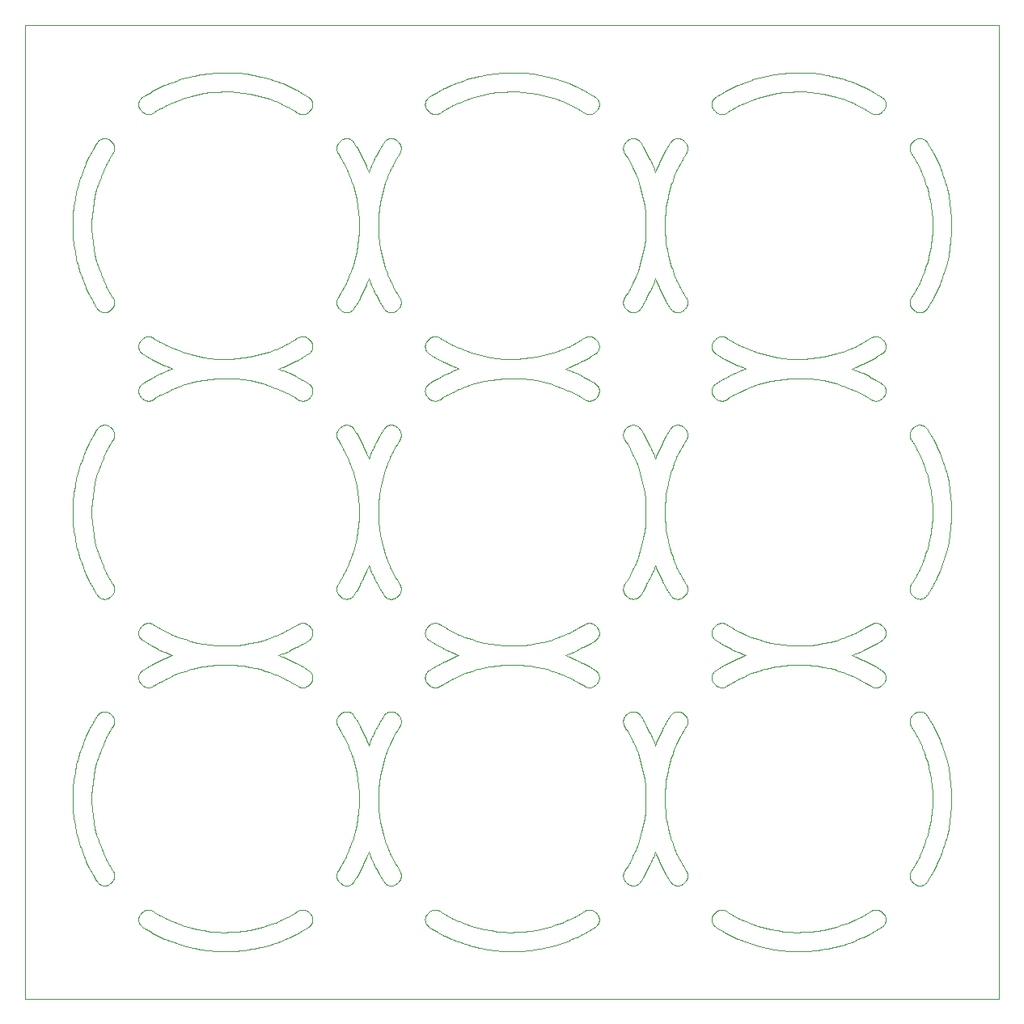
<source format=gm1>
G04 #@! TF.GenerationSoftware,KiCad,Pcbnew,9.0.1-9.0.1-0~ubuntu24.04.1*
G04 #@! TF.CreationDate,2025-04-05T16:25:19+02:00*
G04 #@! TF.ProjectId,panel,70616e65-6c2e-46b6-9963-61645f706362,rev?*
G04 #@! TF.SameCoordinates,Original*
G04 #@! TF.FileFunction,Profile,NP*
%FSLAX46Y46*%
G04 Gerber Fmt 4.6, Leading zero omitted, Abs format (unit mm)*
G04 Created by KiCad (PCBNEW 9.0.1-9.0.1-0~ubuntu24.04.1) date 2025-04-05 16:25:19*
%MOMM*%
%LPD*%
G01*
G04 APERTURE LIST*
G04 #@! TA.AperFunction,Profile*
%ADD10C,0.100000*%
G04 #@! TD*
G04 APERTURE END LIST*
D10*
X8242277Y-71886776D02*
X8286175Y-71883637D01*
X18062859Y-34688004D02*
X18084578Y-34692639D01*
X15449125Y-8144834D02*
X15428741Y-8153649D01*
X68590394Y-60076161D02*
X68547994Y-60087956D01*
X34368833Y-72228820D02*
X34395607Y-72264523D01*
X71895213Y-63802785D02*
X71889613Y-63758822D01*
X20763550Y-5000812D02*
X20807359Y-5000254D01*
X33282004Y-11971664D02*
X33322878Y-11953750D01*
X69267089Y-59493705D02*
X69245301Y-59532247D01*
X59277678Y-92647102D02*
X59320814Y-92658740D01*
X89145553Y-62625222D02*
X89189939Y-62630323D01*
X9221643Y-12428187D02*
X9245301Y-12465610D01*
X34720012Y-18235581D02*
X34572012Y-17581825D01*
X72290283Y-64418584D02*
X72253845Y-64393335D01*
X7952769Y-56085574D02*
X8211195Y-56704054D01*
X37710140Y-16584646D02*
X37514075Y-17225629D01*
X72429517Y-39223411D02*
X72393668Y-39198111D01*
X11884942Y-33670336D02*
X11885883Y-33626028D01*
X23589107Y-34756353D02*
X24244644Y-34616449D01*
X14187010Y-8766433D02*
X13609297Y-9106358D01*
X80141574Y-67025280D02*
X80119408Y-67026652D01*
X33165410Y-89960616D02*
X33128874Y-89934991D01*
X93128874Y-42062866D02*
X93165410Y-42037241D01*
X94210351Y-42072527D02*
X94245075Y-42100559D01*
X8547994Y-30087956D02*
X8505069Y-30097662D01*
X66720507Y-43772527D02*
X66740659Y-43732855D01*
X58590209Y-39240542D02*
X58104902Y-38938585D01*
X86960655Y-35845543D02*
X86561945Y-35995021D01*
X83589107Y-94756353D02*
X84244644Y-94616449D01*
X6076461Y-15218070D02*
X6092596Y-15176601D01*
X32672476Y-29374089D02*
X32658555Y-29332898D01*
X48765369Y-34819854D02*
X49429475Y-34910769D01*
X72152631Y-67690568D02*
X72184941Y-67660233D01*
X67727254Y-12113127D02*
X67760691Y-12084513D01*
X42092689Y-64242032D02*
X42065202Y-64207267D01*
X94572012Y-54416032D02*
X94720012Y-53762276D01*
X33715829Y-30109469D02*
X33671228Y-30110975D01*
X90074633Y-8078128D02*
X90085887Y-8120376D01*
X43268321Y-69309301D02*
X43227282Y-69324826D01*
X68590394Y-11921696D02*
X68632165Y-11935552D01*
X63848418Y-71906133D02*
X63891845Y-71916409D01*
X54742871Y-5443823D02*
X55464835Y-5635679D01*
X19429475Y-67087088D02*
X18765369Y-67178003D01*
X30057024Y-8636863D02*
X30041133Y-8677594D01*
X7583146Y-72278739D02*
X7608659Y-72242864D01*
X39221643Y-72428187D02*
X39245301Y-72465610D01*
X59856567Y-64293763D02*
X59825346Y-64324370D01*
X46070776Y-37894067D02*
X45449147Y-38144824D01*
X64925863Y-49604871D02*
X64843169Y-48939692D01*
X9320719Y-72625548D02*
X9334541Y-72667609D01*
X90107161Y-63748158D02*
X90102170Y-63791594D01*
X60023281Y-8717505D02*
X60003509Y-8756501D01*
X51566692Y-5009068D02*
X51611844Y-5010727D01*
X93311498Y-57655798D02*
X93322043Y-57636253D01*
X73143179Y-92648075D02*
X73185535Y-92659527D01*
X29524952Y-9249754D02*
X29486003Y-9271645D01*
X88792557Y-9333914D02*
X88750332Y-9319313D01*
X16864960Y-5541266D02*
X16907965Y-5529838D01*
X92628949Y-59205966D02*
X92623209Y-59162867D01*
X9334541Y-72667609D02*
X9346275Y-72710300D01*
X20811437Y-37000412D02*
X20141599Y-37025278D01*
X63450118Y-90085394D02*
X63407038Y-90073744D01*
X45428718Y-8153659D02*
X44820251Y-8434851D01*
X33282004Y-30026193D02*
X33242070Y-30006273D01*
X37727254Y-89884730D02*
X37695257Y-89854513D01*
X72253845Y-7604522D02*
X72290283Y-7579273D01*
X12039462Y-94171190D02*
X12015532Y-94133889D01*
X9286952Y-29454137D02*
X9267089Y-29493705D01*
X13946425Y-65362423D02*
X13906506Y-65342763D01*
X69168946Y-42357060D02*
X69196170Y-42391975D01*
X25594983Y-7776253D02*
X25574002Y-7768973D01*
X14624536Y-95675800D02*
X13946425Y-95362423D01*
X96679121Y-17831399D02*
X96687870Y-17875028D01*
X32822832Y-12360777D02*
X32851268Y-12327884D01*
X12218706Y-34366329D02*
X12184941Y-34337624D01*
X89723286Y-7591263D02*
X89758626Y-7617005D01*
X29562764Y-39225956D02*
X29524952Y-39249754D01*
X62652646Y-88818415D02*
X62665617Y-88776915D01*
X94310141Y-42161615D02*
X94340321Y-42194489D01*
X27499752Y-68601754D02*
X27480078Y-68591452D01*
X29906231Y-93096334D02*
X29933168Y-93130771D01*
X96289500Y-46297585D02*
X96302515Y-46340136D01*
X29320814Y-69339117D02*
X29277678Y-69350755D01*
X11889613Y-33758822D02*
X11886187Y-33714637D01*
X72429517Y-62774446D02*
X72466557Y-62750926D01*
X69372817Y-59068325D02*
X69371845Y-59112588D01*
X69196170Y-42391975D02*
X69221643Y-42428187D01*
X68519058Y-27349159D02*
X68837318Y-27939085D01*
X46724887Y-7666546D02*
X46091617Y-7886254D01*
X62641698Y-88860494D02*
X62652646Y-88818415D01*
X38374167Y-90114039D02*
X38330173Y-90115206D01*
X38632165Y-60062305D02*
X38590394Y-60076161D01*
X6398767Y-14446711D02*
X6720507Y-13772527D01*
X90074633Y-38078128D02*
X90085887Y-38120376D01*
X60057024Y-38636863D02*
X60041133Y-38677594D01*
X58792557Y-32663943D02*
X58835456Y-32651458D01*
X37795488Y-89940288D02*
X37760691Y-89913344D01*
X73205825Y-94974624D02*
X72561987Y-94595792D01*
X12290283Y-37579273D02*
X12524206Y-37425573D01*
X64379908Y-25104510D02*
X64386404Y-25083273D01*
X46864960Y-96456591D02*
X46147962Y-96246937D01*
X64420582Y-72301522D02*
X64672810Y-72695944D01*
X94572006Y-47581801D02*
X94566568Y-47560268D01*
X62618561Y-12965245D02*
X62618009Y-12921769D01*
X62978720Y-43760143D02*
X62967222Y-43741143D01*
X67514075Y-24772228D02*
X67710140Y-25413211D01*
X30046035Y-34002336D02*
X30028758Y-34042499D01*
X78084602Y-34692644D02*
X78743399Y-34816290D01*
X36000289Y-45429156D02*
X36076461Y-45218070D01*
X65087816Y-13421649D02*
X65426133Y-14087668D01*
X78765345Y-37178007D02*
X78743423Y-37181563D01*
X22905554Y-37130081D02*
X22883551Y-37127069D01*
X15428741Y-63844208D02*
X15449125Y-63853023D01*
X44187032Y-63231436D02*
X44206445Y-63242222D01*
X33093654Y-59907584D02*
X33059838Y-59878463D01*
X89933168Y-33130771D02*
X89958399Y-33166478D01*
X42088756Y-63097227D02*
X42117692Y-63063659D01*
X5038042Y-52163030D02*
X5001100Y-51416939D01*
X7907192Y-71987386D02*
X7946567Y-71967728D01*
X68286175Y-60114220D02*
X68242277Y-60111081D01*
X8211205Y-86704077D02*
X8220271Y-86724350D01*
X92618561Y-89032612D02*
X92621215Y-88989213D01*
X92706205Y-89454214D02*
X92688371Y-89414559D01*
X59189939Y-39367534D02*
X59145553Y-39372635D01*
X30061339Y-33961380D02*
X30046035Y-34002336D01*
X89856567Y-94293763D02*
X89825346Y-94324370D01*
X12088756Y-8900630D02*
X12061509Y-8865678D01*
X64572006Y-77581801D02*
X64566568Y-77560268D01*
X45428741Y-63844208D02*
X45449125Y-63853023D01*
X43386217Y-92746864D02*
X43423474Y-92770062D01*
X64160495Y-55761385D02*
X64168034Y-55740495D01*
X67907192Y-71987386D02*
X67946567Y-71967728D01*
X7514068Y-47225653D02*
X7508099Y-47247044D01*
X33635201Y-74979308D02*
X33625636Y-74959266D01*
X89090553Y-64800235D02*
X88437542Y-65163027D01*
X56243289Y-63977965D02*
X56858526Y-63711909D01*
X18084578Y-7305218D02*
X18062859Y-7309853D01*
X42543858Y-92709443D02*
X42583933Y-92691580D01*
X90110035Y-33704531D02*
X90107161Y-33748158D01*
X7504202Y-12397677D02*
X7528175Y-12360190D01*
X63625625Y-44959243D02*
X63322054Y-44361626D01*
X77389472Y-34526213D02*
X77410935Y-34531917D01*
X29700847Y-39112918D02*
X29668470Y-39143724D01*
X62621215Y-43008644D02*
X62618561Y-42965245D01*
X66720507Y-73772527D02*
X66740659Y-73732855D01*
X83925294Y-96728520D02*
X83187909Y-96848116D01*
X72969696Y-92623271D02*
X73013470Y-92626287D01*
X11886187Y-38283220D02*
X11889613Y-38239035D01*
X34720018Y-83762252D02*
X34724384Y-83740477D01*
X46070799Y-34103799D02*
X46091594Y-34111595D01*
X64724384Y-48257380D02*
X64720018Y-48235605D01*
X9196170Y-29605882D02*
X9168946Y-29640797D01*
X8752718Y-41989129D02*
X8790995Y-42010848D01*
X64245075Y-72100559D02*
X64278366Y-72130279D01*
X95445298Y-87870030D02*
X95426133Y-87910189D01*
X32747515Y-29530706D02*
X32725935Y-29492960D01*
X42218706Y-7631528D02*
X42253845Y-7604522D01*
X38330173Y-41882651D02*
X38374167Y-41883818D01*
X47389448Y-7471650D02*
X46746089Y-7659772D01*
X41889005Y-93581820D02*
X41894303Y-93537820D01*
X33407038Y-11924113D02*
X33450118Y-11912463D01*
X38898818Y-72086859D02*
X38932137Y-72115611D01*
X69368694Y-72841107D02*
X69371845Y-72885269D01*
X94278366Y-89867578D02*
X94245075Y-89897298D01*
X34136946Y-89976055D02*
X34098446Y-89998623D01*
X92725935Y-42504897D02*
X92747515Y-42467151D01*
X7944699Y-75933026D02*
X7717175Y-76563529D01*
X72583933Y-32691580D02*
X72624833Y-32675692D01*
X35445298Y-87870030D02*
X35426133Y-87910189D01*
X72969696Y-39374586D02*
X72925828Y-39375463D01*
X68211205Y-56704077D02*
X68220271Y-56724350D01*
X35087816Y-88576208D02*
X35066689Y-88615370D01*
X59145553Y-69372635D02*
X59100968Y-69375524D01*
X42925828Y-9375463D02*
X42881969Y-9374198D01*
X42117692Y-63063659D02*
X42148256Y-63031550D01*
X69319109Y-58764621D02*
X69333153Y-58806608D01*
X92822832Y-29637080D02*
X92796021Y-29602851D01*
X62646643Y-59291081D02*
X62636767Y-59248738D01*
X37952769Y-86085574D02*
X38211195Y-86704054D01*
X52883551Y-34870788D02*
X52905554Y-34867776D01*
X32967209Y-13741122D02*
X32759578Y-13416438D01*
X69267089Y-72504152D02*
X69286952Y-72543720D01*
X7868827Y-72008947D02*
X7907192Y-71987386D01*
X9284908Y-13314884D02*
X9264835Y-13354346D01*
X11884942Y-68327521D02*
X11886187Y-68283220D01*
X71889005Y-33581820D02*
X71894303Y-33537820D01*
X94379901Y-16893323D02*
X94168042Y-16257385D01*
X59189939Y-9367534D02*
X59145553Y-9372635D01*
X11911365Y-38546988D02*
X11901762Y-38503723D01*
X88085718Y-38927298D02*
X87499774Y-38601766D01*
X63450118Y-60085394D02*
X63407038Y-60073744D01*
X59363319Y-32672506D02*
X59405087Y-32688368D01*
X86878708Y-38295274D02*
X86858548Y-38285958D01*
X7504202Y-29600180D02*
X7117436Y-28961077D01*
X63128874Y-89934991D02*
X63093654Y-89907584D01*
X93450118Y-11912463D02*
X93493722Y-11902965D01*
X7033698Y-79972049D02*
X7000549Y-80641528D01*
X68461720Y-30105256D02*
X68418051Y-30110719D01*
X75358158Y-95972920D02*
X74665378Y-95693461D01*
X96995440Y-80963068D02*
X96995716Y-80985316D01*
X39319109Y-13233236D02*
X39303014Y-13274481D01*
X39195424Y-28531892D02*
X39207389Y-28550602D01*
X5231094Y-48264120D02*
X5238761Y-48220288D01*
X63671228Y-41886882D02*
X63715829Y-41888388D01*
X64925863Y-19604871D02*
X64843169Y-18939692D01*
X38505069Y-11900195D02*
X38547994Y-11909901D01*
X87499752Y-8601754D02*
X87480078Y-8591452D01*
X34168034Y-76257362D02*
X34160495Y-76236472D01*
X62851268Y-42327884D02*
X62881269Y-42296396D01*
X50029070Y-5028078D02*
X50763550Y-5000812D01*
X67033698Y-79972049D02*
X67000549Y-80641528D01*
X84914130Y-94439109D02*
X84935445Y-94432876D01*
X83187909Y-5149741D02*
X83925294Y-5269337D01*
X30070915Y-63402450D02*
X30082775Y-63444532D01*
X93537744Y-11895642D02*
X93582075Y-11890513D01*
X60009549Y-34081774D02*
X59988453Y-34120070D01*
X32618009Y-29076088D02*
X32618561Y-29032612D01*
X42290283Y-67579273D02*
X42524206Y-67425573D01*
X73013470Y-92626287D02*
X73057043Y-92631436D01*
X93625625Y-44959243D02*
X93322054Y-44361626D01*
X29128904Y-34777670D02*
X29090553Y-34800235D01*
X89277678Y-32647102D02*
X89320814Y-32658740D01*
X34672810Y-29301913D02*
X34420582Y-29696335D01*
X7986857Y-90047836D02*
X7946567Y-90030129D01*
X29906231Y-8901523D02*
X29877651Y-8934610D01*
X26561945Y-66002836D02*
X26960655Y-66152314D01*
X92881269Y-59701461D02*
X92851268Y-59669973D01*
X88750332Y-69319313D02*
X88708884Y-69302632D01*
X24244668Y-34616444D02*
X24266266Y-34611273D01*
X65087816Y-73421649D02*
X65426133Y-74087668D01*
X14800306Y-63553183D02*
X14820229Y-63562996D01*
X7508093Y-17247068D02*
X7343967Y-17896964D01*
X34843169Y-83058165D02*
X34925863Y-82392986D01*
X96302515Y-46340136D02*
X96503285Y-47059672D01*
X83925294Y-5269337D02*
X83969028Y-5277546D01*
X27687577Y-66465469D02*
X27727969Y-66484135D01*
X12121855Y-64275400D02*
X12092689Y-64242032D01*
X13308553Y-9291792D02*
X13268321Y-9309301D01*
X92641698Y-58860494D02*
X92652646Y-58818415D01*
X63203173Y-89984396D02*
X63165410Y-89960616D01*
X68069793Y-60077234D02*
X68027965Y-60063550D01*
X62822832Y-72360777D02*
X62851268Y-72327884D01*
X17634453Y-96641958D02*
X16907965Y-96468019D01*
X42184941Y-34337624D02*
X42152631Y-34307289D01*
X38673208Y-71951436D02*
X38713424Y-71969309D01*
X32706205Y-12543643D02*
X32725935Y-12504897D01*
X63322878Y-30044107D02*
X63282004Y-30026193D01*
X43143179Y-62648075D02*
X43185535Y-62659527D01*
X42294102Y-92885705D02*
X42325884Y-92855437D01*
X14187032Y-93231436D02*
X14206445Y-93242222D01*
X93625625Y-14959243D02*
X93322054Y-14361626D01*
X93891845Y-60081448D02*
X93848418Y-60091724D01*
X89758626Y-34380852D02*
X89723286Y-34406594D01*
X18743423Y-94816294D02*
X18765345Y-94819850D01*
X9368694Y-29156750D02*
X9363372Y-29200703D01*
X9346275Y-72710300D02*
X9355893Y-72753516D01*
X12751493Y-62640245D02*
X12794698Y-62632595D01*
X39371610Y-12973790D02*
X39368225Y-13017934D01*
X60092575Y-93487141D02*
X60100291Y-93530176D01*
X29877651Y-93063247D02*
X29906231Y-93096334D01*
X34572012Y-84416032D02*
X34720012Y-83762276D01*
X20141599Y-94972579D02*
X20811437Y-94997445D01*
X93804533Y-30099831D02*
X93760301Y-30105751D01*
X8752718Y-60008728D02*
X8713424Y-60028548D01*
X22401425Y-96937136D02*
X22357095Y-96940983D01*
X68461720Y-71892601D02*
X68505069Y-71900195D01*
X68505069Y-90097662D02*
X68461720Y-90105256D01*
X84244668Y-34616444D02*
X84266266Y-34611273D01*
X59988453Y-34120070D02*
X59965521Y-34157294D01*
X63165410Y-29960616D02*
X63128874Y-29934991D01*
X94368833Y-89769037D02*
X94340321Y-89803368D01*
X96679121Y-24166458D02*
X96514181Y-24895042D01*
X94724388Y-23740453D02*
X94839877Y-23080177D01*
X12294102Y-39112152D02*
X12148256Y-38966307D01*
X93493722Y-90094892D02*
X93450118Y-90085394D01*
X63311498Y-57655798D02*
X63322043Y-57636253D01*
X9245301Y-89532247D02*
X9221643Y-89569670D01*
X11924890Y-33932275D02*
X11912873Y-33889617D01*
X64724384Y-78257380D02*
X64720018Y-78235605D01*
X95087816Y-28576208D02*
X95066689Y-28615370D01*
X60105906Y-68424322D02*
X60100291Y-68467681D01*
X93671228Y-71886882D02*
X93715829Y-71888388D01*
X11895213Y-38195072D02*
X11902972Y-38151438D01*
X13347883Y-69272340D02*
X13308553Y-69291792D01*
X12624833Y-62675692D02*
X12666459Y-62661820D01*
X46724910Y-34331319D02*
X46746065Y-34338077D01*
X89958399Y-33166478D02*
X89981865Y-33203368D01*
X71973326Y-94055977D02*
X71955153Y-94015556D01*
X30105906Y-38424322D02*
X30100291Y-38467681D01*
X16091617Y-94111603D02*
X16724887Y-94331311D01*
X60009549Y-94081774D02*
X59988453Y-94120070D01*
X39286952Y-12543720D02*
X39304843Y-12584218D01*
X43205825Y-67023233D02*
X43244722Y-67001623D01*
X43100314Y-69359153D02*
X43057043Y-69366421D01*
X93093654Y-59907584D02*
X93059838Y-59878463D01*
X68418051Y-11887138D02*
X68461720Y-11892601D01*
X22905578Y-94867773D02*
X23567232Y-94760459D01*
X68418051Y-90110719D02*
X68374167Y-90114039D01*
X59792673Y-67644435D02*
X59825346Y-67673487D01*
X92618009Y-12921769D02*
X92619559Y-12878317D01*
X56222648Y-68011566D02*
X55595007Y-67776261D01*
X62725935Y-12504897D02*
X62747515Y-12467151D01*
X28708884Y-39302632D02*
X28668317Y-39283913D01*
X71923089Y-93408130D02*
X71936905Y-93366020D01*
X37101568Y-52715050D02*
X37104307Y-52737089D01*
X34928062Y-82370837D02*
X34977760Y-81702382D01*
X90061339Y-93961380D02*
X90046035Y-94002336D01*
X96053391Y-56408999D02*
X96038288Y-56450854D01*
X39221643Y-29569670D02*
X39196170Y-29605882D01*
X8112241Y-71909003D02*
X8155206Y-71899474D01*
X69221643Y-59569670D02*
X69196170Y-59605882D01*
X72012343Y-38791959D02*
X71990544Y-38753373D01*
X35767419Y-57147037D02*
X35750264Y-57188094D01*
X67207263Y-48575913D02*
X67203437Y-48597789D01*
X59723286Y-7591263D02*
X59758626Y-7617005D01*
X90110035Y-63704531D02*
X90107161Y-63748158D01*
X7952769Y-86085574D02*
X8211195Y-86704054D01*
X9264835Y-88643511D02*
X9284908Y-88682973D01*
X37695257Y-29854513D02*
X37664778Y-29822767D01*
X46746089Y-64338085D02*
X47389448Y-64526207D01*
X77389448Y-37471650D02*
X76746089Y-37659772D01*
X49429475Y-7087088D02*
X48765369Y-7178003D01*
X89981865Y-8794489D02*
X89958399Y-8831379D01*
X29940805Y-37804498D02*
X29965521Y-37840563D01*
X7608659Y-12242864D02*
X7635888Y-12208290D01*
X92621215Y-88989213D02*
X92625963Y-88945993D01*
X94245075Y-59897298D02*
X94210351Y-59925330D01*
X13268321Y-9309301D02*
X13227282Y-9324826D01*
X58708884Y-39302632D02*
X58668317Y-39283913D01*
X8898818Y-42086859D02*
X8932137Y-42115611D01*
X87727969Y-6484135D02*
X88398122Y-6814189D01*
X60105906Y-8424322D02*
X60100291Y-8467681D01*
X68632165Y-60062305D02*
X68590394Y-60076161D01*
X64978860Y-20317680D02*
X64977761Y-20295500D01*
X67664778Y-72175090D02*
X67695257Y-72143344D01*
X62636767Y-89248738D02*
X62628949Y-89205966D01*
X55573979Y-37768966D02*
X54935469Y-37564988D01*
X42061509Y-68865678D02*
X42036017Y-68829425D01*
X12036017Y-38829425D02*
X12012343Y-38791959D01*
X90102170Y-68206263D02*
X90107161Y-68249699D01*
X32706205Y-42543643D02*
X32725935Y-42504897D01*
X90070915Y-38595407D02*
X90057024Y-38636863D01*
X43244722Y-34996234D02*
X43205825Y-34974624D01*
X80833668Y-37000137D02*
X80811461Y-37000412D01*
X89363319Y-92672506D02*
X89405087Y-92688368D01*
X94843165Y-48939668D02*
X94839881Y-48917704D01*
X73244722Y-34996234D02*
X73205825Y-34974624D01*
X30110035Y-8293326D02*
X30110784Y-8337041D01*
X29886264Y-67736182D02*
X29914365Y-67769677D01*
X72117692Y-93063659D02*
X72148256Y-93031550D01*
X12504701Y-39268616D02*
X12466557Y-39246931D01*
X29056295Y-69376194D02*
X29011643Y-69374644D01*
X92680578Y-43261767D02*
X92665617Y-43220942D01*
X65767419Y-27147037D02*
X65750264Y-27188094D01*
X63804533Y-71898026D02*
X63848418Y-71906133D01*
X59981865Y-68794489D02*
X59958399Y-68831379D01*
X72504701Y-69268616D02*
X72466557Y-69246931D01*
X93976905Y-41943357D02*
X94018327Y-41959962D01*
X59792673Y-37644435D02*
X59825346Y-37673487D01*
X63128874Y-59934991D02*
X63093654Y-59907584D01*
X32632796Y-58903053D02*
X32641698Y-58860494D01*
X68508978Y-74668542D02*
X68220282Y-75273485D01*
X48084602Y-64692644D02*
X48743399Y-64816290D01*
X72088756Y-63097227D02*
X72117692Y-63063659D01*
X5822895Y-15920740D02*
X6076461Y-15218070D01*
X53589107Y-34756353D02*
X54244644Y-34616449D01*
X92725935Y-72504897D02*
X92747515Y-72467151D01*
X94379901Y-46893323D02*
X94168042Y-46257385D01*
X38837330Y-27939107D02*
X38848354Y-27958385D01*
X21526183Y-94988604D02*
X22195201Y-94947177D01*
X68155206Y-30098383D02*
X68112241Y-30088854D01*
X92706205Y-12543643D02*
X92725935Y-12504897D01*
X39140036Y-72323529D02*
X39168946Y-72357060D01*
X88750332Y-62678544D02*
X88792557Y-62663943D01*
X32618561Y-29032612D02*
X32621215Y-28989213D01*
X60105906Y-33573535D02*
X60109406Y-33617116D01*
X33493722Y-30094892D02*
X33450118Y-30085394D01*
X51503966Y-94989429D02*
X51526158Y-94988605D01*
X94420582Y-29696335D02*
X94395607Y-29733334D01*
X76070776Y-37894067D02*
X75449147Y-38144824D01*
X39371845Y-12885269D02*
X39372817Y-12929532D01*
X72359096Y-69171093D02*
X72325884Y-69142420D01*
X60102170Y-63791594D02*
X60095073Y-63834735D01*
X64386404Y-16914584D02*
X64379908Y-16893347D01*
X28668317Y-39283913D02*
X28628729Y-39263201D01*
X73609297Y-62891499D02*
X74187010Y-63231424D01*
X9168946Y-72357060D02*
X9196170Y-72391975D01*
X39140036Y-42323529D02*
X39168946Y-42357060D01*
X62625963Y-58945993D02*
X62632796Y-58903053D01*
X59700847Y-62884939D02*
X59847488Y-63031580D01*
X56222671Y-93986282D02*
X56243266Y-93977974D01*
X82195226Y-64947176D02*
X82217351Y-64945255D01*
X60082775Y-33444532D02*
X60092575Y-33487141D01*
X90061339Y-38036477D02*
X90074633Y-38078128D01*
X13268321Y-92688556D02*
X13308553Y-92706065D01*
X13227282Y-39324826D02*
X13185535Y-39338330D01*
X59599348Y-92797548D02*
X59634612Y-92824981D01*
X69196170Y-29605882D02*
X69168946Y-29640797D01*
X42036017Y-93168432D02*
X42061509Y-93132179D01*
X65992483Y-75429276D02*
X65995547Y-75436608D01*
X93450118Y-60085394D02*
X93407038Y-60073744D01*
X92822832Y-42360777D02*
X92851268Y-42327884D01*
X27480078Y-63406405D02*
X27499752Y-63396103D01*
X58104880Y-68938572D02*
X58085740Y-68927310D01*
X92623209Y-72834990D02*
X92628949Y-72791891D01*
X62618009Y-29076088D02*
X62618561Y-29032612D01*
X9284908Y-58682973D02*
X9303014Y-58723376D01*
X42152631Y-37690568D02*
X42184941Y-37660233D01*
X63282004Y-41971664D02*
X63322878Y-41953750D01*
X93128874Y-29934991D02*
X93093654Y-29907584D01*
X56960655Y-65845543D02*
X56561945Y-65995021D01*
X9195424Y-58531892D02*
X9207389Y-58550602D01*
X39196170Y-89605882D02*
X39168946Y-89640797D01*
X7907192Y-11987386D02*
X7946567Y-11967728D01*
X95426133Y-74087668D02*
X95445298Y-74127827D01*
X50119408Y-34971205D02*
X50141574Y-34972577D01*
X15399823Y-65988540D02*
X15358158Y-65972920D01*
X72061509Y-63132179D02*
X72088756Y-63097227D01*
X32978720Y-13760143D02*
X32967222Y-13741143D01*
X33059838Y-59878463D02*
X33027499Y-59847692D01*
X59886264Y-94261675D02*
X59856567Y-94293763D01*
X9372817Y-29068325D02*
X9371845Y-29112588D01*
X33093654Y-12090273D02*
X33128874Y-12062866D01*
X7528175Y-12360190D02*
X7583146Y-12278739D01*
X30109406Y-8380741D02*
X30105906Y-8424322D01*
X8828162Y-42034415D02*
X8864132Y-42059772D01*
X42184941Y-64337624D02*
X42152631Y-64307289D01*
X96995716Y-21012541D02*
X96995440Y-21034789D01*
X12039462Y-64171190D02*
X12015532Y-64133889D01*
X26222648Y-38011566D02*
X25595007Y-37776261D01*
X67952769Y-26085574D02*
X68211195Y-26704054D01*
X64395607Y-89733334D02*
X64368833Y-89769037D01*
X62706205Y-89454214D02*
X62688371Y-89414559D01*
X29320814Y-39339117D02*
X29277678Y-39350755D01*
X7695257Y-59854513D02*
X7664778Y-59822767D01*
X38828162Y-12034415D02*
X38864132Y-12059772D01*
X62632796Y-73094804D02*
X62625963Y-73051864D01*
X69109501Y-59706405D02*
X68964017Y-59851889D01*
X63635211Y-57018526D02*
X63908856Y-56406628D01*
X7986857Y-30047836D02*
X7946567Y-30030129D01*
X60061339Y-33961380D02*
X60046035Y-34002336D01*
X92747515Y-89530706D02*
X92725935Y-89492960D01*
X64168042Y-55740472D02*
X64379901Y-55104534D01*
X89189939Y-62630323D02*
X89234017Y-62637622D01*
X93493722Y-60094892D02*
X93450118Y-60085394D01*
X37868827Y-12008947D02*
X37907192Y-11987386D01*
X36000289Y-75429156D02*
X36076461Y-75218070D01*
X71952780Y-33324643D02*
X71970674Y-33284098D01*
X35066689Y-43382487D02*
X35087816Y-43421649D01*
X68418051Y-41887138D02*
X68461720Y-41892601D01*
X29446016Y-9291573D02*
X29405087Y-9309489D01*
X39264835Y-28643511D02*
X39284908Y-28682973D01*
X59234017Y-39360235D02*
X59189939Y-39367534D01*
X59723286Y-34406594D02*
X59686726Y-34430594D01*
X32652646Y-28818415D02*
X32665617Y-28776915D01*
X13143179Y-32648075D02*
X13185535Y-32659527D01*
X5808831Y-86034901D02*
X5590325Y-85320551D01*
X42253845Y-94393335D02*
X42218706Y-94366329D01*
X12504701Y-92729241D02*
X12543858Y-92709443D01*
X58668317Y-39283913D02*
X58628729Y-39263201D01*
X68374167Y-11883818D02*
X68418051Y-11887138D01*
X72015532Y-7863968D02*
X72039462Y-7826667D01*
X30100291Y-8467681D02*
X30092575Y-8510716D01*
X66740659Y-88265002D02*
X66720507Y-88225330D01*
X93760301Y-30105751D02*
X93715829Y-30109469D01*
X62688371Y-59414559D02*
X62672476Y-59374089D01*
X8330173Y-71882651D02*
X8374167Y-71883818D01*
X84244644Y-67381408D02*
X83589107Y-67241504D01*
X62641698Y-43137363D02*
X62632796Y-43094804D01*
X38519047Y-44648719D02*
X38508989Y-44668519D01*
X7035348Y-82048005D02*
X7101565Y-82715026D01*
X67104307Y-49260768D02*
X67101568Y-49282807D01*
X89847488Y-38966277D02*
X89700847Y-39112918D01*
X42253845Y-64393335D02*
X42218706Y-64366329D01*
X9264835Y-43354346D02*
X9242844Y-43392772D01*
X63582075Y-60107344D02*
X63537744Y-60102215D01*
X72121855Y-7722457D02*
X72152631Y-7690568D01*
X37104311Y-22737113D02*
X37203433Y-23400043D01*
X84244668Y-64616444D02*
X84266266Y-64611273D01*
X71894303Y-38460037D02*
X71889005Y-38416037D01*
X96995440Y-81034789D02*
X96977300Y-81767970D01*
X89090553Y-94800235D02*
X88437542Y-95163027D01*
X95087816Y-58576208D02*
X95066689Y-58615370D01*
X12751493Y-9357612D02*
X12708713Y-9347862D01*
X81526158Y-37009252D02*
X81503966Y-37008428D01*
X35445298Y-44127827D02*
X35750264Y-44809763D01*
X18084578Y-67305218D02*
X18062859Y-67309853D01*
X34174278Y-89951604D02*
X34136946Y-89976055D01*
X74800306Y-33553183D02*
X74820229Y-33562996D01*
X59090553Y-37197622D02*
X59128904Y-37220187D01*
X87001921Y-66168960D02*
X87687577Y-66465469D01*
X89562764Y-32771901D02*
X89599348Y-32797548D01*
X69245301Y-72465610D02*
X69267089Y-72504152D01*
X88967124Y-9370877D02*
X88922847Y-9364904D01*
X96995716Y-50985316D02*
X96995716Y-51012541D01*
X41889613Y-33758822D02*
X41886187Y-33714637D01*
X38418051Y-30110719D02*
X38374167Y-30114039D01*
X36076461Y-26779787D02*
X36000289Y-26568701D01*
X63093654Y-12090273D02*
X63128874Y-12062866D01*
X34278366Y-12130279D02*
X34310141Y-12161615D01*
X37695257Y-59854513D02*
X37664778Y-59822767D01*
X33635201Y-44979308D02*
X33625636Y-44959266D01*
X60003509Y-63241356D02*
X60023281Y-63280352D01*
X24266266Y-67386584D02*
X24244668Y-67381413D01*
X58967124Y-62626980D02*
X59011643Y-62623213D01*
X39333153Y-88806608D02*
X39345114Y-88849236D01*
X72751493Y-9357612D02*
X72708713Y-9347862D01*
X5120627Y-19002928D02*
X5231094Y-18264120D01*
X38155206Y-60098383D02*
X38112241Y-60088854D01*
X32716332Y-28656848D02*
X32737039Y-28618616D01*
X60003509Y-93241356D02*
X60023281Y-93280352D01*
X41970674Y-8713759D02*
X41952780Y-8673214D01*
X13609297Y-62891499D02*
X14187010Y-63231424D01*
X94724388Y-53740453D02*
X94839877Y-53080177D01*
X75449147Y-63853033D02*
X76070776Y-64103790D01*
X33917428Y-75611743D02*
X33908866Y-75591252D01*
X35426133Y-44087668D02*
X35445298Y-44127827D01*
X42751493Y-9357612D02*
X42708713Y-9347862D01*
X26243289Y-93977965D02*
X26858526Y-93711909D01*
X13013470Y-69371570D02*
X12969696Y-69374586D01*
X74624536Y-66322057D02*
X74665378Y-66304396D01*
X32851268Y-59669973D02*
X32822832Y-59637080D01*
X64379908Y-85104510D02*
X64386404Y-85083273D01*
X48062859Y-34688004D02*
X48084578Y-34692639D01*
X34168034Y-16257362D02*
X34160495Y-16236472D01*
X67339053Y-17918672D02*
X67207268Y-18575889D01*
X37635888Y-89789567D02*
X37608659Y-89754993D01*
X54742871Y-96554034D02*
X54699596Y-96564395D01*
X43205825Y-64974624D02*
X42561987Y-64595792D01*
X78084578Y-67305218D02*
X78062859Y-67309853D01*
X68673208Y-60046421D02*
X68632165Y-60062305D01*
X39320719Y-12625548D02*
X39334541Y-12667609D01*
X89847488Y-8966277D02*
X89700847Y-9112918D01*
X92646643Y-12706776D02*
X92658555Y-12664959D01*
X76724910Y-94331319D02*
X76746065Y-94338077D01*
X94995440Y-20987800D02*
X94978861Y-20317705D01*
X64978861Y-21680152D02*
X64995440Y-21010057D01*
X63582075Y-11890513D02*
X63626606Y-11887591D01*
X68330173Y-60115206D02*
X68286175Y-60114220D01*
X37868827Y-72008947D02*
X37907192Y-71987386D01*
X36000280Y-26568678D02*
X35997399Y-26561272D01*
X75449147Y-33853033D02*
X76070776Y-34103790D01*
X12794698Y-39365262D02*
X12751493Y-39357612D01*
X92632796Y-88903053D02*
X92641698Y-88860494D01*
X66398767Y-27551146D02*
X66380601Y-27510526D01*
X63242070Y-41991584D02*
X63282004Y-41971664D01*
X33203173Y-89984396D02*
X33165410Y-89960616D01*
X62628949Y-72791891D02*
X62636767Y-72749119D01*
X13906506Y-65342763D02*
X13244722Y-64996234D01*
X67986857Y-60047836D02*
X67946567Y-60030129D01*
X62881269Y-42296396D02*
X63027499Y-42150165D01*
X67760691Y-12084513D02*
X67795488Y-12057569D01*
X94695848Y-59263844D02*
X94672810Y-59301913D01*
X48765345Y-67178007D02*
X48743423Y-67181563D01*
X59965521Y-67840563D02*
X59988453Y-67877787D01*
X50833693Y-94997720D02*
X51503941Y-94989430D01*
X39368225Y-13017934D02*
X39362671Y-13061858D01*
X64386411Y-25083250D02*
X64566562Y-24437612D01*
X89100968Y-39375524D02*
X89056295Y-39376194D01*
X6380601Y-74487331D02*
X6398767Y-74446711D01*
X29145553Y-69372635D02*
X29100968Y-69375524D01*
X92623209Y-42834990D02*
X92628949Y-42791891D01*
X52217376Y-94945253D02*
X52883527Y-94870792D01*
X86554553Y-35999857D02*
X86561922Y-36002828D01*
X92641698Y-28860494D02*
X92652646Y-28818415D01*
X29100968Y-9375524D02*
X29056295Y-9376194D01*
X96038288Y-75547003D02*
X96053391Y-75588858D01*
X19451570Y-7084618D02*
X19429499Y-7087085D01*
X39372817Y-12929532D02*
X39371610Y-12973790D01*
X72838225Y-92627062D02*
X72881969Y-92623659D01*
X8069793Y-71920623D02*
X8112241Y-71909003D01*
X34843165Y-78939668D02*
X34839881Y-78917704D01*
X65066689Y-88615370D02*
X64695848Y-89263844D01*
X90109406Y-93617116D02*
X90110784Y-93660816D01*
X62881269Y-89701461D02*
X62851268Y-89669973D01*
X29856567Y-64293763D02*
X29825346Y-64324370D01*
X29128904Y-67220187D02*
X29686726Y-67567263D01*
X28104902Y-63059272D02*
X28590209Y-62757315D01*
X41889613Y-68239035D02*
X41895213Y-68195072D01*
X93059838Y-59878463D02*
X93027499Y-59847692D01*
X38673208Y-30046421D02*
X38632165Y-30062305D01*
X92725935Y-29492960D02*
X92706205Y-29454214D01*
X6380601Y-27510526D02*
X6092596Y-26821256D01*
X94098446Y-59998623D02*
X94058874Y-60019254D01*
X12290283Y-64418584D02*
X12253845Y-64393335D01*
X71955153Y-67982301D02*
X71973326Y-67941880D01*
X11912873Y-68108240D02*
X11924890Y-68065582D01*
X89723286Y-37591263D02*
X89758626Y-37617005D01*
X42218706Y-37631528D02*
X42253845Y-37604522D01*
X41889613Y-93758822D02*
X41886187Y-93714637D01*
X93671228Y-30110975D02*
X93626606Y-30110266D01*
X59524952Y-92748103D02*
X59562764Y-92771901D01*
X101994499Y-240D02*
X101984695Y0D01*
X55595007Y-34221596D02*
X56222648Y-33986291D01*
X72152631Y-7690568D02*
X72184941Y-7660233D01*
X39245301Y-59532247D02*
X39221643Y-59569670D01*
X66380601Y-44487331D02*
X66398767Y-44446711D01*
X7339053Y-77918672D02*
X7207268Y-78575889D01*
X7695257Y-89854513D02*
X7664778Y-89822767D01*
X29686726Y-34430594D02*
X29128904Y-34777670D01*
X96687870Y-77875028D02*
X96816578Y-78610877D01*
X81526183Y-94988604D02*
X82195201Y-94947177D01*
X67608659Y-42242864D02*
X67635888Y-42208290D01*
X12969696Y-69374586D02*
X12925828Y-69375463D01*
X59234017Y-69360235D02*
X59189939Y-69367534D01*
X62623209Y-89162867D02*
X62619559Y-89119540D01*
X69368225Y-58979923D02*
X69371610Y-59024067D01*
X72148256Y-33031550D02*
X72294102Y-32885705D01*
X29686726Y-64430594D02*
X29128904Y-64777670D01*
X72218706Y-64366329D02*
X72184941Y-64337624D01*
X47410935Y-37465940D02*
X47389472Y-37471644D01*
X62621215Y-13008644D02*
X62618561Y-12965245D01*
X38848367Y-87958407D02*
X39195411Y-88531871D01*
X54266266Y-67386584D02*
X54244668Y-67381413D01*
X63311486Y-44342037D02*
X62978733Y-43760164D01*
X80141599Y-94972579D02*
X80811437Y-94997445D01*
X71993468Y-37902404D02*
X72015532Y-37863968D01*
X92770895Y-72430492D02*
X92796021Y-72395006D01*
X94978861Y-51680152D02*
X94995440Y-51010057D01*
X95087816Y-88576208D02*
X95066689Y-88615370D01*
X42148256Y-33031550D02*
X42294102Y-32885705D01*
X38211205Y-86704077D02*
X38220271Y-86724350D01*
X7944707Y-56064854D02*
X7952760Y-56085551D01*
X41885883Y-93626028D02*
X41889005Y-93581820D01*
X89405087Y-92688368D02*
X89446016Y-92706284D01*
X33934710Y-41928827D02*
X33976905Y-41943357D01*
X34210351Y-89925330D02*
X34174278Y-89951604D01*
X8790995Y-89987009D02*
X8752718Y-90008728D01*
X19240435Y-96902433D02*
X19196213Y-96897490D01*
X94566568Y-54437589D02*
X94572006Y-54416056D01*
X28398122Y-36814189D02*
X28437542Y-36834830D01*
X13143179Y-39349782D02*
X13100314Y-39359153D01*
X13057043Y-32631436D02*
X13100314Y-32638704D01*
X69371610Y-72973790D02*
X69368225Y-73017934D01*
X89914365Y-64228180D02*
X89886264Y-64261675D01*
X43268321Y-62688556D02*
X43308553Y-62706065D01*
X72624833Y-9322165D02*
X72583933Y-9306277D01*
X9363372Y-42797154D02*
X9368694Y-42841107D01*
X89234017Y-62637622D02*
X89277678Y-62647102D01*
X36092596Y-15176601D02*
X36380601Y-14487331D01*
X29363319Y-69325351D02*
X29320814Y-69339117D01*
X42184941Y-37660233D02*
X42218706Y-37631528D01*
X67831562Y-42032360D02*
X67868827Y-42008947D01*
X73386217Y-39250993D02*
X73347883Y-39272340D01*
X89686726Y-94430594D02*
X89128904Y-94777670D01*
X35767419Y-27147037D02*
X35750264Y-27188094D01*
X33165410Y-72037241D02*
X33203173Y-72013461D01*
X8898818Y-12086859D02*
X8932137Y-12115611D01*
X93891845Y-41916409D02*
X93934710Y-41928827D01*
X54266266Y-37386584D02*
X54244668Y-37381413D01*
X12253845Y-34393335D02*
X12218706Y-34366329D01*
X41924890Y-63932275D02*
X41912873Y-63889617D01*
X22195201Y-7050680D02*
X21526183Y-7009253D01*
X52905554Y-37130081D02*
X52883551Y-37127069D01*
X43013470Y-62626287D02*
X43057043Y-62631436D01*
X49984658Y-5030828D02*
X50029070Y-5028078D01*
X95087816Y-13421649D02*
X95426133Y-14087668D01*
X24935445Y-7564981D02*
X24914130Y-7558748D01*
X28708884Y-69302632D02*
X28668317Y-69283913D01*
X11889005Y-93581820D02*
X11894303Y-93537820D01*
X38155206Y-30098383D02*
X38112241Y-30088854D01*
X29758626Y-37617005D02*
X29792673Y-37644435D01*
X16070799Y-64103799D02*
X16091594Y-64111595D01*
X27499774Y-33396091D02*
X28085718Y-33070559D01*
X32652646Y-88818415D02*
X32665617Y-88776915D01*
X23589107Y-94756353D02*
X24244644Y-94616449D01*
X32636767Y-89248738D02*
X32628949Y-89205966D01*
X72838225Y-32627062D02*
X72881969Y-32623659D01*
X64310141Y-89836242D02*
X64278366Y-89867578D01*
X33311498Y-87655798D02*
X33322043Y-87636253D01*
X8508989Y-57329338D02*
X8519047Y-57349138D01*
X59723286Y-67591263D02*
X59758626Y-67617005D01*
X68790995Y-59987009D02*
X68752718Y-60008728D01*
X39333153Y-28806608D02*
X39345114Y-28849236D01*
X66398767Y-14446711D02*
X66720507Y-13772527D01*
X8027965Y-30063550D02*
X7986857Y-30047836D01*
X44800306Y-93553183D02*
X44820229Y-93562996D01*
X34843169Y-23058165D02*
X34925863Y-22392986D01*
X9207402Y-88550623D02*
X9218981Y-88567778D01*
X30009549Y-64081774D02*
X29988453Y-64120070D01*
X12751493Y-32640245D02*
X12794698Y-32632595D01*
X73100314Y-62638704D02*
X73143179Y-62648075D01*
X29686726Y-37567263D02*
X29723286Y-37591263D01*
X32725935Y-12504897D02*
X32747515Y-12467151D01*
X34379908Y-25104510D02*
X34386404Y-25083273D01*
X39355893Y-12753516D02*
X39363372Y-12797154D01*
X36380601Y-27510526D02*
X36092596Y-26821256D01*
X74665378Y-95693461D02*
X74624536Y-95675800D01*
X69354961Y-58892401D02*
X69362671Y-58935999D01*
X37795488Y-59940288D02*
X37760691Y-59913344D01*
X26858548Y-63711899D02*
X26878708Y-63702583D01*
X15399823Y-36009317D02*
X15419249Y-36002577D01*
X11938995Y-38023569D02*
X11955153Y-37982301D01*
X52217351Y-37052602D02*
X52195226Y-37050681D01*
X11894303Y-33537820D02*
X11901762Y-33494134D01*
X29634612Y-9172876D02*
X29599348Y-9200309D01*
X38286175Y-90114220D02*
X38242277Y-90111081D01*
X12184941Y-34337624D02*
X12152631Y-34307289D01*
X64160495Y-85761385D02*
X64168034Y-85740495D01*
X72184941Y-94337624D02*
X72152631Y-94307289D01*
X63242070Y-60006273D02*
X63203173Y-59984396D01*
X42794698Y-69365262D02*
X42751493Y-69357612D01*
X42838225Y-69370795D02*
X42794698Y-69365262D01*
X41970674Y-68713759D02*
X41952780Y-68673214D01*
X41938995Y-33974288D02*
X41924890Y-33932275D01*
X60100291Y-63530176D02*
X60105906Y-63573535D01*
X38374167Y-71883818D02*
X38418051Y-71887138D01*
X33760301Y-11892106D02*
X33804533Y-11898026D01*
X30041133Y-68677594D02*
X30023281Y-68717505D01*
X63242070Y-11991584D02*
X63282004Y-11971664D01*
X59940805Y-34193359D02*
X59914365Y-34228180D01*
X71970674Y-33284098D02*
X71990544Y-33244484D01*
X7907192Y-30010471D02*
X7868827Y-29988910D01*
X69195424Y-88531892D02*
X69207389Y-88550602D01*
X89906231Y-33096334D02*
X89933168Y-33130771D01*
X85574002Y-34228884D02*
X85594983Y-34221604D01*
X9245301Y-12465610D02*
X9267089Y-12504152D01*
X41990544Y-33244484D02*
X42012343Y-33205898D01*
X12708713Y-92649995D02*
X12751493Y-92640245D01*
X12393668Y-39198111D02*
X12359096Y-39171093D01*
X58922847Y-92632953D02*
X58967124Y-92626980D01*
X71894303Y-33537820D02*
X71901762Y-33494134D01*
X69368694Y-89156750D02*
X69363372Y-89200703D01*
X67664778Y-42175090D02*
X67695257Y-42143344D01*
X38898818Y-89910998D02*
X38864132Y-89938085D01*
X28708884Y-92695225D02*
X28750332Y-92678544D01*
X89700847Y-69112918D02*
X89668470Y-69143724D01*
X69196170Y-59605882D02*
X69168946Y-59640797D01*
X50119408Y-94971205D02*
X50141574Y-94972577D01*
X62725935Y-29492960D02*
X62706205Y-29454214D01*
X34695848Y-59263844D02*
X34672810Y-59301913D01*
X27727969Y-6484135D02*
X28398122Y-6814189D01*
X89405087Y-62688368D02*
X89446016Y-62706284D01*
X69218981Y-13430079D02*
X69207402Y-13447234D01*
X41902972Y-63846419D02*
X41895213Y-63802785D01*
X11889005Y-63581820D02*
X11894303Y-63537820D01*
X28628729Y-9263201D02*
X28590209Y-9240542D01*
X22217376Y-64945253D02*
X22883527Y-64870792D01*
X71936905Y-68631837D02*
X71923089Y-68589727D01*
X48765369Y-94819854D02*
X49429475Y-94910769D01*
X59723286Y-37591263D02*
X59758626Y-37617005D01*
X63450118Y-30085394D02*
X63407038Y-30073744D01*
X9303014Y-43274481D02*
X9284908Y-43314884D01*
X64720018Y-23762252D02*
X64724384Y-23740477D01*
X89700847Y-39112918D02*
X89668470Y-39143724D01*
X32759578Y-13416438D02*
X32737039Y-13379241D01*
X32628949Y-12791891D02*
X32636767Y-12749119D01*
X75449125Y-38144834D02*
X75428741Y-38153649D01*
X50141574Y-7025280D02*
X50119408Y-7026652D01*
X51611844Y-5010727D02*
X52357095Y-5056874D01*
X71924890Y-63932275D02*
X71912873Y-63889617D01*
X79429499Y-64910772D02*
X79451570Y-64913239D01*
X5120627Y-22994929D02*
X5115137Y-22950772D01*
X6076461Y-75218070D02*
X6092596Y-75176601D01*
X77410935Y-67465940D02*
X77389472Y-67471644D01*
X9207402Y-28550623D02*
X9218981Y-28567778D01*
X67760691Y-42084513D02*
X67795488Y-42057569D01*
X59634612Y-69172876D02*
X59599348Y-69200309D01*
X37717167Y-46563553D02*
X37710147Y-46584622D01*
X58750332Y-32678544D02*
X58792557Y-32663943D01*
X80833693Y-34997720D02*
X81503941Y-34989430D01*
X34925866Y-82392961D02*
X34928060Y-82370861D01*
X62680578Y-73261767D02*
X62665617Y-73220942D01*
X73013470Y-32626287D02*
X73057043Y-32631436D01*
X62851268Y-89669973D02*
X62822832Y-89637080D01*
X89363319Y-39325351D02*
X89320814Y-39339117D01*
X66000289Y-75429156D02*
X66076461Y-75218070D01*
X39333153Y-13191249D02*
X39319109Y-13233236D01*
X92697497Y-13301821D02*
X92680578Y-13261767D01*
X43946425Y-6635434D02*
X44624536Y-6322057D01*
X48743423Y-64816294D02*
X48765345Y-64819850D01*
X72543858Y-9288414D02*
X72504701Y-9268616D01*
X52905578Y-94867773D02*
X53567232Y-94760459D01*
X78084578Y-7305218D02*
X78062859Y-7309853D01*
X88922847Y-69364904D02*
X88878921Y-69356738D01*
X42061509Y-93132179D02*
X42088756Y-93097227D01*
X57480056Y-8591441D02*
X56878730Y-8295285D01*
X71901762Y-38503723D02*
X71894303Y-38460037D01*
X9363372Y-72797154D02*
X9368694Y-72841107D01*
X72290283Y-7579273D02*
X72524206Y-7425573D01*
X32619559Y-72878317D02*
X32623209Y-72834990D01*
X82195201Y-67050680D02*
X81526183Y-67009253D01*
X63203173Y-72013461D02*
X63242070Y-71991584D01*
X71884942Y-93670336D02*
X71885883Y-93626028D01*
X42148256Y-63031550D02*
X42294102Y-62885705D01*
X56243266Y-68019883D02*
X56222671Y-68011575D01*
X9345114Y-88849236D02*
X9354961Y-88892401D01*
X60023281Y-93280352D02*
X60041133Y-93320263D01*
X75428741Y-63844208D02*
X75449125Y-63853023D01*
X11993468Y-94095453D02*
X11973326Y-94055977D01*
X69286952Y-29454137D02*
X69267089Y-29493705D01*
X84266266Y-7386584D02*
X84244668Y-7381413D01*
X69221643Y-89569670D02*
X69196170Y-89605882D01*
X49451570Y-67084618D02*
X49429499Y-67087085D01*
X13423474Y-69227795D02*
X13386217Y-69250993D01*
X69242844Y-58605085D02*
X69264835Y-58643511D01*
X62688371Y-72583298D02*
X62706205Y-72543643D01*
X65992474Y-86568604D02*
X65767419Y-87147037D01*
X95426133Y-87910189D02*
X95087816Y-88576208D01*
X73906506Y-95342763D02*
X73244722Y-94996234D01*
X38155206Y-41899474D02*
X38198586Y-41892059D01*
X89599348Y-32797548D02*
X89634612Y-32824981D01*
X33027499Y-29847692D02*
X32881269Y-29701461D01*
X63917437Y-86386091D02*
X64160487Y-85761408D01*
X90028758Y-64042499D02*
X90009549Y-64081774D01*
X93917437Y-26386091D02*
X94160487Y-25761408D01*
X89524952Y-92748103D02*
X89562764Y-92771901D01*
X56960655Y-95845543D02*
X56261175Y-96107780D01*
X59668470Y-39143724D02*
X59634612Y-39172876D01*
X62697497Y-28696036D02*
X62716332Y-28656848D01*
X8505069Y-41900195D02*
X8547994Y-41909901D01*
X72036017Y-68829425D02*
X72012343Y-68791959D01*
X46105576Y-5764461D02*
X46147962Y-5750920D01*
X34210351Y-29925330D02*
X34174278Y-29951604D01*
X67608659Y-72242864D02*
X67635888Y-72208290D01*
X59634612Y-62824981D02*
X59668470Y-62854133D01*
X9267089Y-42504152D02*
X9286952Y-42543720D01*
X80119408Y-64971205D02*
X80141574Y-64972577D01*
X6999999Y-81334103D02*
X7000548Y-81356304D01*
X33364590Y-71937887D02*
X33407038Y-71924113D01*
X63322054Y-27636231D02*
X63625625Y-27038614D01*
X84914106Y-7558741D02*
X84266290Y-7386590D01*
X95066689Y-28615370D02*
X94695848Y-29263844D01*
X8790995Y-12010848D02*
X8828162Y-12034415D01*
X51503941Y-7008427D02*
X50833693Y-7000137D01*
X5590325Y-85320551D02*
X5578366Y-85277691D01*
X71924890Y-93932275D02*
X71912873Y-93889617D01*
X7104307Y-19260768D02*
X7101568Y-19282807D01*
X71924890Y-38065582D02*
X71938995Y-38023569D01*
X72583933Y-62691580D02*
X72624833Y-62675692D01*
X52217351Y-67052602D02*
X52195226Y-67050681D01*
X68964017Y-29851889D02*
X68932137Y-29882246D01*
X39267089Y-59493705D02*
X39245301Y-59532247D01*
X94136946Y-42021802D02*
X94174278Y-42046253D01*
X63635211Y-87018526D02*
X63908856Y-86406628D01*
X39286952Y-72543720D02*
X39304843Y-72584218D01*
X34724384Y-78257380D02*
X34720018Y-78235605D01*
X12092689Y-34242032D02*
X12065202Y-34207267D01*
X69355893Y-89244341D02*
X69346275Y-89287557D01*
X64278366Y-12130279D02*
X64310141Y-12161615D01*
X8519058Y-57349159D02*
X8837318Y-57939085D01*
X42012343Y-8791959D02*
X41990544Y-8753373D01*
X72561987Y-37402065D02*
X73205825Y-37023233D01*
X38505069Y-90097662D02*
X38461720Y-90105256D01*
X72794698Y-92632595D02*
X72838225Y-92627062D01*
X63027499Y-89847692D02*
X62881269Y-89701461D01*
X75419249Y-65995280D02*
X75399823Y-65988540D01*
X30085887Y-8120376D02*
X30095073Y-8163122D01*
X34672810Y-72695944D02*
X34695848Y-72734013D01*
X33165410Y-29960616D02*
X33128874Y-29934991D01*
X95066689Y-88615370D02*
X94695848Y-89263844D01*
X62747515Y-89530706D02*
X62725935Y-89492960D01*
X21503941Y-67008427D02*
X20833693Y-67000137D01*
X29958399Y-38831379D02*
X29933168Y-38867086D01*
X41894303Y-33537820D02*
X41901762Y-33494134D01*
X41924890Y-33932275D02*
X41912873Y-33889617D01*
X29090553Y-34800235D02*
X28437542Y-35163027D01*
X68027965Y-71934307D02*
X68069793Y-71920623D01*
X59914365Y-64228180D02*
X59886264Y-64261675D01*
X64278366Y-72130279D02*
X64310141Y-72161615D01*
X16147962Y-5750920D02*
X16864960Y-5541266D01*
X64160487Y-46236449D02*
X63917437Y-45611766D01*
X89668470Y-92854133D02*
X89700847Y-92884939D01*
X7695257Y-42143344D02*
X7727254Y-42113127D01*
X68828162Y-89963442D02*
X68790995Y-89987009D01*
X67343962Y-17896988D02*
X67339058Y-17918648D01*
X12121855Y-37722457D02*
X12152631Y-37690568D01*
X86878730Y-93702572D02*
X87480056Y-93406416D01*
X94420582Y-59696335D02*
X94395607Y-59733334D01*
X64168042Y-85740472D02*
X64379901Y-85104534D01*
X76070799Y-34103799D02*
X76091594Y-34111595D01*
X20119384Y-7026654D02*
X19451595Y-7084616D01*
X7695257Y-29854513D02*
X7664778Y-29822767D01*
X9304843Y-42584218D02*
X9320719Y-42625548D01*
X32665617Y-13220942D02*
X32652646Y-13179442D01*
X37343962Y-47896988D02*
X37339058Y-47918648D01*
X69242844Y-13392772D02*
X69218981Y-13430079D01*
X33891845Y-60081448D02*
X33848418Y-60091724D01*
X28750332Y-92678544D02*
X28792557Y-92663943D01*
X16746065Y-7659780D02*
X16724910Y-7666538D01*
X7727254Y-12113127D02*
X7760691Y-12084513D01*
X28628729Y-92734656D02*
X28668317Y-92713944D01*
X34379908Y-85104510D02*
X34386404Y-85083273D01*
X20141574Y-37025280D02*
X20119408Y-37026652D01*
X38713424Y-11969309D02*
X38752718Y-11989129D01*
X9218981Y-13430079D02*
X9207402Y-13447234D01*
X34136946Y-42021802D02*
X34174278Y-42046253D01*
X64672810Y-59301913D02*
X64420582Y-59696335D01*
X36380601Y-87510526D02*
X36092596Y-86821256D01*
X7033698Y-19972049D02*
X7000549Y-20641528D01*
X45428718Y-38153659D02*
X44820251Y-38434851D01*
X63165410Y-42037241D02*
X63203173Y-42013461D01*
X68198586Y-30105798D02*
X68155206Y-30098383D01*
X39267089Y-42504152D02*
X39286952Y-42543720D01*
X66076461Y-15218070D02*
X66092596Y-15176601D01*
X92822832Y-72360777D02*
X92851268Y-72327884D01*
X16070776Y-7894067D02*
X15449147Y-8144824D01*
X64245075Y-42100559D02*
X64278366Y-42130279D01*
X13423474Y-39227795D02*
X13386217Y-39250993D01*
X5120627Y-52994929D02*
X5115137Y-52950772D01*
X16070799Y-94103799D02*
X16091594Y-94111595D01*
X94839877Y-78917680D02*
X94724388Y-78257404D01*
X30107161Y-38249699D02*
X30110035Y-38293326D01*
X84266290Y-64611267D02*
X84914106Y-64439116D01*
X38508989Y-57329338D02*
X38519047Y-57349138D01*
X87499774Y-33396091D02*
X88085718Y-33070559D01*
X39354961Y-43105456D02*
X39345114Y-43148621D01*
X89234017Y-69360235D02*
X89189939Y-69367534D01*
X32618561Y-12965245D02*
X32618009Y-12921769D01*
X23925294Y-96728520D02*
X23187909Y-96848116D01*
X25573979Y-67768966D02*
X24935469Y-67564988D01*
X33450118Y-41912463D02*
X33493722Y-41902965D01*
X58437542Y-65163027D02*
X58398122Y-65183668D01*
X63322043Y-74361604D02*
X63311498Y-74342059D01*
X62641698Y-73137363D02*
X62632796Y-73094804D01*
X64368833Y-12228820D02*
X64395607Y-12264523D01*
X78456095Y-5201688D02*
X79196213Y-5100367D01*
X72218706Y-7631528D02*
X72253845Y-7604522D01*
X63715829Y-60109469D02*
X63671228Y-60110975D01*
X67986857Y-90047836D02*
X67946567Y-90030129D01*
X78062835Y-37309859D02*
X77410959Y-37465934D01*
X34245075Y-29897298D02*
X34210351Y-29925330D01*
X12088756Y-33097227D02*
X12117692Y-33063659D01*
X63804533Y-41898026D02*
X63848418Y-41906133D01*
X7717167Y-16563553D02*
X7710147Y-16584622D01*
X69284908Y-73314884D02*
X69264835Y-73354346D01*
X33976905Y-90054500D02*
X33934710Y-90069030D01*
X45399823Y-35988540D02*
X45358158Y-35972920D01*
X34168042Y-25740472D02*
X34379901Y-25104534D01*
X58398122Y-6814189D02*
X58437542Y-6834830D01*
X68198586Y-60105798D02*
X68155206Y-60098383D01*
X7710140Y-76584646D02*
X7514075Y-77225629D01*
X62625963Y-88945993D02*
X62632796Y-88903053D01*
X69304843Y-42584218D02*
X69320719Y-42625548D01*
X8932137Y-29882246D02*
X8898818Y-29910998D01*
X39267089Y-89493705D02*
X39245301Y-89532247D01*
X71889005Y-68416037D02*
X71885883Y-68371829D01*
X33322054Y-27636231D02*
X33625625Y-27038614D01*
X62636767Y-12749119D02*
X62646643Y-12706776D01*
X46724910Y-94331319D02*
X46746065Y-94338077D01*
X29320814Y-9339117D02*
X29277678Y-9350755D01*
X30028758Y-94042499D02*
X30009549Y-94081774D01*
X43906506Y-66655094D02*
X43946425Y-66635434D01*
X8461720Y-30105256D02*
X8418051Y-30110719D01*
X14820229Y-8434861D02*
X14800306Y-8444674D01*
X71895213Y-38195072D02*
X71902972Y-38151438D01*
X92688371Y-29414559D02*
X92672476Y-29374089D01*
X42583933Y-32691580D02*
X42624833Y-32675692D01*
X59847488Y-38966277D02*
X59700847Y-39112918D01*
X64210351Y-42072527D02*
X64245075Y-42100559D01*
X68519047Y-44648719D02*
X68508989Y-44668519D01*
X22905578Y-34867773D02*
X23567232Y-34760459D01*
X64395607Y-59733334D02*
X64368833Y-59769037D01*
X94720012Y-78235581D02*
X94572012Y-77581825D01*
X89363319Y-62672506D02*
X89405087Y-62688368D01*
X68673208Y-30046421D02*
X68632165Y-30062305D01*
X41885883Y-8371829D02*
X41884942Y-8327521D01*
X92770895Y-59567365D02*
X92747515Y-59530706D01*
X64695848Y-72734013D02*
X65066689Y-73382487D01*
X44800284Y-38444685D02*
X44206467Y-38755624D01*
X82905578Y-64867773D02*
X83567232Y-64760459D01*
X49196213Y-96897490D02*
X48456095Y-96796169D01*
X93059838Y-72119394D02*
X93093654Y-72090273D01*
X58437542Y-35163027D02*
X58398122Y-35183668D01*
X93322878Y-90044107D02*
X93282004Y-90026193D01*
X60074633Y-63919729D02*
X60061339Y-63961380D01*
X9303014Y-73274481D02*
X9284908Y-73314884D01*
X62680578Y-88736090D02*
X62697497Y-88696036D01*
X62672476Y-72623768D02*
X62688371Y-72583298D01*
X65767419Y-87147037D02*
X65750264Y-87188094D01*
X72290283Y-94418584D02*
X72253845Y-94393335D01*
X62618561Y-72965245D02*
X62618009Y-72921769D01*
X25574002Y-34228884D02*
X25594983Y-34221604D01*
X93059838Y-89878463D02*
X93027499Y-89847692D01*
X68752718Y-71989129D02*
X68790995Y-72010848D01*
X72393668Y-9198111D02*
X72359096Y-9171093D01*
X11901762Y-8503723D02*
X11894303Y-8460037D01*
X28792557Y-32663943D02*
X28835456Y-32651458D01*
X63027499Y-42150165D02*
X63059838Y-42119394D01*
X89189939Y-39367534D02*
X89145553Y-39372635D01*
X7664778Y-89822767D02*
X7635888Y-89789567D01*
X59668470Y-92854133D02*
X59700847Y-92884939D01*
X22883527Y-37127065D02*
X22217376Y-37052604D01*
X37608659Y-42242864D02*
X37635888Y-42208290D01*
X26261175Y-96107780D02*
X26219136Y-96122365D01*
X93282004Y-11971664D02*
X93322878Y-11953750D01*
X42794698Y-62632595D02*
X42838225Y-62627062D01*
X53925294Y-96728520D02*
X53187909Y-96848116D01*
X86222671Y-63986282D02*
X86243266Y-63977974D01*
X64018327Y-30037895D02*
X63976905Y-30054500D01*
X67710147Y-25413235D02*
X67717167Y-25434304D01*
X33493722Y-41902965D02*
X33537744Y-41895642D01*
X38932137Y-89882246D02*
X38898818Y-89910998D01*
X8286175Y-60114220D02*
X8242277Y-60111081D01*
X69368225Y-73017934D02*
X69362671Y-73061858D01*
X5001100Y-51416939D02*
X5000000Y-51372455D01*
X67207268Y-23421968D02*
X67339053Y-24079185D01*
X93908866Y-26406605D02*
X93917428Y-26386114D01*
X9372817Y-72929532D02*
X9371610Y-72973790D01*
X7868827Y-12008947D02*
X7907192Y-11987386D01*
X5238761Y-23777569D02*
X5231094Y-23733737D01*
X82883527Y-67127065D02*
X82217376Y-67052604D01*
X37664778Y-89822767D02*
X37635888Y-89789567D01*
X79451570Y-7084618D02*
X79429499Y-7087085D01*
X23589107Y-64756353D02*
X24244644Y-64616449D01*
X13308553Y-92706065D02*
X13347883Y-92725517D01*
X65750264Y-57188094D02*
X65445298Y-57870030D01*
X67583146Y-59719118D02*
X67528175Y-59637667D01*
X32978733Y-88237693D02*
X33311486Y-87655820D01*
X71924890Y-33932275D02*
X71912873Y-33889617D01*
X59056295Y-92621663D02*
X59100968Y-92622333D01*
X7343967Y-24100893D02*
X7508093Y-24750789D01*
X75428718Y-38153659D02*
X74820251Y-38434851D01*
X62625963Y-28945993D02*
X62632796Y-28903053D01*
X12294102Y-92885705D02*
X12325884Y-92855437D01*
X62759578Y-58581419D02*
X62967209Y-58256735D01*
X68752718Y-41989129D02*
X68790995Y-42010848D01*
X42561987Y-37402065D02*
X43205825Y-37023233D01*
X72583933Y-9306277D02*
X72543858Y-9288414D01*
X92628949Y-72791891D02*
X92636767Y-72749119D01*
X21503966Y-34989429D02*
X21526158Y-34988605D01*
X82883527Y-37127065D02*
X82217376Y-37052604D01*
X38828162Y-59963442D02*
X38790995Y-59987009D01*
X90092575Y-93487141D02*
X90100291Y-93530176D01*
X50141574Y-67025280D02*
X50119408Y-67026652D01*
X38752718Y-60008728D02*
X38713424Y-60028548D01*
X72325884Y-92855437D02*
X72359096Y-92826764D01*
X85573979Y-67768966D02*
X84935469Y-67564988D01*
X87499752Y-38601754D02*
X87480078Y-38591452D01*
X69333153Y-28806608D02*
X69345114Y-28849236D01*
X12325884Y-92855437D02*
X12359096Y-92826764D01*
X37635888Y-72208290D02*
X37664778Y-72175090D01*
X73143179Y-32648075D02*
X73185535Y-32659527D01*
X13185535Y-69338330D02*
X13143179Y-69349782D01*
X41902972Y-8151438D02*
X41912873Y-8108240D01*
X80119408Y-94971205D02*
X80141574Y-94972577D01*
X34720012Y-48235581D02*
X34572012Y-47581825D01*
X69355893Y-42753516D02*
X69363372Y-42797154D01*
X32636767Y-29248738D02*
X32628949Y-29205966D01*
X59090553Y-64800235D02*
X58437542Y-65163027D01*
X62822832Y-89637080D02*
X62796021Y-89602851D01*
X67508093Y-17247068D02*
X67343967Y-17896964D01*
X72015532Y-34133889D02*
X71993468Y-34095453D01*
X42751493Y-32640245D02*
X42794698Y-32632595D01*
X60009549Y-67916083D02*
X60028758Y-67955358D01*
X88835456Y-69346399D02*
X88792557Y-69333914D01*
X73423474Y-39227795D02*
X73386217Y-39250993D01*
X47634453Y-96641958D02*
X46907965Y-96468019D01*
X63364590Y-41937887D02*
X63407038Y-41924113D01*
X65066689Y-28615370D02*
X64695848Y-29263844D01*
X93625636Y-27038591D02*
X93635201Y-27018549D01*
X9245301Y-59532247D02*
X9221643Y-59569670D01*
X39368225Y-28979923D02*
X39371610Y-29024067D01*
X12466557Y-69246931D02*
X12429517Y-69223411D01*
X80763550Y-5000812D02*
X80807359Y-5000254D01*
X32641698Y-28860494D02*
X32652646Y-28818415D01*
X72148256Y-63031550D02*
X72294102Y-62885705D01*
X42015532Y-37863968D02*
X42039462Y-37826667D01*
X64210351Y-12072527D02*
X64245075Y-12100559D01*
X75419272Y-66002569D02*
X75426485Y-65999865D01*
X88590209Y-39240542D02*
X88104902Y-38938585D01*
X7339058Y-84079209D02*
X7343962Y-84100869D01*
X72065202Y-34207267D02*
X72039462Y-34171190D01*
X57480078Y-63406405D02*
X57499752Y-63396103D01*
X36720507Y-73772527D02*
X36740659Y-73732855D01*
X11894303Y-63537820D02*
X11901762Y-63494134D01*
X68590394Y-30076161D02*
X68547994Y-30087956D01*
X72294102Y-32885705D02*
X72325884Y-32855437D01*
X67339053Y-77918672D02*
X67207268Y-78575889D01*
X43590420Y-92879754D02*
X43609276Y-92891486D01*
X42065202Y-64207267D02*
X42039462Y-64171190D01*
X34058874Y-41978603D02*
X34098446Y-41999234D01*
X39304843Y-72584218D02*
X39320719Y-72625548D01*
X92618009Y-89076088D02*
X92618561Y-89032612D01*
X90092575Y-8510716D02*
X90082775Y-8553325D01*
X64572006Y-47581801D02*
X64566568Y-47560268D01*
X79984658Y-96967029D02*
X79240435Y-96902433D01*
X37095346Y-13075407D02*
X37117436Y-13036780D01*
X62737039Y-28618616D02*
X62759578Y-28581419D01*
X29988453Y-37877787D02*
X30009549Y-37916083D01*
X68790995Y-29987009D02*
X68752718Y-30008728D01*
X34098446Y-59998623D02*
X34058874Y-60019254D01*
X41901762Y-93494134D02*
X41911365Y-93450869D01*
X89700847Y-32884939D02*
X89847488Y-33031580D01*
X38848354Y-14039472D02*
X38837330Y-14058750D01*
X86243266Y-38019883D02*
X86222671Y-38011575D01*
X28437542Y-36834830D02*
X29090553Y-37197622D01*
X63322043Y-14361604D02*
X63311498Y-14342059D01*
X92770895Y-29567365D02*
X92747515Y-29530706D01*
X28668317Y-62713944D02*
X28708884Y-62695225D01*
X42359096Y-9171093D02*
X42325884Y-9142420D01*
X59906231Y-63096334D02*
X59933168Y-63130771D01*
X35992483Y-15429276D02*
X35995547Y-15436608D01*
X16724887Y-37666546D02*
X16091617Y-37886254D01*
X87001921Y-95828897D02*
X86960655Y-95845543D01*
X12012343Y-33205898D02*
X12036017Y-33168432D01*
X67035346Y-79949877D02*
X67033700Y-79972024D01*
X63891845Y-11916409D02*
X63934710Y-11928827D01*
X64843169Y-83058165D02*
X64925863Y-82392986D01*
X80811437Y-37000412D02*
X80141599Y-37025278D01*
X85595007Y-64221596D02*
X86222648Y-63986291D01*
X80811461Y-34997445D02*
X80833668Y-34997720D01*
X43057043Y-32631436D02*
X43100314Y-32638704D01*
X27480056Y-8591441D02*
X26878730Y-8295285D01*
X26960655Y-65845543D02*
X26561945Y-65995021D01*
X80811437Y-7000412D02*
X80141599Y-7025278D01*
X55573979Y-67768966D02*
X54935469Y-67564988D01*
X12117692Y-33063659D02*
X12148256Y-33031550D01*
X60092575Y-38510716D02*
X60082775Y-38553325D01*
X59825346Y-67673487D02*
X59856567Y-67704094D01*
X92665617Y-43220942D02*
X92652646Y-43179442D01*
X68069793Y-90077234D02*
X68027965Y-90063550D01*
X93582075Y-11890513D02*
X93626606Y-11887591D01*
X57687577Y-36465469D02*
X57727969Y-36484135D01*
X62725935Y-89492960D02*
X62706205Y-89454214D01*
X67035346Y-19949877D02*
X67033700Y-19972024D01*
X69264835Y-88643511D02*
X69284908Y-88682973D01*
X36092596Y-26821256D02*
X36076461Y-26779787D01*
X8027965Y-41934307D02*
X8069793Y-41920623D01*
X32770895Y-42430492D02*
X32796021Y-42395006D01*
X44206467Y-93242233D02*
X44800284Y-93553172D01*
X37504202Y-12397677D02*
X37528175Y-12360190D01*
X56261175Y-5890077D02*
X56960655Y-6152314D01*
X8211195Y-15293803D02*
X7952769Y-15912283D01*
X88668317Y-62713944D02*
X88708884Y-62695225D01*
X29981865Y-8794489D02*
X29958399Y-8831379D01*
X86878708Y-8295274D02*
X86858548Y-8285958D01*
X63242070Y-30006273D02*
X63203173Y-29984396D01*
X89634612Y-32824981D02*
X89668470Y-32854133D01*
X34843165Y-48939668D02*
X34839881Y-48917704D01*
X29363319Y-39325351D02*
X29320814Y-39339117D01*
X33322043Y-74361604D02*
X33311498Y-74342059D01*
X42543858Y-39288414D02*
X42504701Y-39268616D01*
X89914365Y-37769677D02*
X89940805Y-37804498D01*
X85595007Y-94221596D02*
X86222648Y-93986291D01*
X52883527Y-67127065D02*
X52217376Y-67052604D01*
X30085887Y-93877481D02*
X30074633Y-93919729D01*
X92796021Y-89602851D02*
X92770895Y-89567365D01*
X62665617Y-58776915D02*
X62680578Y-58736090D01*
X88398122Y-35183668D02*
X87727969Y-35513722D01*
X79196213Y-96897490D02*
X78456095Y-96796169D01*
X64925866Y-82392961D02*
X64928060Y-82370861D01*
X93364590Y-30059970D02*
X93322878Y-30044107D01*
X12012343Y-8791959D02*
X11990544Y-8753373D01*
X94168042Y-55740472D02*
X94379901Y-55104534D01*
X42061509Y-33132179D02*
X42088756Y-33097227D01*
X39195411Y-43465986D02*
X38848367Y-44039450D01*
X33282004Y-41971664D02*
X33322878Y-41953750D01*
X59277678Y-69350755D02*
X59234017Y-69360235D01*
X71973326Y-37941880D02*
X71993468Y-37902404D01*
X39363372Y-29200703D02*
X39355893Y-29244341D01*
X22217351Y-37052602D02*
X22195226Y-37050681D01*
X92737039Y-13379241D02*
X92716332Y-13341009D01*
X72039462Y-34171190D02*
X72015532Y-34133889D01*
X72294102Y-9112152D02*
X72148256Y-8966307D01*
X35087816Y-13421649D02*
X35426133Y-14087668D01*
X94174278Y-59951604D02*
X94136946Y-59976055D01*
X88708884Y-69302632D02*
X88668317Y-69283913D01*
X58835456Y-39346399D02*
X58792557Y-39333914D01*
X39371845Y-89112588D02*
X39368694Y-89156750D01*
X83589107Y-34756353D02*
X84244644Y-34616449D01*
X32641698Y-58860494D02*
X32652646Y-58818415D01*
X44820251Y-33563006D02*
X45428718Y-33844198D01*
X96289500Y-55700272D02*
X96053391Y-56408999D01*
X89562764Y-62771901D02*
X89599348Y-62797548D01*
X69362671Y-88935999D02*
X69368225Y-88979923D01*
X92851268Y-59669973D02*
X92822832Y-59637080D01*
X42148256Y-93031550D02*
X42294102Y-92885705D01*
X66076461Y-45218070D02*
X66092596Y-45176601D01*
X60041133Y-38677594D02*
X60023281Y-38717505D01*
X69354961Y-28892401D02*
X69362671Y-28935999D01*
X37095346Y-58922450D02*
X36740659Y-58265002D01*
X89363319Y-32672506D02*
X89405087Y-32688368D01*
X42012343Y-93205898D02*
X42036017Y-93168432D01*
X33059838Y-42119394D02*
X33093654Y-42090273D01*
X89446016Y-69291573D02*
X89405087Y-69309489D01*
X38519047Y-14648719D02*
X38508989Y-14668519D01*
X43609297Y-92891499D02*
X44187010Y-93231424D01*
X32967209Y-43741122D02*
X32759578Y-43416438D01*
X38964017Y-72145968D02*
X39109501Y-72291452D01*
X63128874Y-72062866D02*
X63165410Y-72037241D01*
X93582075Y-71890513D02*
X93626606Y-71887591D01*
X8632165Y-60062305D02*
X8590394Y-60076161D01*
X62747515Y-42467151D02*
X62770895Y-42430492D01*
X28878921Y-9356738D02*
X28835456Y-9346399D01*
X89914365Y-7769677D02*
X89940805Y-7804498D01*
X78062835Y-67309859D02*
X77410959Y-67465934D01*
X43100314Y-39359153D02*
X43057043Y-39366421D01*
X94386411Y-85083250D02*
X94566562Y-84437612D01*
X82217376Y-34945253D02*
X82883527Y-34870792D01*
X92770895Y-42430492D02*
X92796021Y-42395006D01*
X67717175Y-25434328D02*
X67944699Y-26064831D01*
X42325884Y-9142420D02*
X42294102Y-9112152D01*
X73205825Y-37023233D02*
X73244722Y-37001623D01*
X89856567Y-37704094D02*
X89886264Y-37736182D01*
X54935445Y-7564981D02*
X54914130Y-7558748D01*
X32652646Y-73179442D02*
X32641698Y-73137363D01*
X8418051Y-90110719D02*
X8374167Y-90114039D01*
X29988453Y-67877787D02*
X30009549Y-67916083D01*
X50141574Y-37025280D02*
X50119408Y-37026652D01*
X90023281Y-63280352D02*
X90041133Y-63320263D01*
X71938995Y-33974288D02*
X71924890Y-33932275D01*
X33908866Y-86406605D02*
X33917428Y-86386114D01*
X85574002Y-64228884D02*
X85594983Y-64221604D01*
X93407038Y-71924113D02*
X93450118Y-71912463D01*
X60110035Y-93704531D02*
X60107161Y-93748158D01*
X42561987Y-34595792D02*
X42524206Y-34572284D01*
X96289500Y-25700272D02*
X96053391Y-26408999D01*
X67528175Y-72360190D02*
X67583146Y-72278739D01*
X87687577Y-66465469D02*
X87727969Y-66484135D01*
X74820229Y-8434861D02*
X74800306Y-8444674D01*
X62697497Y-58696036D02*
X62716332Y-58656848D01*
X12359096Y-39171093D02*
X12325884Y-39142420D01*
X7946567Y-41967728D02*
X7986857Y-41950021D01*
X88708884Y-92695225D02*
X88750332Y-92678544D01*
X66740659Y-43732855D02*
X67095346Y-43075407D01*
X18743399Y-7181567D02*
X18084602Y-7305213D01*
X11902972Y-38151438D02*
X11912873Y-38108240D01*
X62665617Y-28776915D02*
X62680578Y-28736090D01*
X52195226Y-94947176D02*
X52217351Y-94945255D01*
X32978733Y-58237693D02*
X33311486Y-57655820D01*
X89446016Y-32706284D02*
X89486003Y-32726212D01*
X35995544Y-56561250D02*
X35992483Y-56568582D01*
X37101568Y-82715050D02*
X37104307Y-82737089D01*
X45449125Y-68144834D02*
X45428741Y-68153649D01*
X67528175Y-29637667D02*
X67504202Y-29600180D01*
X48084602Y-34692644D02*
X48743399Y-34816290D01*
X5041341Y-52207404D02*
X5038042Y-52163030D01*
X8848367Y-57958407D02*
X9195411Y-58531871D01*
X28922847Y-92632953D02*
X28967124Y-92626980D01*
X5038042Y-22163030D02*
X5001100Y-21416939D01*
X69245301Y-12465610D02*
X69267089Y-12504152D01*
X11902972Y-63846419D02*
X11895213Y-63802785D01*
X41952780Y-38673214D02*
X41936905Y-38631837D01*
X74187010Y-38766433D02*
X73609297Y-39106358D01*
X42708713Y-69347862D02*
X42666459Y-69336037D01*
X72065202Y-37790590D02*
X72092689Y-37755825D01*
X89599348Y-9200309D02*
X89562764Y-9225956D01*
X7635888Y-72208290D02*
X7664778Y-72175090D01*
X28967124Y-32626980D02*
X29011643Y-32623213D01*
X27687577Y-65532388D02*
X27001921Y-65828897D01*
X38790995Y-42010848D02*
X38828162Y-42034415D01*
X37339058Y-84079209D02*
X37343962Y-84100869D01*
X29145553Y-32625222D02*
X29189939Y-32630323D01*
X68211205Y-26704077D02*
X68220271Y-26724350D01*
X72561987Y-64595792D02*
X72524206Y-64572284D01*
X64395607Y-72264523D02*
X64420582Y-72301522D01*
X7760691Y-59913344D02*
X7727254Y-59884730D01*
X89145553Y-69372635D02*
X89100968Y-69375524D01*
X89277678Y-62647102D02*
X89320814Y-62658740D01*
X7000548Y-80641553D02*
X6999999Y-80663754D01*
X38964017Y-29851889D02*
X38932137Y-29882246D01*
X75449147Y-93853033D02*
X76070776Y-94103790D01*
X84244668Y-94616444D02*
X84266266Y-94611273D01*
X73057043Y-92631436D02*
X73100314Y-92638704D01*
X37727254Y-59884730D02*
X37695257Y-59854513D01*
X92688371Y-59414559D02*
X92672476Y-59374089D01*
X93934710Y-30069030D02*
X93891845Y-30081448D01*
X59792673Y-7644435D02*
X59825346Y-7673487D01*
X5000000Y-51372455D02*
X5000000Y-50625402D01*
X29562764Y-62771901D02*
X29599348Y-62797548D01*
X67033700Y-52025833D02*
X67035346Y-52047980D01*
X78765369Y-94819854D02*
X79429475Y-94910769D01*
X68964017Y-72145968D02*
X69109501Y-72291452D01*
X26222671Y-93986282D02*
X26243266Y-93977974D01*
X21611844Y-96987130D02*
X21566692Y-96988789D01*
X39362671Y-73061858D02*
X39354961Y-73105456D01*
X39267089Y-29493705D02*
X39245301Y-29532247D01*
X42543858Y-32709443D02*
X42583933Y-32691580D01*
X67760691Y-29913344D02*
X67727254Y-29884730D01*
X43013470Y-9371570D02*
X42969696Y-9374586D01*
X71902972Y-68151438D02*
X71912873Y-68108240D01*
X92672476Y-29374089D02*
X92658555Y-29332898D01*
X68547994Y-11909901D02*
X68590394Y-11921696D01*
X38932137Y-59882246D02*
X38898818Y-59910998D01*
X53589083Y-7241499D02*
X53567256Y-7237402D01*
X92636767Y-89248738D02*
X92628949Y-89205966D01*
X66999999Y-21334103D02*
X67000548Y-21356304D01*
X75449125Y-8144834D02*
X75428741Y-8153649D01*
X43609276Y-69106371D02*
X43590420Y-69118103D01*
X8242277Y-41886776D02*
X8286175Y-41883637D01*
X89988453Y-67877787D02*
X90009549Y-67916083D01*
X13185535Y-92659527D02*
X13227282Y-92673031D01*
X29877651Y-68934610D02*
X29847488Y-68966277D01*
X8330173Y-90115206D02*
X8286175Y-90114220D01*
X33671228Y-71886882D02*
X33715829Y-71888388D01*
X74820229Y-38434861D02*
X74800306Y-38444674D01*
X34720018Y-53762252D02*
X34724384Y-53740477D01*
X66076461Y-75218070D02*
X66092596Y-75176601D01*
X30003509Y-63241356D02*
X30023281Y-63280352D01*
X8547994Y-90087956D02*
X8505069Y-90097662D01*
X94386404Y-16914584D02*
X94379908Y-16893347D01*
X89446016Y-92706284D02*
X89486003Y-92726212D01*
X12624833Y-39322165D02*
X12583933Y-39306277D01*
X39346275Y-59287557D02*
X39334541Y-59330248D01*
X20833693Y-64997720D02*
X21503941Y-64989430D01*
X28398122Y-66814189D02*
X28437542Y-66834830D01*
X64928060Y-19626996D02*
X64925866Y-19604896D01*
X69319109Y-28764621D02*
X69333153Y-28806608D01*
X59886264Y-37736182D02*
X59914365Y-37769677D01*
X8632165Y-30062305D02*
X8590394Y-30076161D01*
X71990544Y-33244484D02*
X72012343Y-33205898D01*
X94174278Y-12046253D02*
X94210351Y-12072527D01*
X93760301Y-41892106D02*
X93804533Y-41898026D01*
X29189939Y-69367534D02*
X29145553Y-69372635D01*
X17410959Y-64531923D02*
X18062835Y-64687998D01*
X93760301Y-90105751D02*
X93715829Y-90109469D01*
X34395607Y-72264523D02*
X34420582Y-72301522D01*
X30028758Y-37955358D02*
X30046035Y-37995521D01*
X69109501Y-89706405D02*
X68964017Y-89851889D01*
X67095346Y-43075407D02*
X67117436Y-43036780D01*
X90023281Y-33280352D02*
X90041133Y-33320263D01*
X63760301Y-30105751D02*
X63715829Y-30109469D01*
X8752718Y-30008728D02*
X8713424Y-30028548D01*
X93891845Y-90081448D02*
X93848418Y-90091724D01*
X37760691Y-12084513D02*
X37795488Y-12057569D01*
X68547994Y-90087956D02*
X68505069Y-90097662D01*
X65767419Y-44850820D02*
X65992474Y-45429253D01*
X42925828Y-32622394D02*
X42969696Y-32623271D01*
X74800284Y-38444685D02*
X74206467Y-38755624D01*
X89933168Y-8867086D02*
X89906231Y-8901523D01*
X73205825Y-34974624D02*
X72561987Y-34595792D01*
X96915317Y-49396200D02*
X96919713Y-49440480D01*
X94160487Y-76236449D02*
X93917437Y-75611766D01*
X11884942Y-93670336D02*
X11885883Y-93626028D01*
X32658555Y-12664959D02*
X32672476Y-12623768D01*
X71973326Y-67941880D02*
X71993468Y-67902404D01*
X60009549Y-37916083D02*
X60028758Y-37955358D01*
X59011643Y-39374644D02*
X58967124Y-39370877D01*
X69242844Y-43392772D02*
X69218981Y-43430079D01*
X90095073Y-33834735D02*
X90085887Y-33877481D01*
X94395607Y-42264523D02*
X94420582Y-42301522D01*
X9355893Y-42753516D02*
X9363372Y-42797154D01*
X64395607Y-29733334D02*
X64368833Y-29769037D01*
X72881969Y-32623659D02*
X72925828Y-32622394D01*
X92632796Y-28903053D02*
X92641698Y-28860494D01*
X92967209Y-73741122D02*
X92759578Y-73416438D01*
X5822895Y-75920740D02*
X6076461Y-75218070D01*
X69320719Y-89372309D02*
X69304843Y-89413639D01*
X60085887Y-33877481D02*
X60074633Y-33919729D01*
X38790995Y-12010848D02*
X38828162Y-12034415D01*
X25595007Y-64221596D02*
X26222648Y-63986291D01*
X72504701Y-32729241D02*
X72543858Y-32709443D01*
X74665378Y-65693461D02*
X74624536Y-65675800D01*
X59847488Y-93031580D02*
X59877651Y-93063247D01*
X33715829Y-60109469D02*
X33671228Y-60110975D01*
X30109406Y-93617116D02*
X30110784Y-93660816D01*
X11955153Y-67982301D02*
X11973326Y-67941880D01*
X51526158Y-7009252D02*
X51503966Y-7008428D01*
X93635211Y-87018526D02*
X93908856Y-86406628D01*
X37117436Y-28961077D02*
X37095346Y-28922450D01*
X89634612Y-69172876D02*
X89599348Y-69200309D01*
X9368694Y-72841107D02*
X9371845Y-72885269D01*
X27687577Y-6465469D02*
X27727969Y-6484135D01*
X75419272Y-36002569D02*
X75426485Y-35999865D01*
X33027499Y-42150165D02*
X33059838Y-42119394D01*
X8220271Y-45273507D02*
X8211205Y-45293780D01*
X33322878Y-90044107D02*
X33282004Y-90026193D01*
X9221643Y-29569670D02*
X9196170Y-29605882D01*
X69264835Y-73354346D02*
X69242844Y-73392772D01*
X90057024Y-63360994D02*
X90070915Y-63402450D01*
X89634612Y-9172876D02*
X89599348Y-9200309D01*
X42881969Y-9374198D02*
X42838225Y-9370795D01*
X53567232Y-7237398D02*
X52905578Y-7130084D01*
X71955153Y-37982301D02*
X71973326Y-37941880D01*
X52883527Y-7127065D02*
X52217376Y-7052604D01*
X67717175Y-85434328D02*
X67944699Y-86064831D01*
X32759578Y-58581419D02*
X32967209Y-58256735D01*
X34368833Y-29769037D02*
X34340321Y-29803368D01*
X65066689Y-58615370D02*
X64695848Y-59263844D01*
X39362671Y-28935999D02*
X39368225Y-28979923D01*
X65767419Y-14850820D02*
X65992474Y-15429253D01*
X60057024Y-33360994D02*
X60070915Y-33402450D01*
X28590209Y-92757315D02*
X28628729Y-92734656D01*
X20141599Y-34972579D02*
X20811437Y-34997445D01*
X96823158Y-53342972D02*
X96816578Y-53386980D01*
X9267089Y-59493705D02*
X9245301Y-59532247D01*
X42092689Y-34242032D02*
X42065202Y-34207267D01*
X71894303Y-68460037D02*
X71889005Y-68416037D01*
X7795488Y-89940288D02*
X7760691Y-89913344D01*
X63537744Y-30102215D02*
X63493722Y-30094892D01*
X38112241Y-30088854D02*
X38069793Y-30077234D01*
X60070915Y-93402450D02*
X60082775Y-93444532D01*
X19429499Y-64910772D02*
X19451570Y-64913239D01*
X72969696Y-69374586D02*
X72925828Y-69375463D01*
X67608659Y-29754993D02*
X67583146Y-29719118D01*
X67664778Y-29822767D02*
X67635888Y-29789567D01*
X11901762Y-33494134D02*
X11911365Y-33450869D01*
X27727969Y-95513722D02*
X27687577Y-95532388D01*
X72466557Y-32750926D02*
X72504701Y-32729241D01*
X59634612Y-32824981D02*
X59668470Y-32854133D01*
X36092596Y-45176601D02*
X36380601Y-44487331D01*
X74187032Y-33231436D02*
X74206445Y-33242222D01*
X94995440Y-21010033D02*
X94995440Y-20987824D01*
X37508093Y-77247068D02*
X37343967Y-77896964D01*
X67695257Y-12143344D02*
X67727254Y-12113127D01*
X35445298Y-27870030D02*
X35426133Y-27910189D01*
X42015532Y-94133889D02*
X41993468Y-94095453D01*
X13057043Y-92631436D02*
X13100314Y-92638704D01*
X8752718Y-71989129D02*
X8790995Y-72010848D01*
X73308553Y-9291792D02*
X73268321Y-9309301D01*
X60074633Y-33919729D02*
X60061339Y-33961380D01*
X38069793Y-71920623D02*
X38112241Y-71909003D01*
X28437542Y-6834830D02*
X29090553Y-7197622D01*
X42666459Y-92661820D02*
X42708713Y-92649995D01*
X64695848Y-29263844D02*
X64672810Y-29301913D01*
X29668470Y-69143724D02*
X29634612Y-69172876D01*
X64720018Y-53762252D02*
X64724384Y-53740477D01*
X7608659Y-59754993D02*
X7583146Y-59719118D01*
X33891845Y-41916409D02*
X33934710Y-41928827D01*
X20811461Y-64997445D02*
X20833668Y-64997720D01*
X73423474Y-9227795D02*
X73386217Y-9250993D01*
X12543858Y-32709443D02*
X12583933Y-32691580D01*
X37343967Y-54100893D02*
X37508093Y-54750789D01*
X63165410Y-89960616D02*
X63128874Y-89934991D01*
X32796021Y-29602851D02*
X32770895Y-29567365D01*
X89988453Y-7877787D02*
X90009549Y-7916083D01*
X11912873Y-38108240D02*
X11924890Y-38065582D01*
X88668317Y-69283913D02*
X88628729Y-69263201D01*
X27687577Y-35532388D02*
X27001921Y-35828897D01*
X29011643Y-39374644D02*
X28967124Y-39370877D01*
X60109406Y-68380741D02*
X60105906Y-68424322D01*
X55574002Y-64228884D02*
X55594983Y-64221604D01*
X62822832Y-12360777D02*
X62851268Y-12327884D01*
X54244644Y-37381408D02*
X53589107Y-37241504D01*
X59668470Y-62854133D02*
X59700847Y-62884939D01*
X59320814Y-32658740D02*
X59363319Y-32672506D01*
X50119384Y-37026654D02*
X49451595Y-37084616D01*
X42359096Y-39171093D02*
X42325884Y-39142420D01*
X30092575Y-38510716D02*
X30082775Y-38553325D01*
X32623209Y-12834990D02*
X32628949Y-12791891D01*
X94160495Y-85761385D02*
X94168034Y-85740495D01*
X37033700Y-82025833D02*
X37035346Y-82047980D01*
X87727969Y-36484135D02*
X88398122Y-36814189D01*
X59363319Y-69325351D02*
X59320814Y-69339117D01*
X93493722Y-71902965D02*
X93537744Y-71895642D01*
X32621215Y-58989213D02*
X32625963Y-58945993D01*
X90110784Y-63660816D02*
X90110035Y-63704531D01*
X59634612Y-9172876D02*
X59599348Y-9200309D01*
X64395607Y-42264523D02*
X64420582Y-42301522D01*
X50763550Y-5000812D02*
X50807359Y-5000254D01*
X45449147Y-33853033D02*
X46070776Y-34103790D01*
X13244722Y-94996234D02*
X13205825Y-94974624D01*
X95750264Y-57188094D02*
X95445298Y-57870030D01*
X65995544Y-56561250D02*
X65992483Y-56568582D01*
X68242277Y-90111081D02*
X68198586Y-90105798D01*
X96823158Y-83342972D02*
X96816578Y-83386980D01*
X60110035Y-68293326D02*
X60110784Y-68337041D01*
X89758626Y-64380852D02*
X89723286Y-64406594D01*
X43013470Y-32626287D02*
X43057043Y-32631436D01*
X13386217Y-39250993D02*
X13347883Y-39272340D01*
X74800284Y-8444685D02*
X74206467Y-8755624D01*
X8242277Y-11886776D02*
X8286175Y-11883637D01*
X88878921Y-62641119D02*
X88922847Y-62632953D01*
X11911365Y-33450869D02*
X11923089Y-33408130D01*
X11894303Y-93537820D02*
X11901762Y-93494134D01*
X60107161Y-93748158D02*
X60102170Y-93791594D01*
X37000548Y-20641553D02*
X36999999Y-20663754D01*
X77389448Y-67471650D02*
X76746089Y-67659772D01*
X71902972Y-33846419D02*
X71895213Y-33802785D01*
X92665617Y-88776915D02*
X92680578Y-88736090D01*
X64978861Y-51680152D02*
X64995440Y-51010057D01*
X73347883Y-9272340D02*
X73308553Y-9291792D01*
X65426133Y-44087668D02*
X65445298Y-44127827D01*
X12218706Y-94366329D02*
X12184941Y-94337624D01*
X8330173Y-60115206D02*
X8286175Y-60114220D01*
X64995440Y-20987800D02*
X64978861Y-20317705D01*
X33908856Y-45591229D02*
X33635211Y-44979331D01*
X69371845Y-89112588D02*
X69368694Y-89156750D01*
X43308553Y-92706065D02*
X43347883Y-92725517D01*
X7504202Y-59600180D02*
X7117436Y-58961077D01*
X56554553Y-35999857D02*
X56561922Y-36002828D01*
X96038288Y-45547003D02*
X96053391Y-45588858D01*
X53187909Y-5149741D02*
X53925294Y-5269337D01*
X24742871Y-96554034D02*
X24699596Y-96564395D01*
X28967124Y-92626980D02*
X29011643Y-92623213D01*
X90105906Y-63573535D02*
X90109406Y-63617116D01*
X62770895Y-42430492D02*
X62796021Y-42395006D01*
X58922847Y-62632953D02*
X58967124Y-62626980D01*
X72152631Y-37690568D02*
X72184941Y-37660233D01*
X39354961Y-13105456D02*
X39345114Y-13148621D01*
X34724388Y-83740453D02*
X34839877Y-83080177D01*
X28835456Y-92651458D02*
X28878921Y-92641119D01*
X66740659Y-13732855D02*
X67095346Y-13075407D01*
X62706205Y-29454214D02*
X62688371Y-29414559D01*
X7095346Y-58922450D02*
X6740659Y-58265002D01*
X19240435Y-5095424D02*
X19984658Y-5030828D01*
X46724910Y-64331319D02*
X46746065Y-64338077D01*
X28668317Y-9283913D02*
X28628729Y-9263201D01*
X92978733Y-88237693D02*
X93311486Y-87655820D01*
X36740659Y-88265002D02*
X36720507Y-88225330D01*
X42148256Y-38966307D02*
X42117692Y-38934198D01*
X8828162Y-29963442D02*
X8790995Y-29987009D01*
X96679121Y-84166458D02*
X96514181Y-84895042D01*
X68519058Y-57349159D02*
X68837318Y-57939085D01*
X88922847Y-9364904D02*
X88878921Y-9356738D01*
X96053391Y-45588858D02*
X96289500Y-46297585D01*
X89599348Y-62797548D02*
X89634612Y-62824981D01*
X75419249Y-35995280D02*
X75399823Y-35988540D01*
X90082775Y-93444532D02*
X90092575Y-93487141D01*
X55464835Y-5635679D02*
X55507544Y-5648167D01*
X71952780Y-68673214D02*
X71936905Y-68631837D01*
X92759578Y-73416438D02*
X92737039Y-73379241D01*
X90085887Y-63877481D02*
X90074633Y-63919729D01*
X89189939Y-32630323D02*
X89234017Y-32637622D01*
X30110035Y-63704531D02*
X30107161Y-63748158D01*
X64672810Y-42695944D02*
X64695848Y-42734013D01*
X69319109Y-43233236D02*
X69303014Y-43274481D01*
X59056295Y-32621663D02*
X59100968Y-32622333D01*
X39345114Y-13148621D02*
X39333153Y-13191249D01*
X38932137Y-12115611D02*
X38964017Y-12145968D01*
X5120627Y-49002928D02*
X5231094Y-48264120D01*
X34278366Y-42130279D02*
X34310141Y-42161615D01*
X62680578Y-43261767D02*
X62665617Y-43220942D01*
X83567256Y-64760455D02*
X83589083Y-64756358D01*
X32697497Y-28696036D02*
X32716332Y-28656848D01*
X33635211Y-87018526D02*
X33908856Y-86406628D01*
X8374167Y-90114039D02*
X8330173Y-90115206D01*
X32652646Y-13179442D02*
X32641698Y-13137363D01*
X28668317Y-92713944D02*
X28708884Y-92695225D01*
X62628949Y-89205966D02*
X62623209Y-89162867D01*
X39168946Y-59640797D02*
X39140036Y-59674328D01*
X12708713Y-69347862D02*
X12666459Y-69336037D01*
X7104307Y-49260768D02*
X7101568Y-49282807D01*
X60074633Y-8078128D02*
X60085887Y-8120376D01*
X88628729Y-39263201D02*
X88590209Y-39240542D01*
X38242277Y-11886776D02*
X38286175Y-11883637D01*
X11990544Y-68753373D02*
X11970674Y-68713759D01*
X90057024Y-68636863D02*
X90041133Y-68677594D01*
X13244722Y-64996234D02*
X13205825Y-64974624D01*
X12359096Y-62826764D02*
X12393668Y-62799746D01*
X7710140Y-46584646D02*
X7514075Y-47225629D01*
X68242277Y-41886776D02*
X68286175Y-41883637D01*
X56858526Y-8285948D02*
X56243289Y-8019892D01*
X89825346Y-94324370D02*
X89792673Y-94353422D01*
X64977760Y-50295475D02*
X64928062Y-49627020D01*
X9362671Y-13061858D02*
X9354961Y-13105456D01*
X32623209Y-89162867D02*
X32619559Y-89119540D01*
X75358158Y-6024937D02*
X75399823Y-6009317D01*
X54244668Y-64616444D02*
X54266266Y-64611273D01*
X12359096Y-92826764D02*
X12393668Y-92799746D01*
X29847488Y-63031580D02*
X29877651Y-63063247D01*
X63760301Y-90105751D02*
X63715829Y-90109469D01*
X94136946Y-72021802D02*
X94174278Y-72046253D01*
X33582075Y-90107344D02*
X33537744Y-90102215D01*
X51526158Y-67009252D02*
X51503966Y-67008428D01*
X9168946Y-29640797D02*
X9140036Y-29674328D01*
X90041133Y-33320263D02*
X90057024Y-33360994D01*
X64839881Y-23080153D02*
X64843165Y-23058189D01*
X49451595Y-64913241D02*
X50119384Y-64971203D01*
X69368225Y-28979923D02*
X69371610Y-29024067D01*
X5590325Y-46677306D02*
X5808831Y-45962956D01*
X8220271Y-15273507D02*
X8211205Y-15293780D01*
X42666459Y-39336037D02*
X42624833Y-39322165D01*
X63848418Y-60091724D02*
X63804533Y-60099831D01*
X73057043Y-39366421D02*
X73013470Y-39371570D01*
X8864132Y-89938085D02*
X8828162Y-89963442D01*
X89405087Y-69309489D02*
X89363319Y-69325351D01*
X59914365Y-37769677D02*
X59940805Y-37804498D01*
X67504202Y-29600180D02*
X67117436Y-28961077D01*
X55573979Y-7768966D02*
X54935469Y-7564988D01*
X93282004Y-71971664D02*
X93322878Y-71953750D01*
X33165410Y-42037241D02*
X33203173Y-42013461D01*
X89145553Y-32625222D02*
X89189939Y-32630323D01*
X64995440Y-81010033D02*
X64995440Y-80987824D01*
X90110035Y-93704531D02*
X90107161Y-93748158D01*
X67946567Y-60030129D02*
X67907192Y-60010471D01*
X28967124Y-39370877D02*
X28922847Y-39364904D01*
X88922847Y-92632953D02*
X88967124Y-92626980D01*
X62796021Y-89602851D02*
X62770895Y-89567365D01*
X12184941Y-64337624D02*
X12152631Y-64307289D01*
X12092689Y-37755825D02*
X12121855Y-37722457D01*
X39319109Y-28764621D02*
X39333153Y-28806608D01*
X93908866Y-86406605D02*
X93917428Y-86386114D01*
X33282004Y-71971664D02*
X33322878Y-71953750D01*
X66398767Y-74446711D02*
X66720507Y-73772527D01*
X37664778Y-12175090D02*
X37695257Y-12143344D01*
X11912873Y-33889617D02*
X11902972Y-33846419D01*
X38547994Y-41909901D02*
X38590394Y-41921696D01*
X89958399Y-8831379D02*
X89933168Y-8867086D01*
X12061509Y-8865678D02*
X12036017Y-8829425D01*
X7514075Y-24772228D02*
X7710140Y-25413211D01*
X29847488Y-38966277D02*
X29700847Y-39112918D01*
X34210351Y-72072527D02*
X34245075Y-72100559D01*
X75426485Y-65997992D02*
X75419272Y-65995288D01*
X64978861Y-81680152D02*
X64995440Y-81010057D01*
X89877651Y-93063247D02*
X89906231Y-93096334D01*
X18062835Y-37309859D02*
X17410959Y-37465934D01*
X94995440Y-50987800D02*
X94978861Y-50317705D01*
X39221643Y-42428187D02*
X39245301Y-42465610D01*
X43227282Y-69324826D02*
X43185535Y-69338330D01*
X94720018Y-53762252D02*
X94724384Y-53740477D01*
X89856567Y-34293763D02*
X89825346Y-34324370D01*
X72561987Y-94595792D02*
X72524206Y-94572284D01*
X42359096Y-32826764D02*
X42393668Y-32799746D01*
X9346275Y-29287557D02*
X9334541Y-29330248D01*
X89914365Y-94228180D02*
X89886264Y-94261675D01*
X37868827Y-29988910D02*
X37831562Y-29965497D01*
X33128874Y-89934991D02*
X33093654Y-89907584D01*
X29189939Y-39367534D02*
X29145553Y-39372635D01*
X59856567Y-37704094D02*
X59886264Y-37736182D01*
X69140036Y-12323529D02*
X69168946Y-12357060D01*
X7203437Y-83400068D02*
X7207263Y-83421944D01*
X64368833Y-59769037D02*
X64340321Y-59803368D01*
X69218981Y-73430079D02*
X69207402Y-73447234D01*
X68864132Y-12059772D02*
X68898818Y-12086859D01*
X68828162Y-29963442D02*
X68790995Y-29987009D01*
X37514075Y-24772228D02*
X37710140Y-25413211D01*
X89988453Y-94120070D02*
X89965521Y-94157294D01*
X66740659Y-58265002D02*
X66720507Y-58225330D01*
X34978861Y-21680152D02*
X34995440Y-21010057D01*
X62632796Y-88903053D02*
X62641698Y-88860494D01*
X34174278Y-29951604D02*
X34136946Y-29976055D01*
X68837318Y-44058772D02*
X68519058Y-44648698D01*
X59562764Y-9225956D02*
X59524952Y-9249754D01*
X42092689Y-94242032D02*
X42065202Y-94207267D01*
X35426133Y-87910189D02*
X35087816Y-88576208D01*
X29668470Y-9143724D02*
X29634612Y-9172876D01*
X60061339Y-8036477D02*
X60074633Y-8078128D01*
X37635888Y-12208290D02*
X37664778Y-12175090D01*
X67907192Y-90010471D02*
X67868827Y-89988910D01*
X38898818Y-29910998D02*
X38864132Y-29938085D01*
X62747515Y-29530706D02*
X62725935Y-29492960D01*
X62822832Y-42360777D02*
X62851268Y-42327884D01*
X96915317Y-82601657D02*
X96823158Y-83342972D01*
X68461720Y-41892601D02*
X68505069Y-41900195D01*
X73946425Y-36635434D02*
X74624536Y-36322057D01*
X72253845Y-64393335D02*
X72218706Y-64366329D01*
X72561987Y-34595792D02*
X72524206Y-34572284D01*
X37000548Y-80641553D02*
X36999999Y-80663754D01*
X41894303Y-93537820D02*
X41901762Y-93494134D01*
X9264835Y-28643511D02*
X9284908Y-28682973D01*
X73227282Y-69324826D02*
X73185535Y-69338330D01*
X13205825Y-7023233D02*
X13244722Y-7001623D01*
X29320814Y-62658740D02*
X29363319Y-62672506D01*
X93671228Y-60110975D02*
X93626606Y-60110266D01*
X32672476Y-12623768D02*
X32688371Y-12583298D01*
X34995440Y-51010033D02*
X34995440Y-50987824D01*
X76070776Y-67894067D02*
X75449147Y-68144824D01*
X71955153Y-94015556D02*
X71938995Y-93974288D01*
X12012343Y-63205898D02*
X12036017Y-63168432D01*
X24244644Y-7381408D02*
X23589107Y-7241504D01*
X8198586Y-60105798D02*
X8155206Y-60098383D01*
X29363319Y-62672506D02*
X29405087Y-62688368D01*
X9334541Y-89330248D02*
X9320719Y-89372309D01*
X38286175Y-71883637D02*
X38330173Y-71882651D01*
X38112241Y-11909003D02*
X38155206Y-11899474D01*
X93537744Y-71895642D02*
X93582075Y-71890513D01*
X7952760Y-15912306D02*
X7944707Y-15933003D01*
X65445298Y-87870030D02*
X65426133Y-87910189D01*
X72751493Y-92640245D02*
X72794698Y-92632595D01*
X72148256Y-68966307D02*
X72117692Y-68934198D01*
X15449147Y-93853033D02*
X16070776Y-94103790D01*
X89277678Y-69350755D02*
X89234017Y-69360235D01*
X19429475Y-7087088D02*
X18765369Y-7178003D01*
X32619559Y-29119540D02*
X32618009Y-29076088D01*
X13268321Y-32688556D02*
X13308553Y-32706065D01*
X12838225Y-32627062D02*
X12881969Y-32623659D01*
X67203433Y-18597814D02*
X67104311Y-19260744D01*
X64245075Y-29897298D02*
X64210351Y-29925330D01*
X63407038Y-60073744D02*
X63364590Y-60059970D01*
X39218981Y-73430079D02*
X39207402Y-73447234D01*
X12838225Y-39370795D02*
X12794698Y-39365262D01*
X41973326Y-64055977D02*
X41955153Y-64015556D01*
X65066689Y-13382487D02*
X65087816Y-13421649D01*
X15449125Y-68144834D02*
X15428741Y-68153649D01*
X11955153Y-34015556D02*
X11938995Y-33974288D01*
X58398122Y-65183668D02*
X57727969Y-65513722D01*
X68547994Y-71909901D02*
X68590394Y-71921696D01*
X33625636Y-27038591D02*
X33635201Y-27018549D01*
X42708713Y-92649995D02*
X42751493Y-92640245D01*
X32646643Y-42706776D02*
X32658555Y-42664959D01*
X42015532Y-64133889D02*
X41993468Y-64095453D01*
X33582075Y-71890513D02*
X33626606Y-71887591D01*
X59145553Y-92625222D02*
X59189939Y-92630323D01*
X96975099Y-80185445D02*
X96977300Y-80229887D01*
X11970674Y-8713759D02*
X11952780Y-8673214D01*
X42218706Y-67631528D02*
X42253845Y-67604522D01*
X67727254Y-29884730D02*
X67695257Y-29854513D01*
X94136946Y-59976055D02*
X94098446Y-59998623D01*
X88967124Y-92626980D02*
X89011643Y-92623213D01*
X94278366Y-72130279D02*
X94310141Y-72161615D01*
X8211205Y-56704077D02*
X8220271Y-56724350D01*
X96687870Y-54122829D02*
X96679121Y-54166458D01*
X29189939Y-32630323D02*
X29234017Y-32637622D01*
X60110784Y-68337041D02*
X60109406Y-68380741D01*
X59486003Y-62726212D02*
X59524952Y-62748103D01*
X65992483Y-15429276D02*
X65995547Y-15436608D01*
X65445298Y-27870030D02*
X65426133Y-27910189D01*
X43906506Y-35342763D02*
X43244722Y-34996234D01*
X67944699Y-15933026D02*
X67717175Y-16563529D01*
X12061509Y-33132179D02*
X12088756Y-33097227D01*
X38898818Y-12086859D02*
X38932137Y-12115611D01*
X92641698Y-88860494D02*
X92652646Y-88818415D01*
X7944707Y-26064854D02*
X7952760Y-26085551D01*
X35997401Y-75436584D02*
X36000280Y-75429179D01*
X29958399Y-33166478D02*
X29981865Y-33203368D01*
X68632165Y-11935552D02*
X68673208Y-11951436D01*
X28628729Y-62734656D02*
X28668317Y-62713944D01*
X96975099Y-21812412D02*
X96919713Y-22557377D01*
X90003509Y-38756501D02*
X89981865Y-38794489D01*
X37907192Y-30010471D02*
X37868827Y-29988910D01*
X35426133Y-27910189D02*
X35087816Y-28576208D01*
X28967124Y-69370877D02*
X28922847Y-69364904D01*
X71912873Y-38108240D02*
X71924890Y-38065582D01*
X72092689Y-67755825D02*
X72121855Y-67722457D01*
X48412172Y-5208812D02*
X48456095Y-5201688D01*
X43227282Y-39324826D02*
X43185535Y-39338330D01*
X90003509Y-8756501D02*
X89981865Y-8794489D01*
X29825346Y-94324370D02*
X29792673Y-94353422D01*
X9346275Y-12710300D02*
X9355893Y-12753516D01*
X13185535Y-9338330D02*
X13143179Y-9349782D01*
X72294102Y-62885705D02*
X72325884Y-62855437D01*
X93917437Y-86386091D02*
X94160487Y-85761408D01*
X73906506Y-36655094D02*
X73946425Y-36635434D01*
X12925828Y-39375463D02*
X12881969Y-39374198D01*
X89562764Y-9225956D02*
X89524952Y-9249754D01*
X37339053Y-47918672D02*
X37207268Y-48575889D01*
X57727969Y-36484135D02*
X58398122Y-36814189D01*
X41886187Y-8283220D02*
X41889613Y-8239035D01*
X90110784Y-68337041D02*
X90109406Y-68380741D01*
X71990544Y-63244484D02*
X72012343Y-63205898D01*
X32628949Y-72791891D02*
X32636767Y-72749119D01*
X11886187Y-33714637D02*
X11884942Y-33670336D01*
X38519047Y-74648719D02*
X38508989Y-74668519D01*
X90109406Y-38380741D02*
X90105906Y-38424322D01*
X23589083Y-37241499D02*
X23567256Y-37237402D01*
X62881269Y-59701461D02*
X62851268Y-59669973D01*
X11970674Y-68713759D02*
X11952780Y-68673214D01*
X30082775Y-38553325D02*
X30070915Y-38595407D01*
X38220271Y-45273507D02*
X38211205Y-45293780D01*
X92618009Y-42921769D02*
X92619559Y-42878317D01*
X96503285Y-17059672D02*
X96514181Y-17102815D01*
X75428718Y-8153659D02*
X74820251Y-8434851D01*
X72359096Y-9171093D02*
X72325884Y-9142420D01*
X93626606Y-30110266D02*
X93582075Y-30107344D01*
X64340321Y-29803368D02*
X64310141Y-29836242D01*
X63027499Y-59847692D02*
X62881269Y-59701461D01*
X13906506Y-95342763D02*
X13244722Y-94996234D01*
X93908856Y-15591229D02*
X93635211Y-14979331D01*
X69334541Y-29330248D02*
X69320719Y-29372309D01*
X12925828Y-9375463D02*
X12881969Y-9374198D01*
X42015532Y-7863968D02*
X42039462Y-7826667D01*
X64839881Y-53080153D02*
X64843165Y-53058189D01*
X68374167Y-71883818D02*
X68418051Y-71887138D01*
X64160487Y-16236449D02*
X63917437Y-15611766D01*
X22195201Y-37050680D02*
X21526183Y-37009253D01*
X68713424Y-90028548D02*
X68673208Y-90046421D01*
X28922847Y-32632953D02*
X28967124Y-32626980D01*
X44624536Y-95675800D02*
X43946425Y-95362423D01*
X28628729Y-39263201D02*
X28590209Y-39240542D01*
X59524952Y-39249754D02*
X59486003Y-39271645D01*
X59877651Y-33063247D02*
X59906231Y-33096334D01*
X14665378Y-65693461D02*
X14624536Y-65675800D01*
X96289500Y-16297585D02*
X96302515Y-16340136D01*
X78765345Y-67178007D02*
X78743423Y-67181563D01*
X83589107Y-64756353D02*
X84244644Y-64616449D01*
X45358158Y-66024937D02*
X45399823Y-66009317D01*
X12504701Y-62729241D02*
X12543858Y-62709443D01*
X65995544Y-26561250D02*
X65992483Y-26568582D01*
X12152631Y-94307289D02*
X12121855Y-94275400D01*
X7207268Y-83421968D02*
X7339053Y-84079185D01*
X5808831Y-45962956D02*
X5822895Y-45920740D01*
X60057024Y-93360994D02*
X60070915Y-93402450D01*
X75399823Y-95988540D02*
X75358158Y-95972920D01*
X51526183Y-34988604D02*
X52195201Y-34947177D01*
X32632796Y-73094804D02*
X32625963Y-73051864D01*
X34720018Y-23762252D02*
X34724384Y-23740477D01*
X7868827Y-42008947D02*
X7907192Y-41987386D01*
X72466557Y-62750926D02*
X72504701Y-62729241D01*
X59847488Y-63031580D02*
X59877651Y-63063247D01*
X60095073Y-68163122D02*
X60102170Y-68206263D01*
X56878708Y-8295274D02*
X56858548Y-8285958D01*
X29965521Y-67840563D02*
X29988453Y-67877787D01*
X92796021Y-72395006D02*
X92822832Y-72360777D01*
X88668317Y-9283913D02*
X88628729Y-9263201D01*
X39354961Y-28892401D02*
X39362671Y-28935999D01*
X38418051Y-60110719D02*
X38374167Y-60114039D01*
X7203433Y-18597814D02*
X7104311Y-19260744D01*
X41955153Y-7982301D02*
X41973326Y-7941880D01*
X30107161Y-63748158D02*
X30102170Y-63791594D01*
X67101568Y-52715050D02*
X67104307Y-52737089D01*
X32618009Y-59076088D02*
X32618561Y-59032612D01*
X13946425Y-35362423D02*
X13906506Y-35342763D01*
X69303014Y-58723376D02*
X69319109Y-58764621D01*
X7727254Y-42113127D02*
X7760691Y-42084513D01*
X68461720Y-60105256D02*
X68418051Y-60110719D01*
X34210351Y-59925330D02*
X34174278Y-59951604D01*
X37203433Y-78597814D02*
X37104311Y-79260744D01*
X7528175Y-89637667D02*
X7504202Y-89600180D01*
X60041133Y-68677594D02*
X60023281Y-68717505D01*
X71901762Y-93494134D02*
X71911365Y-93450869D01*
X33917437Y-86386091D02*
X34160487Y-85761408D01*
X56222671Y-63986282D02*
X56243266Y-63977974D01*
X7528175Y-72360190D02*
X7583146Y-72278739D01*
X32621215Y-73008644D02*
X32618561Y-72965245D01*
X58398122Y-66814189D02*
X58437542Y-66834830D01*
X94386404Y-76914584D02*
X94379908Y-76893347D01*
X82905578Y-34867773D02*
X83567232Y-34760459D01*
X8374167Y-71883818D02*
X8418051Y-71887138D01*
X53143823Y-96854152D02*
X52401425Y-96937136D01*
X68211205Y-86704077D02*
X68220271Y-86724350D01*
X93671228Y-90110975D02*
X93626606Y-90110266D01*
X41923089Y-93408130D02*
X41936905Y-93366020D01*
X36720507Y-13772527D02*
X36740659Y-13732855D01*
X17389448Y-67471650D02*
X16746089Y-67659772D01*
X38330173Y-30115206D02*
X38286175Y-30114220D01*
X68590394Y-90076161D02*
X68547994Y-90087956D01*
X8198586Y-30105798D02*
X8155206Y-30098383D01*
X80119408Y-34971205D02*
X80141574Y-34972577D01*
X12036017Y-8829425D02*
X12012343Y-8791959D01*
X63493722Y-60094892D02*
X63450118Y-60085394D01*
X34340321Y-59803368D02*
X34310141Y-59836242D01*
X5231094Y-83733737D02*
X5120627Y-82994929D01*
X42065202Y-34207267D02*
X42039462Y-34171190D01*
X64058874Y-11978603D02*
X64098446Y-11999234D01*
X49451595Y-34913241D02*
X50119384Y-34971203D01*
X20833668Y-7000137D02*
X20811461Y-7000412D01*
X18084602Y-64692644D02*
X18743399Y-64816290D01*
X27480056Y-38591441D02*
X26878730Y-38295285D01*
X39303014Y-13274481D02*
X39284908Y-13314884D01*
X15426485Y-35997992D02*
X15419272Y-35995288D01*
X26554553Y-65999857D02*
X26561922Y-66002828D01*
X8837330Y-57939107D02*
X8848354Y-57958385D01*
X34839881Y-23080153D02*
X34843165Y-23058189D01*
X32618009Y-12921769D02*
X32619559Y-12878317D01*
X46746089Y-34338085D02*
X47389448Y-34526207D01*
X96816578Y-23386980D02*
X96687870Y-24122829D01*
X85464835Y-5635679D02*
X85507544Y-5648167D01*
X8632165Y-41935552D02*
X8673208Y-41951436D01*
X58398122Y-95183668D02*
X57727969Y-95513722D01*
X38590394Y-60076161D02*
X38547994Y-60087956D01*
X5578366Y-76720166D02*
X5590325Y-76677306D01*
X89958399Y-38831379D02*
X89933168Y-38867086D01*
X90046035Y-94002336D02*
X90028758Y-94042499D01*
X39354961Y-88892401D02*
X39362671Y-88935999D01*
X86561922Y-35995030D02*
X86554553Y-35998002D01*
X71889005Y-93581820D02*
X71894303Y-93537820D01*
X92881269Y-29701461D02*
X92851268Y-29669973D01*
X8374167Y-11883818D02*
X8418051Y-11887138D01*
X9242844Y-88605085D02*
X9264835Y-88643511D01*
X76746065Y-7659780D02*
X76724910Y-7666538D01*
X29940805Y-7804498D02*
X29965521Y-7840563D01*
X46746065Y-37659780D02*
X46724910Y-37666538D01*
X41889613Y-8239035D02*
X41895213Y-8195072D01*
X64566568Y-54437589D02*
X64572006Y-54416056D01*
X29056295Y-92621663D02*
X29100968Y-92622333D01*
X63908866Y-26406605D02*
X63917428Y-26386114D01*
X5395455Y-77444448D02*
X5578366Y-76720166D01*
X89965521Y-94157294D02*
X89940805Y-94193359D01*
X23143823Y-5143705D02*
X23187909Y-5149741D01*
X39284908Y-28682973D02*
X39303014Y-28723376D01*
X89988453Y-64120070D02*
X89965521Y-64157294D01*
X83567232Y-37237398D02*
X82905578Y-37130084D01*
X48765345Y-7178007D02*
X48743423Y-7181563D01*
X37608659Y-29754993D02*
X37583146Y-29719118D01*
X82883527Y-7127065D02*
X82217376Y-7052604D01*
X42794698Y-32632595D02*
X42838225Y-32627062D01*
X8198586Y-71892059D02*
X8242277Y-71886776D01*
X33450118Y-71912463D02*
X33493722Y-71902965D01*
X64278366Y-59867578D02*
X64245075Y-59897298D01*
X43244722Y-64996234D02*
X43205825Y-64974624D01*
X96038288Y-26450854D02*
X95767419Y-27147037D01*
X35066689Y-13382487D02*
X35087816Y-13421649D01*
X89320814Y-32658740D02*
X89363319Y-32672506D01*
X38330173Y-90115206D02*
X38286175Y-90114220D01*
X62641698Y-58860494D02*
X62652646Y-58818415D01*
X68519047Y-14648719D02*
X68508989Y-14668519D01*
X67795488Y-12057569D02*
X67831562Y-12032360D01*
X72359096Y-32826764D02*
X72393668Y-32799746D01*
X39371610Y-89024067D02*
X39372817Y-89068325D01*
X72065202Y-7790590D02*
X72092689Y-7755825D01*
X59988453Y-7877787D02*
X60009549Y-7916083D01*
X69346275Y-89287557D02*
X69334541Y-89330248D01*
X39207389Y-73447255D02*
X39195424Y-73465965D01*
X29700847Y-9112918D02*
X29668470Y-9143724D01*
X41911365Y-63450869D02*
X41923089Y-63408130D01*
X47410959Y-64531923D02*
X48062835Y-64687998D01*
X7000549Y-81356329D02*
X7033698Y-82025808D01*
X89634612Y-92824981D02*
X89668470Y-92854133D01*
X76147962Y-96246937D02*
X76105576Y-96233396D01*
X84742871Y-5443823D02*
X85464835Y-5635679D01*
X73205825Y-67023233D02*
X73244722Y-67001623D01*
X59965521Y-34157294D02*
X59940805Y-34193359D01*
X20833668Y-37000137D02*
X20811461Y-37000412D01*
X33203173Y-59984396D02*
X33165410Y-59960616D01*
X8027965Y-11934307D02*
X8069793Y-11920623D01*
X64379901Y-76893323D02*
X64168042Y-76257385D01*
X44206445Y-68755635D02*
X44187032Y-68766421D01*
X9195411Y-43465986D02*
X8848367Y-44039450D01*
X34018327Y-30037895D02*
X33976905Y-30054500D01*
X93848418Y-41906133D02*
X93891845Y-41916409D01*
X7944699Y-15933026D02*
X7717175Y-16563529D01*
X72881969Y-62623659D02*
X72925828Y-62622394D01*
X55507544Y-5648167D02*
X56219136Y-5875492D01*
X43423474Y-62770062D02*
X43590399Y-62879741D01*
X78062859Y-94688004D02*
X78084578Y-94692639D01*
X12881969Y-69374198D02*
X12838225Y-69370795D01*
X20807359Y-96997603D02*
X20763550Y-96997045D01*
X11990544Y-38753373D02*
X11970674Y-38713759D01*
X13185535Y-32659527D02*
X13227282Y-32673031D01*
X33322878Y-60044107D02*
X33282004Y-60026193D01*
X33311486Y-44342037D02*
X32978733Y-43760164D01*
X12393668Y-62799746D02*
X12429517Y-62774446D01*
X36398767Y-44446711D02*
X36720507Y-43772527D01*
X11886187Y-93714637D02*
X11884942Y-93670336D01*
X80811461Y-64997445D02*
X80833668Y-64997720D01*
X72061509Y-38865678D02*
X72036017Y-38829425D01*
X67795488Y-42057569D02*
X67831562Y-42032360D01*
X12925828Y-69375463D02*
X12881969Y-69374198D01*
X42543858Y-9288414D02*
X42504701Y-9268616D01*
X39109501Y-59706405D02*
X38964017Y-59851889D01*
X13057043Y-39366421D02*
X13013470Y-39371570D01*
X69303014Y-13274481D02*
X69284908Y-13314884D01*
X93165410Y-12037241D02*
X93203173Y-12013461D01*
X38932137Y-29882246D02*
X38898818Y-29910998D01*
X43013470Y-69371570D02*
X42969696Y-69374586D01*
X69109501Y-12291452D02*
X69140036Y-12323529D01*
X12543858Y-9288414D02*
X12504701Y-9268616D01*
X34695848Y-12734013D02*
X35066689Y-13382487D01*
X72794698Y-62632595D02*
X72838225Y-62627062D01*
X7095346Y-28922450D02*
X6740659Y-28265002D01*
X39355893Y-59244341D02*
X39346275Y-59287557D01*
X32623209Y-42834990D02*
X32628949Y-42791891D01*
X41884942Y-8327521D02*
X41886187Y-8283220D01*
X59965521Y-64157294D02*
X59940805Y-64193359D01*
X7946567Y-30030129D02*
X7907192Y-30010471D01*
X92621215Y-13008644D02*
X92618561Y-12965245D01*
X64278366Y-42130279D02*
X64310141Y-42161615D01*
X96915317Y-79396200D02*
X96919713Y-79440480D01*
X41902972Y-33846419D02*
X41895213Y-33802785D01*
X12666459Y-39336037D02*
X12624833Y-39322165D01*
X39334541Y-42667609D02*
X39346275Y-42710300D01*
X5231094Y-78264120D02*
X5238761Y-78220288D01*
X72012343Y-68791959D02*
X71990544Y-68753373D01*
X63908856Y-75591229D02*
X63635211Y-74979331D01*
X24266266Y-37386584D02*
X24244668Y-37381413D01*
X27001921Y-36168960D02*
X27687577Y-36465469D01*
X72152631Y-94307289D02*
X72121855Y-94275400D01*
X84935469Y-34432869D02*
X85573979Y-34228891D01*
X34174278Y-12046253D02*
X34210351Y-12072527D01*
X13347883Y-39272340D02*
X13308553Y-39291792D01*
X57727969Y-35513722D02*
X57687577Y-35532388D01*
X89128904Y-94777670D02*
X89090553Y-94800235D01*
X90070915Y-8595407D02*
X90057024Y-8636863D01*
X72794698Y-69365262D02*
X72751493Y-69357612D01*
X8330173Y-11882651D02*
X8374167Y-11883818D01*
X32665617Y-58776915D02*
X32680578Y-58736090D01*
X8155206Y-41899474D02*
X8198586Y-41892059D01*
X59486003Y-69271645D02*
X59446016Y-69291573D01*
X60085887Y-38120376D02*
X60095073Y-38163122D01*
X38848367Y-27958407D02*
X39195411Y-28531871D01*
X53589083Y-37241499D02*
X53567256Y-37237402D01*
X67514068Y-47225653D02*
X67508099Y-47247044D01*
X67946567Y-71967728D02*
X67986857Y-71950021D01*
X42290283Y-34418584D02*
X42253845Y-34393335D01*
X35997401Y-15436584D02*
X36000280Y-15429179D01*
X19984658Y-5030828D02*
X20029070Y-5028078D01*
X90109406Y-68380741D02*
X90105906Y-68424322D01*
X42121855Y-67722457D02*
X42152631Y-67690568D01*
X90092575Y-68510716D02*
X90082775Y-68553325D01*
X89599348Y-92797548D02*
X89634612Y-92824981D01*
X63804533Y-30099831D02*
X63760301Y-30105751D01*
X6999999Y-80663779D02*
X6999999Y-81334078D01*
X67986857Y-30047836D02*
X67946567Y-30030129D01*
X30109406Y-63617116D02*
X30110784Y-63660816D01*
X35426133Y-57910189D02*
X35087816Y-58576208D01*
X34572006Y-17581801D02*
X34566568Y-17560268D01*
X41889005Y-8416037D02*
X41885883Y-8371829D01*
X87687577Y-6465469D02*
X87727969Y-6484135D01*
X90023281Y-68717505D02*
X90003509Y-68756501D01*
X41894303Y-68460037D02*
X41889005Y-68416037D01*
X41952780Y-68673214D02*
X41936905Y-68631837D01*
X58085718Y-68927298D02*
X57499774Y-68601766D01*
X32632796Y-28903053D02*
X32641698Y-28860494D01*
X50811461Y-64997445D02*
X50833668Y-64997720D01*
X69207402Y-28550623D02*
X69218981Y-28567778D01*
X42429517Y-9223411D02*
X42393668Y-9198111D01*
X62623209Y-42834990D02*
X62628949Y-42791891D01*
X30046035Y-64002336D02*
X30028758Y-64042499D01*
X67508093Y-47247068D02*
X67343967Y-47896964D01*
X37343967Y-84100893D02*
X37508093Y-84750789D01*
X39304843Y-42584218D02*
X39320719Y-42625548D01*
X39368694Y-42841107D02*
X39371845Y-42885269D01*
X73057043Y-9366421D02*
X73013470Y-9371570D01*
X93165410Y-59960616D02*
X93128874Y-59934991D01*
X12561987Y-34595792D02*
X12524206Y-34572284D01*
X88792557Y-32663943D02*
X88835456Y-32651458D01*
X32665617Y-73220942D02*
X32652646Y-73179442D01*
X41923089Y-68589727D02*
X41911365Y-68546988D01*
X63027499Y-12150165D02*
X63059838Y-12119394D01*
X43946425Y-35362423D02*
X43906506Y-35342763D01*
X71970674Y-93284098D02*
X71990544Y-93244484D01*
X89940805Y-34193359D02*
X89914365Y-34228180D01*
X67710140Y-16584646D02*
X67514075Y-17225629D01*
X64386411Y-85083250D02*
X64566562Y-84437612D01*
X33027499Y-12150165D02*
X33059838Y-12119394D01*
X12583933Y-9306277D02*
X12543858Y-9288414D01*
X12794698Y-9365262D02*
X12751493Y-9357612D01*
X64928062Y-22370837D02*
X64977760Y-21702382D01*
X36720507Y-58225330D02*
X36398767Y-57551146D01*
X34839881Y-53080153D02*
X34843165Y-53058189D01*
X60070915Y-8595407D02*
X60057024Y-8636863D01*
X56219136Y-5875492D02*
X56261175Y-5890077D01*
X59189939Y-69367534D02*
X59145553Y-69372635D01*
X45399823Y-65988540D02*
X45358158Y-65972920D01*
X89965521Y-7840563D02*
X89988453Y-7877787D01*
X39245301Y-29532247D02*
X39221643Y-29569670D01*
X38505069Y-41900195D02*
X38547994Y-41909901D01*
X43590420Y-32879754D02*
X43609276Y-32891486D01*
X54914130Y-94439109D02*
X54935445Y-94432876D01*
X37952760Y-75912306D02*
X37944707Y-75933003D01*
X92658555Y-89332898D02*
X92646643Y-89291081D01*
X23969028Y-96720311D02*
X23925294Y-96728520D01*
X93635201Y-74979308D02*
X93625636Y-74959266D01*
X75399823Y-36009317D02*
X75419249Y-36002577D01*
X34379908Y-55104510D02*
X34386404Y-55083273D01*
X93203173Y-72013461D02*
X93242070Y-71991584D01*
X37095346Y-43075407D02*
X37117436Y-43036780D01*
X34395607Y-12264523D02*
X34420582Y-12301522D01*
X86222648Y-8011566D02*
X85595007Y-7776261D01*
X7207263Y-78575913D02*
X7203437Y-78597789D01*
X13227282Y-92673031D02*
X13268321Y-92688556D01*
X7000548Y-50641553D02*
X6999999Y-50663754D01*
X29914365Y-34228180D02*
X29886264Y-34261675D01*
X12092689Y-67755825D02*
X12121855Y-67722457D01*
X12393668Y-32799746D02*
X12429517Y-32774446D01*
X8286175Y-90114220D02*
X8242277Y-90111081D01*
X89877651Y-8934610D02*
X89847488Y-8966277D01*
X94278366Y-12130279D02*
X94310141Y-12161615D01*
X84742871Y-96554034D02*
X84699596Y-96564395D01*
X32697497Y-43301821D02*
X32680578Y-43261767D01*
X60074633Y-38078128D02*
X60085887Y-38120376D01*
X95426133Y-27910189D02*
X95087816Y-28576208D01*
X54699596Y-5433462D02*
X54742871Y-5443823D01*
X73143179Y-62648075D02*
X73185535Y-62659527D01*
X89686726Y-34430594D02*
X89128904Y-34777670D01*
X38461720Y-11892601D02*
X38505069Y-11900195D01*
X30074633Y-93919729D02*
X30061339Y-93961380D01*
X16105576Y-5764461D02*
X16147962Y-5750920D01*
X24914106Y-67558741D02*
X24266290Y-67386590D01*
X94925866Y-52392961D02*
X94928060Y-52370861D01*
X54266266Y-7386584D02*
X54244668Y-7381413D01*
X90107161Y-38249699D02*
X90110035Y-38293326D01*
X59446016Y-32706284D02*
X59486003Y-32726212D01*
X38964017Y-12145968D02*
X39109501Y-12291452D01*
X92697497Y-88696036D02*
X92716332Y-88656848D01*
X34672810Y-42695944D02*
X34695848Y-42734013D01*
X12969696Y-32623271D02*
X13013470Y-32626287D01*
X67907192Y-30010471D02*
X67868827Y-29988910D01*
X64136946Y-29976055D02*
X64098446Y-29998623D01*
X29277678Y-9350755D02*
X29234017Y-9360235D01*
X62737039Y-73379241D02*
X62716332Y-73341009D01*
X64210351Y-59925330D02*
X64174278Y-59951604D01*
X63626606Y-30110266D02*
X63582075Y-30107344D01*
X46091594Y-7886262D02*
X46070799Y-7894058D01*
X89686726Y-67567263D02*
X89723286Y-67591263D01*
X60100291Y-93530176D02*
X60105906Y-93573535D01*
X240Y-1216D02*
X0Y-11020D01*
X96816578Y-18610877D02*
X96823158Y-18654885D01*
X64720012Y-18235581D02*
X64572012Y-17581825D01*
X59825346Y-37673487D02*
X59856567Y-37704094D01*
X60061339Y-93961380D02*
X60046035Y-94002336D01*
X67944699Y-75933026D02*
X67717175Y-76563529D01*
X62770895Y-59567365D02*
X62747515Y-59530706D01*
X43244722Y-94996234D02*
X43205825Y-94974624D01*
X89320814Y-92658740D02*
X89363319Y-92672506D01*
X92747515Y-29530706D02*
X92725935Y-29492960D01*
X12429517Y-32774446D02*
X12466557Y-32750926D01*
X30102170Y-33791594D02*
X30095073Y-33834735D01*
X7117436Y-88961077D02*
X7095346Y-88922450D01*
X73227282Y-32673031D02*
X73268321Y-32688556D01*
X67635888Y-12208290D02*
X67664778Y-12175090D01*
X71884942Y-33670336D02*
X71885883Y-33626028D01*
X67095346Y-88922450D02*
X66740659Y-88265002D01*
X87727969Y-65513722D02*
X87687577Y-65532388D01*
X58835456Y-9346399D02*
X58792557Y-9333914D01*
X52357095Y-96940983D02*
X51611844Y-96987130D01*
X90028758Y-7955358D02*
X90046035Y-7995521D01*
X56960655Y-35845543D02*
X56561945Y-35995021D01*
X71924890Y-68065582D02*
X71938995Y-68023569D01*
X34925866Y-22392961D02*
X34928060Y-22370861D01*
X42666459Y-9336037D02*
X42624833Y-9322165D01*
X52195226Y-34947176D02*
X52217351Y-34945255D01*
X81503941Y-67008427D02*
X80833693Y-67000137D01*
X51526183Y-94988604D02*
X52195201Y-94947177D01*
X9196170Y-59605882D02*
X9168946Y-59640797D01*
X7207268Y-23421968D02*
X7339053Y-24079185D01*
X13590420Y-92879754D02*
X13609276Y-92891486D01*
X84244644Y-7381408D02*
X83589107Y-7241504D01*
X44206445Y-8755635D02*
X44187032Y-8766421D01*
X92688371Y-72583298D02*
X92706205Y-72543643D01*
X41973326Y-67941880D02*
X41993468Y-67902404D01*
X92716332Y-88656848D02*
X92737039Y-88618616D01*
X41901762Y-63494134D02*
X41911365Y-63450869D01*
X62636767Y-42749119D02*
X62646643Y-42706776D01*
X29758626Y-34380852D02*
X29723286Y-34406594D01*
X89189939Y-92630323D02*
X89234017Y-92637622D01*
X67101565Y-79282831D02*
X67035348Y-79949852D01*
X56878730Y-33702572D02*
X57480056Y-33406416D01*
X92625963Y-88945993D02*
X92632796Y-88903053D01*
X29599348Y-32797548D02*
X29634612Y-32824981D01*
X37339058Y-24079209D02*
X37343962Y-24100869D01*
X11912873Y-93889617D02*
X11902972Y-93846419D01*
X7608659Y-42242864D02*
X7635888Y-42208290D01*
X63322043Y-44361604D02*
X63311498Y-44342059D01*
X59145553Y-32625222D02*
X59189939Y-32630323D01*
X90109406Y-8380741D02*
X90105906Y-8424322D01*
X29486003Y-69271645D02*
X29446016Y-69291573D01*
X79240435Y-96902433D02*
X79196213Y-96897490D01*
X12088756Y-93097227D02*
X12117692Y-93063659D01*
X93934710Y-71928827D02*
X93976905Y-71943357D01*
X93934710Y-90069030D02*
X93891845Y-90081448D01*
X77677971Y-96651246D02*
X77634453Y-96641958D01*
X38864132Y-59938085D02*
X38828162Y-59963442D01*
X32688371Y-72583298D02*
X32706205Y-72543643D01*
X90057024Y-38636863D02*
X90041133Y-38677594D01*
X63059838Y-29878463D02*
X63027499Y-29847692D01*
X64174278Y-42046253D02*
X64210351Y-42072527D01*
X47389448Y-37471650D02*
X46746089Y-37659772D01*
X33450118Y-30085394D02*
X33407038Y-30073744D01*
X16907965Y-5529838D02*
X17634453Y-5355899D01*
X64310141Y-42161615D02*
X64340321Y-42194489D01*
X93891845Y-30081448D02*
X93848418Y-30091724D01*
X38461720Y-60105256D02*
X38418051Y-60110719D01*
X38864132Y-42059772D02*
X38898818Y-42086859D01*
X39355893Y-29244341D02*
X39346275Y-29287557D01*
X67986857Y-71950021D02*
X68027965Y-71934307D01*
X12184941Y-67660233D02*
X12218706Y-67631528D01*
X12504701Y-9268616D02*
X12466557Y-9246931D01*
X72218706Y-37631528D02*
X72253845Y-37604522D01*
X71924890Y-8065582D02*
X71938995Y-8023569D01*
X96995716Y-81012541D02*
X96995440Y-81034789D01*
X63891845Y-41916409D02*
X63934710Y-41928827D01*
X62618009Y-89076088D02*
X62618561Y-89032612D01*
X84935445Y-7564981D02*
X84914130Y-7558748D01*
X73244722Y-64996234D02*
X73205825Y-64974624D01*
X94695848Y-12734013D02*
X95066689Y-13382487D01*
X29914365Y-94228180D02*
X29886264Y-94261675D01*
X34160487Y-76236449D02*
X33917437Y-75611766D01*
X7101565Y-19282831D02*
X7035348Y-19949852D01*
X67664778Y-89822767D02*
X67635888Y-89789567D01*
X78084578Y-37305218D02*
X78062859Y-37309853D01*
X26858526Y-68285948D02*
X26243289Y-68019892D01*
X28792557Y-92663943D02*
X28835456Y-92651458D01*
X60041133Y-63320263D02*
X60057024Y-63360994D01*
X8069793Y-60077234D02*
X8027965Y-60063550D01*
X78743423Y-94816294D02*
X78765345Y-94819850D01*
X37952769Y-26085574D02*
X38211195Y-26704054D01*
X96514181Y-77102815D02*
X96679121Y-77831399D01*
X63891845Y-71916409D02*
X63934710Y-71928827D01*
X56222648Y-8011566D02*
X55595007Y-7776261D01*
X9218981Y-88567778D02*
X9242844Y-88605085D01*
X11902972Y-33846419D02*
X11895213Y-33802785D01*
X94340321Y-42194489D02*
X94368833Y-42228820D01*
X34839877Y-18917680D02*
X34724388Y-18257404D01*
X5395455Y-47444448D02*
X5578366Y-46720166D01*
X69168946Y-89640797D02*
X69140036Y-89674328D01*
X71889005Y-8416037D02*
X71885883Y-8371829D01*
X90061339Y-68036477D02*
X90074633Y-68078128D01*
X63242070Y-90006273D02*
X63203173Y-89984396D01*
X94995440Y-81010033D02*
X94995440Y-80987824D01*
X29486003Y-9271645D02*
X29446016Y-9291573D01*
X9334541Y-12667609D02*
X9346275Y-12710300D01*
X72294102Y-69112152D02*
X72148256Y-68966307D01*
X37952760Y-45912306D02*
X37944707Y-45933003D01*
X12543858Y-92709443D02*
X12583933Y-92691580D01*
X28437542Y-65163027D02*
X28398122Y-65183668D01*
X58668317Y-69283913D02*
X58628729Y-69263201D01*
X12148256Y-38966307D02*
X12117692Y-38934198D01*
X69286952Y-12543720D02*
X69304843Y-12584218D01*
X33537744Y-60102215D02*
X33493722Y-60094892D01*
X32658555Y-29332898D02*
X32646643Y-29291081D01*
X8198586Y-41892059D02*
X8242277Y-41886776D01*
X18743423Y-34816294D02*
X18765345Y-34819850D01*
X63626606Y-71887591D02*
X63671228Y-71886882D01*
X11884942Y-63670336D02*
X11885883Y-63626028D01*
X11911365Y-68546988D02*
X11901762Y-68503723D01*
X89686726Y-37567263D02*
X89723286Y-37591263D01*
X5578366Y-85277691D02*
X5395455Y-84553409D01*
X33635211Y-57018526D02*
X33908856Y-56406628D01*
X63311498Y-87655798D02*
X63322043Y-87636253D01*
X53969028Y-5277546D02*
X54699596Y-5433462D01*
X6720507Y-58225330D02*
X6398767Y-57551146D01*
X39319109Y-58764621D02*
X39333153Y-58806608D01*
X9221643Y-42428187D02*
X9245301Y-42465610D01*
X67000548Y-20641553D02*
X66999999Y-20663754D01*
X93282004Y-30026193D02*
X93242070Y-30006273D01*
X11885883Y-38371829D02*
X11884942Y-38327521D01*
X67101568Y-22715050D02*
X67104307Y-22737089D01*
X92737039Y-88618616D02*
X92759578Y-88581419D01*
X33626606Y-30110266D02*
X33582075Y-30107344D01*
X82905554Y-37130081D02*
X82883551Y-37127069D01*
X72881969Y-92623659D02*
X72925828Y-92622394D01*
X15426485Y-65997992D02*
X15419272Y-65995288D01*
X29090553Y-64800235D02*
X28437542Y-65163027D01*
X33848418Y-90091724D02*
X33804533Y-90099831D01*
X30107161Y-8249699D02*
X30110035Y-8293326D01*
X59965521Y-37840563D02*
X59988453Y-37877787D01*
X76070799Y-64103799D02*
X76091594Y-64111595D01*
X63165410Y-72037241D02*
X63203173Y-72013461D01*
X93582075Y-90107344D02*
X93537744Y-90102215D01*
X8220282Y-86724372D02*
X8508978Y-87329315D01*
X42561987Y-7402065D02*
X43205825Y-7023233D01*
X89234017Y-9360235D02*
X89189939Y-9367534D01*
X67583146Y-72278739D02*
X67608659Y-72242864D01*
X11955153Y-64015556D02*
X11938995Y-63974288D01*
X84914106Y-67558741D02*
X84266290Y-67386590D01*
X8848367Y-27958407D02*
X9195411Y-28531871D01*
X63282004Y-90026193D02*
X63242070Y-90006273D01*
X73268321Y-92688556D02*
X73308553Y-92706065D01*
X27001921Y-65828897D02*
X26960655Y-65845543D01*
X69286952Y-72543720D02*
X69304843Y-72584218D01*
X94368833Y-59769037D02*
X94340321Y-59803368D01*
X22195226Y-34947176D02*
X22217351Y-34945255D01*
X32665617Y-43220942D02*
X32652646Y-43179442D01*
X41924890Y-93932275D02*
X41912873Y-93889617D01*
X39195424Y-58531892D02*
X39207389Y-58550602D01*
X71923089Y-38589727D02*
X71911365Y-38546988D01*
X13057043Y-69366421D02*
X13013470Y-69371570D01*
X73227282Y-62673031D02*
X73268321Y-62688556D01*
X39355893Y-42753516D02*
X39363372Y-42797154D01*
X63626606Y-11887591D02*
X63671228Y-11886882D01*
X42253845Y-7604522D02*
X42290283Y-7579273D01*
X32851268Y-42327884D02*
X32881269Y-42296396D01*
X90082775Y-63444532D02*
X90092575Y-63487141D01*
X68112241Y-30088854D02*
X68069793Y-30077234D01*
X69320719Y-59372309D02*
X69304843Y-59413639D01*
X94018327Y-30037895D02*
X93976905Y-30054500D01*
X43308553Y-62706065D02*
X43347883Y-62725517D01*
X20119408Y-94971205D02*
X20141574Y-94972577D01*
X43946425Y-65362423D02*
X43906506Y-65342763D01*
X9362671Y-88935999D02*
X9368225Y-88979923D01*
X71886187Y-33714637D02*
X71884942Y-33670336D01*
X12624833Y-92675692D02*
X12666459Y-92661820D01*
X69372817Y-89068325D02*
X69371845Y-89112588D01*
X32759578Y-43416438D02*
X32737039Y-43379241D01*
X64420582Y-42301522D02*
X64672810Y-42695944D01*
X59906231Y-33096334D02*
X59933168Y-33130771D01*
X8286175Y-30114220D02*
X8242277Y-30111081D01*
X64572006Y-17581801D02*
X64566568Y-17560268D01*
X34720012Y-78235581D02*
X34572012Y-77581825D01*
X16864960Y-96456591D02*
X16147962Y-96246937D01*
X34168042Y-85740472D02*
X34379901Y-85104534D01*
X68713424Y-30028548D02*
X68673208Y-30046421D01*
X43143179Y-39349782D02*
X43100314Y-39359153D01*
X94340321Y-12194489D02*
X94368833Y-12228820D01*
X94058874Y-90019254D02*
X94018327Y-90037895D01*
X43609297Y-62891499D02*
X44187010Y-63231424D01*
X32625963Y-58945993D02*
X32632796Y-58903053D01*
X59792673Y-64353422D02*
X59758626Y-64380852D01*
X15428718Y-8153659D02*
X14820251Y-8434851D01*
X63450118Y-71912463D02*
X63493722Y-71902965D01*
X69368694Y-12841107D02*
X69371845Y-12885269D01*
X13205825Y-64974624D02*
X12561987Y-64595792D01*
X29320814Y-92658740D02*
X29363319Y-92672506D01*
X71895213Y-68195072D02*
X71902972Y-68151438D01*
X11912873Y-8108240D02*
X11924890Y-8065582D01*
X66380601Y-87510526D02*
X66092596Y-86821256D01*
X68330173Y-71882651D02*
X68374167Y-71883818D01*
X9319109Y-43233236D02*
X9303014Y-43274481D01*
X33059838Y-89878463D02*
X33027499Y-89847692D01*
X8864132Y-42059772D02*
X8898818Y-42086859D01*
X71884942Y-38327521D02*
X71886187Y-38283220D01*
X56243266Y-8019883D02*
X56222671Y-8011575D01*
X38286175Y-11883637D02*
X38330173Y-11882651D01*
X66999999Y-80663779D02*
X66999999Y-81334078D01*
X42218706Y-34366329D02*
X42184941Y-34337624D01*
X68673208Y-90046421D02*
X68632165Y-90062305D01*
X45428741Y-33844208D02*
X45449125Y-33853023D01*
X38330173Y-60115206D02*
X38286175Y-60114220D01*
X82883551Y-64870788D02*
X82905554Y-64867776D01*
X7343962Y-17896988D02*
X7339058Y-17918648D01*
X94572006Y-17581801D02*
X94566568Y-17560268D01*
X69109501Y-29706405D02*
X68964017Y-29851889D01*
X64340321Y-89803368D02*
X64310141Y-89836242D01*
X60109406Y-38380741D02*
X60105906Y-38424322D01*
X8198586Y-11892059D02*
X8242277Y-11886776D01*
X39334541Y-29330248D02*
X39320719Y-29372309D01*
X56222671Y-33986282D02*
X56243266Y-33977974D01*
X67207263Y-18575913D02*
X67203437Y-18597789D01*
X26243289Y-33977965D02*
X26858526Y-33711909D01*
X39368225Y-43017934D02*
X39362671Y-43061858D01*
X72088756Y-38900630D02*
X72061509Y-38865678D01*
X81566692Y-96988789D02*
X80807359Y-96997603D01*
X58792557Y-9333914D02*
X58750332Y-9319313D01*
X32881269Y-29701461D02*
X32851268Y-29669973D01*
X62759578Y-73416438D02*
X62737039Y-73379241D01*
X68632165Y-71935552D02*
X68673208Y-71951436D01*
X67504202Y-59600180D02*
X67117436Y-58961077D01*
X28668317Y-32713944D02*
X28708884Y-32695225D01*
X59906231Y-93096334D02*
X59933168Y-93130771D01*
X96053391Y-86408999D02*
X96038288Y-86450854D01*
X88398122Y-36814189D02*
X88437542Y-36834830D01*
X42325884Y-39142420D02*
X42294102Y-39112152D01*
X69207402Y-58550623D02*
X69218981Y-58567778D01*
X68848354Y-14039472D02*
X68837330Y-14058750D01*
X81566692Y-5009068D02*
X81611844Y-5010727D01*
X93322878Y-60044107D02*
X93282004Y-60026193D01*
X34018327Y-71959962D02*
X34058874Y-71978603D01*
X32623209Y-59162867D02*
X32619559Y-59119540D01*
X22195226Y-64947176D02*
X22217351Y-64945255D01*
X93635201Y-14979308D02*
X93625636Y-14959266D01*
X59056295Y-39376194D02*
X59011643Y-39374644D01*
X28708884Y-9302632D02*
X28668317Y-9283913D01*
X11884942Y-38327521D02*
X11886187Y-38283220D01*
X11936905Y-68631837D02*
X11923089Y-68589727D01*
X89486003Y-62726212D02*
X89524952Y-62748103D01*
X54935445Y-37564981D02*
X54914130Y-37558748D01*
X67831562Y-29965497D02*
X67795488Y-29940288D01*
X60095073Y-33834735D02*
X60085887Y-33877481D01*
X64386411Y-55083250D02*
X64566562Y-54437612D01*
X62621215Y-58989213D02*
X62625963Y-58945993D01*
X32978733Y-28237693D02*
X33311486Y-27655820D01*
X37664778Y-59822767D02*
X37635888Y-59789567D01*
X12708713Y-39347862D02*
X12666459Y-39336037D01*
X30110784Y-33660816D02*
X30110035Y-33704531D01*
X33322043Y-14361604D02*
X33311498Y-14342059D01*
X7504202Y-89600180D02*
X7117436Y-88961077D01*
X69284908Y-88682973D02*
X69303014Y-88723376D01*
X9286952Y-59454137D02*
X9267089Y-59493705D01*
X30095073Y-38163122D02*
X30102170Y-38206263D01*
X74187032Y-93231436D02*
X74206445Y-93242222D01*
X88628729Y-69263201D02*
X88590209Y-69240542D01*
X33804533Y-90099831D02*
X33760301Y-90105751D01*
X68508989Y-87329338D02*
X68519047Y-87349138D01*
X42152631Y-67690568D02*
X42184941Y-67660233D01*
X33311498Y-27655798D02*
X33322043Y-27636253D01*
X72092689Y-7755825D02*
X72121855Y-7722457D01*
X94368833Y-72228820D02*
X94395607Y-72264523D01*
X64672810Y-89301913D02*
X64420582Y-89696335D01*
X35767419Y-14850820D02*
X35992474Y-15429253D01*
X89886264Y-94261675D02*
X89856567Y-94293763D01*
X34379901Y-46893323D02*
X34168042Y-46257385D01*
X41912873Y-33889617D02*
X41902972Y-33846419D01*
X92646643Y-59291081D02*
X92636767Y-59248738D01*
X89446016Y-39291573D02*
X89405087Y-39309489D01*
X93311486Y-14342037D02*
X92978733Y-13760164D01*
X42065202Y-67790590D02*
X42092689Y-67755825D01*
X29940805Y-64193359D02*
X29914365Y-64228180D01*
X41902972Y-38151438D02*
X41912873Y-38108240D01*
X59700847Y-69112918D02*
X59668470Y-69143724D01*
X92672476Y-42623768D02*
X92688371Y-42583298D01*
X20119408Y-34971205D02*
X20141574Y-34972577D01*
X11993468Y-67902404D02*
X12015532Y-67863968D01*
X74820251Y-93563006D02*
X75428718Y-93844198D01*
X27001921Y-6168960D02*
X27687577Y-6465469D01*
X36398767Y-74446711D02*
X36720507Y-73772527D01*
X13268321Y-62688556D02*
X13308553Y-62706065D01*
X92697497Y-58696036D02*
X92716332Y-58656848D01*
X72325884Y-62855437D02*
X72359096Y-62826764D01*
X68198586Y-11892059D02*
X68242277Y-11886776D01*
X89446016Y-9291573D02*
X89405087Y-9309489D01*
X14820229Y-38434861D02*
X14800306Y-38444674D01*
X7795488Y-29940288D02*
X7760691Y-29913344D01*
X52401425Y-5060721D02*
X53143823Y-5143705D01*
X74624536Y-95675800D02*
X73946425Y-95362423D01*
X7104307Y-79260768D02*
X7101568Y-79282807D01*
X33804533Y-30099831D02*
X33760301Y-30105751D01*
X26960655Y-35845543D02*
X26561945Y-35995021D01*
X71952780Y-38673214D02*
X71936905Y-38631837D01*
X64368833Y-89769037D02*
X64340321Y-89803368D01*
X94566568Y-84437589D02*
X94572006Y-84416056D01*
X29486003Y-39271645D02*
X29446016Y-39291573D01*
X60028758Y-64042499D02*
X60009549Y-64081774D01*
X63203173Y-29984396D02*
X63165410Y-29960616D01*
X33322878Y-30044107D02*
X33282004Y-30026193D01*
X24935469Y-64432869D02*
X25573979Y-64228891D01*
X52195226Y-64947176D02*
X52217351Y-64945255D01*
X32822832Y-89637080D02*
X32796021Y-89602851D01*
X43423474Y-69227795D02*
X43386217Y-69250993D01*
X35426133Y-74087668D02*
X35445298Y-74127827D01*
X5238761Y-83777569D02*
X5231094Y-83733737D01*
X68864132Y-29938085D02*
X68828162Y-29963442D01*
X39245301Y-89532247D02*
X39221643Y-89569670D01*
X94245075Y-12100559D02*
X94278366Y-12130279D01*
X32646643Y-59291081D02*
X32636767Y-59248738D01*
X49429499Y-34910772D02*
X49451570Y-34913239D01*
X9304843Y-59413639D02*
X9286952Y-59454137D01*
X92851268Y-89669973D02*
X92822832Y-89637080D01*
X35445298Y-74127827D02*
X35750264Y-74809763D01*
X12925828Y-32622394D02*
X12969696Y-32623271D01*
X59933168Y-68867086D02*
X59906231Y-68901523D01*
X92618561Y-42965245D02*
X92618009Y-42921769D01*
X62623209Y-12834990D02*
X62628949Y-12791891D01*
X12088756Y-63097227D02*
X12117692Y-63063659D01*
X89524952Y-9249754D02*
X89486003Y-9271645D01*
X68286175Y-90114220D02*
X68242277Y-90111081D01*
X43946425Y-95362423D02*
X43906506Y-95342763D01*
X8632165Y-11935552D02*
X8673208Y-11951436D01*
X37095346Y-88922450D02*
X36740659Y-88265002D01*
X71973326Y-34055977D02*
X71955153Y-34015556D01*
X63364590Y-30059970D02*
X63322878Y-30044107D01*
X26243266Y-68019883D02*
X26222671Y-68011575D01*
X69218981Y-43430079D02*
X69207402Y-43447234D01*
X22217351Y-7052602D02*
X22195226Y-7050681D01*
X13386217Y-9250993D02*
X13347883Y-9272340D01*
X7104311Y-52737113D02*
X7203433Y-53400043D01*
X5000000Y-20625402D02*
X5001100Y-20580918D01*
X8508978Y-44668542D02*
X8220282Y-45273485D01*
X14820251Y-33563006D02*
X15428718Y-33844198D01*
X7717167Y-76563553D02*
X7710147Y-76584622D01*
X42583933Y-9306277D02*
X42543858Y-9288414D01*
X19451595Y-64913241D02*
X20119384Y-64971203D01*
X59933168Y-8867086D02*
X59906231Y-8901523D01*
X12218706Y-7631528D02*
X12253845Y-7604522D01*
X11889005Y-68416037D02*
X11885883Y-68371829D01*
X41894303Y-63537820D02*
X41901762Y-63494134D01*
X89405087Y-39309489D02*
X89363319Y-39325351D01*
X96977300Y-20229887D02*
X96995440Y-20963068D01*
X42504701Y-39268616D02*
X42466557Y-39246931D01*
X41889613Y-38239035D02*
X41895213Y-38195072D01*
X69168946Y-12357060D02*
X69196170Y-12391975D01*
X32796021Y-72395006D02*
X32822832Y-72360777D01*
X59446016Y-39291573D02*
X59405087Y-39309489D01*
X69284908Y-58682973D02*
X69303014Y-58723376D01*
X29189939Y-92630323D02*
X29234017Y-92637622D01*
X30110035Y-38293326D02*
X30110784Y-38337041D01*
X8964017Y-72145968D02*
X9109501Y-72291452D01*
X89363319Y-9325351D02*
X89320814Y-9339117D01*
X96915317Y-52601657D02*
X96823158Y-53342972D01*
X52217376Y-64945253D02*
X52883527Y-64870792D01*
X92672476Y-72623768D02*
X92688371Y-72583298D01*
X62618561Y-42965245D02*
X62618009Y-42921769D01*
X11911365Y-8546988D02*
X11901762Y-8503723D01*
X8519058Y-87349159D02*
X8837318Y-87939085D01*
X9334541Y-29330248D02*
X9320719Y-29372309D01*
X71990544Y-38753373D02*
X71970674Y-38713759D01*
X26222648Y-8011566D02*
X25595007Y-7776261D01*
X32632796Y-13094804D02*
X32625963Y-13051864D01*
X69264835Y-13354346D02*
X69242844Y-13392772D01*
X12294102Y-69112152D02*
X12148256Y-68966307D01*
X29700847Y-92884939D02*
X29847488Y-93031580D01*
X42152631Y-7690568D02*
X42184941Y-7660233D01*
X90061339Y-63961380D02*
X90046035Y-64002336D01*
X12969696Y-39374586D02*
X12925828Y-39375463D01*
X67695257Y-89854513D02*
X67664778Y-89822767D01*
X35426133Y-14087668D02*
X35445298Y-14127827D01*
X34395607Y-89733334D02*
X34368833Y-89769037D01*
X59965521Y-7840563D02*
X59988453Y-7877787D01*
X72466557Y-92750926D02*
X72504701Y-92729241D01*
X62672476Y-42623768D02*
X62688371Y-42583298D01*
X25574002Y-64228884D02*
X25594983Y-64221604D01*
X47677971Y-96651246D02*
X47634453Y-96641958D01*
X44187032Y-93231436D02*
X44206445Y-93242222D01*
X44820229Y-8434861D02*
X44800306Y-8444674D01*
X32747515Y-89530706D02*
X32725935Y-89492960D01*
X47634453Y-5355899D02*
X47677971Y-5346611D01*
X65767419Y-74850820D02*
X65992474Y-75429253D01*
X86561945Y-36002836D02*
X86960655Y-36152314D01*
X7795488Y-59940288D02*
X7760691Y-59913344D01*
X37664778Y-29822767D02*
X37635888Y-29789567D01*
X8461720Y-11892601D02*
X8505069Y-11900195D01*
X63537744Y-11895642D02*
X63582075Y-11890513D01*
X16746089Y-94338085D02*
X17389448Y-94526207D01*
X76091594Y-67886262D02*
X76070799Y-67894058D01*
X43386217Y-39250993D02*
X43347883Y-39272340D01*
X8461720Y-41892601D02*
X8505069Y-41900195D01*
X59128904Y-67220187D02*
X59686726Y-67567263D01*
X36720507Y-28225330D02*
X36398767Y-27551146D01*
X30110784Y-8337041D02*
X30109406Y-8380741D01*
X29933168Y-38867086D02*
X29906231Y-38901523D01*
X37986857Y-11950021D02*
X38027965Y-11934307D01*
X11923089Y-68589727D02*
X11911365Y-68546988D01*
X96503285Y-47059672D02*
X96514181Y-47102815D01*
X42524206Y-67425573D02*
X42561987Y-67402065D01*
X38932137Y-72115611D02*
X38964017Y-72145968D01*
X37608659Y-59754993D02*
X37583146Y-59719118D01*
X7343962Y-77896988D02*
X7339058Y-77918648D01*
X13205825Y-94974624D02*
X12561987Y-94595792D01*
X35992474Y-26568604D02*
X35767419Y-27147037D01*
X54914130Y-34439109D02*
X54935445Y-34432876D01*
X42092689Y-67755825D02*
X42121855Y-67722457D01*
X73590420Y-92879754D02*
X73609276Y-92891486D01*
X38027965Y-41934307D02*
X38069793Y-41920623D01*
X8508978Y-74668542D02*
X8220282Y-75273485D01*
X50811461Y-34997445D02*
X50833668Y-34997720D01*
X62625963Y-73051864D02*
X62621215Y-73008644D01*
X13244722Y-7001623D02*
X13906506Y-6655094D01*
X89320814Y-9339117D02*
X89277678Y-9350755D01*
X30100291Y-93530176D02*
X30105906Y-93573535D01*
X29145553Y-62625222D02*
X29189939Y-62630323D01*
X96816578Y-78610877D02*
X96823158Y-78654885D01*
X76864960Y-96456591D02*
X76147962Y-96246937D01*
X12218706Y-37631528D02*
X12253845Y-37604522D01*
X38330173Y-11882651D02*
X38374167Y-11883818D01*
X60070915Y-63402450D02*
X60082775Y-63444532D01*
X42794698Y-39365262D02*
X42751493Y-39357612D01*
X9354961Y-43105456D02*
X9345114Y-43148621D01*
X90109406Y-63617116D02*
X90110784Y-63660816D01*
X64928062Y-82370837D02*
X64977760Y-81702382D01*
X33027499Y-59847692D02*
X32881269Y-59701461D01*
X63322054Y-87636231D02*
X63625625Y-87038614D01*
X37608659Y-89754993D02*
X37583146Y-89719118D01*
X93848418Y-30091724D02*
X93804533Y-30099831D01*
X7635888Y-89789567D02*
X7608659Y-89754993D01*
X8508989Y-27329338D02*
X8519047Y-27349138D01*
X68837318Y-14058772D02*
X68519058Y-14648698D01*
X30095073Y-63834735D02*
X30085887Y-63877481D01*
X29145553Y-9372635D02*
X29100968Y-9375524D01*
X34978861Y-51680152D02*
X34995440Y-51010057D01*
X46070776Y-7894067D02*
X45449147Y-8144824D01*
X76724887Y-67666546D02*
X76091617Y-67886254D01*
X37035346Y-19949877D02*
X37033700Y-19972024D01*
X25594983Y-67776253D02*
X25574002Y-67768973D01*
X36740659Y-73732855D02*
X37095346Y-73075407D01*
X72466557Y-39246931D02*
X72429517Y-39223411D01*
X46105576Y-96233396D02*
X45399823Y-95988540D01*
X69284908Y-28682973D02*
X69303014Y-28723376D01*
X92621215Y-43008644D02*
X92618561Y-42965245D01*
X34672810Y-12695944D02*
X34695848Y-12734013D01*
X7608659Y-89754993D02*
X7583146Y-89719118D01*
X29668470Y-92854133D02*
X29700847Y-92884939D01*
X39303014Y-88723376D02*
X39319109Y-88764621D01*
X88967124Y-62626980D02*
X89011643Y-62623213D01*
X16070776Y-37894067D02*
X15449147Y-38144824D01*
X38752718Y-11989129D02*
X38790995Y-12010848D01*
X86222671Y-33986282D02*
X86243266Y-33977974D01*
X92716332Y-73341009D02*
X92697497Y-73301821D01*
X64724388Y-83740453D02*
X64839877Y-83080177D01*
X94136946Y-12021802D02*
X94174278Y-12046253D01*
X20833693Y-94997720D02*
X21503941Y-94989430D01*
X38418051Y-41887138D02*
X38461720Y-41892601D01*
X71936905Y-8631837D02*
X71923089Y-8589727D01*
X93059838Y-42119394D02*
X93093654Y-42090273D01*
X41924890Y-68065582D02*
X41938995Y-68023569D01*
X39320719Y-42625548D02*
X39334541Y-42667609D01*
X88104880Y-68938572D02*
X88085740Y-68927310D01*
X95750264Y-14809763D02*
X95767419Y-14850820D01*
X24244668Y-64616444D02*
X24266266Y-64611273D01*
X75358158Y-35972920D02*
X74665378Y-35693461D01*
X72925828Y-39375463D02*
X72881969Y-39374198D01*
X33493722Y-90094892D02*
X33450118Y-90085394D01*
X60095073Y-63834735D02*
X60085887Y-63877481D01*
X33760301Y-90105751D02*
X33715829Y-90109469D01*
X41885883Y-63626028D02*
X41889005Y-63581820D01*
X58708884Y-9302632D02*
X58668317Y-9283913D01*
X93282004Y-41971664D02*
X93322878Y-41953750D01*
X9140036Y-59674328D02*
X9109501Y-59706405D01*
X12325884Y-32855437D02*
X12359096Y-32826764D01*
X84914130Y-34439109D02*
X84935445Y-34432876D01*
X42325884Y-69142420D02*
X42294102Y-69112152D01*
X7583146Y-29719118D02*
X7528175Y-29637667D01*
X94839881Y-23080153D02*
X94843165Y-23058189D01*
X95445298Y-27870030D02*
X95426133Y-27910189D01*
X33804533Y-11898026D02*
X33848418Y-11906133D01*
X69334541Y-59330248D02*
X69320719Y-59372309D01*
X37695257Y-89854513D02*
X37664778Y-89822767D01*
X14665378Y-66304396D02*
X15358158Y-66024937D01*
X72466557Y-9246931D02*
X72429517Y-9223411D01*
X59914365Y-94228180D02*
X59886264Y-94261675D01*
X94724384Y-18257380D02*
X94720018Y-18235605D01*
X74187032Y-63231436D02*
X74206445Y-63242222D01*
X67528175Y-89637667D02*
X67504202Y-89600180D01*
X64420582Y-89696335D02*
X64395607Y-89733334D01*
X33242070Y-71991584D02*
X33282004Y-71971664D01*
X89856567Y-7704094D02*
X89886264Y-7736182D01*
X92851268Y-12327884D02*
X92881269Y-12296396D01*
X33671228Y-30110975D02*
X33626606Y-30110266D01*
X37528175Y-42360190D02*
X37583146Y-42278739D01*
X12624833Y-69322165D02*
X12583933Y-69306277D01*
X6092596Y-56821256D02*
X6076461Y-56779787D01*
X96919713Y-22557377D02*
X96915317Y-22601657D01*
X34928060Y-49626996D02*
X34925866Y-49604896D01*
X92697497Y-28696036D02*
X92716332Y-28656848D01*
X73268321Y-9309301D02*
X73227282Y-9324826D01*
X92688371Y-89414559D02*
X92672476Y-89374089D01*
X77410959Y-94531923D02*
X78062835Y-94687998D01*
X16091617Y-64111603D02*
X16724887Y-64331311D01*
X49451595Y-94913241D02*
X50119384Y-94971203D01*
X96915317Y-19396200D02*
X96919713Y-19440480D01*
X92625963Y-58945993D02*
X92632796Y-58903053D01*
X71911365Y-93450869D02*
X71923089Y-93408130D01*
X41993468Y-67902404D02*
X42015532Y-67863968D01*
X26561945Y-36002836D02*
X26960655Y-36152314D01*
X62628949Y-59205966D02*
X62623209Y-59162867D01*
X49451570Y-7084618D02*
X49429499Y-7087085D01*
X59128904Y-64777670D02*
X59090553Y-64800235D01*
X69245301Y-89532247D02*
X69221643Y-89569670D01*
X33242070Y-30006273D02*
X33203173Y-29984396D01*
X66092596Y-75176601D02*
X66380601Y-74487331D01*
X28398122Y-35183668D02*
X27727969Y-35513722D01*
X67504202Y-42397677D02*
X67528175Y-42360190D01*
X11952780Y-68673214D02*
X11936905Y-68631837D01*
X29856567Y-67704094D02*
X29886264Y-67736182D01*
X72543858Y-39288414D02*
X72504701Y-39268616D01*
X72429517Y-9223411D02*
X72393668Y-9198111D01*
X9109501Y-89706405D02*
X8964017Y-89851889D01*
X14206445Y-68755635D02*
X14187032Y-68766421D01*
X62967222Y-58256714D02*
X62978720Y-58237714D01*
X9304843Y-72584218D02*
X9320719Y-72625548D01*
X59486003Y-92726212D02*
X59524952Y-92748103D01*
X64839877Y-18917680D02*
X64724388Y-18257404D01*
X29234017Y-39360235D02*
X29189939Y-39367534D01*
X89145553Y-39372635D02*
X89100968Y-39375524D01*
X68828162Y-42034415D02*
X68864132Y-42059772D01*
X20029070Y-5028078D02*
X20763550Y-5000812D01*
X93582075Y-60107344D02*
X93537744Y-60102215D01*
X38027965Y-60063550D02*
X37986857Y-60047836D01*
X7101568Y-52715050D02*
X7104307Y-52737089D01*
X29825346Y-67673487D02*
X29856567Y-67704094D01*
X71936905Y-63366020D02*
X71952780Y-63324643D01*
X89940805Y-7804498D02*
X89965521Y-7840563D01*
X32725935Y-72504897D02*
X32747515Y-72467151D01*
X32881269Y-59701461D02*
X32851268Y-59669973D01*
X93322054Y-87636231D02*
X93625625Y-87038614D01*
X28750332Y-9319313D02*
X28708884Y-9302632D01*
X59686726Y-34430594D02*
X59128904Y-34777670D01*
X34928060Y-79626996D02*
X34925866Y-79604896D01*
X29524952Y-39249754D02*
X29486003Y-39271645D01*
X9354961Y-58892401D02*
X9362671Y-58935999D01*
X48084578Y-37305218D02*
X48062859Y-37309853D01*
X30074633Y-8078128D02*
X30085887Y-8120376D01*
X38848354Y-74039472D02*
X38837330Y-74058750D01*
X32641698Y-43137363D02*
X32632796Y-43094804D01*
X58085740Y-93070547D02*
X58104880Y-93059285D01*
X68590394Y-71921696D02*
X68632165Y-71935552D01*
X88922847Y-62632953D02*
X88967124Y-62626980D01*
X58878921Y-92641119D02*
X58922847Y-92632953D01*
X34379901Y-16893323D02*
X34168042Y-16257385D01*
X25507544Y-96349690D02*
X25464835Y-96362178D01*
X13227282Y-69324826D02*
X13185535Y-69338330D01*
X32621215Y-13008644D02*
X32618561Y-12965245D01*
X88628729Y-9263201D02*
X88590209Y-9240542D01*
X5041341Y-82207404D02*
X5038042Y-82163030D01*
X43143179Y-69349782D02*
X43100314Y-69359153D01*
X53143823Y-5143705D02*
X53187909Y-5149741D01*
X89011643Y-9374644D02*
X88967124Y-9370877D01*
X37710140Y-46584646D02*
X37514075Y-47225629D01*
X72039462Y-37826667D02*
X72065202Y-37790590D01*
X37343962Y-77896988D02*
X37339058Y-77918648D01*
X38220282Y-56724372D02*
X38508978Y-57329315D01*
X89486003Y-69271645D02*
X89446016Y-69291573D01*
X92658555Y-12664959D02*
X92672476Y-12623768D01*
X64724388Y-53740453D02*
X64839877Y-53080177D01*
X8590394Y-90076161D02*
X8547994Y-90087956D01*
X5385630Y-17487847D02*
X5395455Y-17444448D01*
X39168946Y-89640797D02*
X39140036Y-89674328D01*
X93093654Y-29907584D02*
X93059838Y-29878463D01*
X72088756Y-68900630D02*
X72061509Y-68865678D01*
X12666459Y-92661820D02*
X12708713Y-92649995D01*
X62618561Y-89032612D02*
X62621215Y-88989213D01*
X29056295Y-9376194D02*
X29011643Y-9374644D01*
X25573979Y-37768966D02*
X24935469Y-37564988D01*
X42583933Y-69306277D02*
X42543858Y-69288414D01*
X11938995Y-33974288D02*
X11924890Y-33932275D01*
X7035346Y-79949877D02*
X7033700Y-79972024D01*
X63128874Y-42062866D02*
X63165410Y-42037241D01*
X38069793Y-90077234D02*
X38027965Y-90063550D01*
X39195411Y-13465986D02*
X38848367Y-14039450D01*
X90003509Y-33241356D02*
X90023281Y-33280352D01*
X13057043Y-9366421D02*
X13013470Y-9371570D01*
X37986857Y-30047836D02*
X37946567Y-30030129D01*
X32636767Y-59248738D02*
X32628949Y-59205966D01*
X72393668Y-69198111D02*
X72359096Y-69171093D01*
X59320814Y-69339117D02*
X59277678Y-69350755D01*
X58922847Y-69364904D02*
X58878921Y-69356738D01*
X43057043Y-62631436D02*
X43100314Y-62638704D01*
X92672476Y-12623768D02*
X92688371Y-12583298D01*
X94168034Y-46257362D02*
X94160495Y-46236472D01*
X42624833Y-39322165D02*
X42583933Y-39306277D01*
X59877651Y-38934610D02*
X59847488Y-38966277D01*
X72543858Y-69288414D02*
X72504701Y-69268616D01*
X89914365Y-34228180D02*
X89886264Y-34261675D01*
X5238761Y-78220288D02*
X5385630Y-77487847D01*
X82217351Y-37052602D02*
X82195226Y-37050681D01*
X18412172Y-96789045D02*
X17677971Y-96651246D01*
X33976905Y-30054500D02*
X33934710Y-30069030D01*
X8418051Y-71887138D02*
X8461720Y-71892601D01*
X9264835Y-58643511D02*
X9284908Y-58682973D01*
X25595007Y-94221596D02*
X26222648Y-93986291D01*
X89320814Y-39339117D02*
X89277678Y-39350755D01*
X12708713Y-32649995D02*
X12751493Y-32640245D01*
X39140036Y-12323529D02*
X39168946Y-12357060D01*
X12253845Y-67604522D02*
X12290283Y-67579273D01*
X9368225Y-73017934D02*
X9362671Y-73061858D01*
X30082775Y-68553325D02*
X30070915Y-68595407D01*
X64098446Y-89998623D02*
X64058874Y-90019254D01*
X16070776Y-67894067D02*
X15449147Y-68144824D01*
X12466557Y-92750926D02*
X12504701Y-92729241D01*
X15358158Y-65972920D02*
X14665378Y-65693461D01*
X88835456Y-39346399D02*
X88792557Y-39333914D01*
X76147962Y-5750920D02*
X76864960Y-5541266D01*
X69368694Y-42841107D02*
X69371845Y-42885269D01*
X92619559Y-72878317D02*
X92623209Y-72834990D01*
X30105906Y-8424322D02*
X30100291Y-8467681D01*
X92652646Y-13179442D02*
X92641698Y-13137363D01*
X44624536Y-65675800D02*
X43946425Y-65362423D01*
X72751493Y-39357612D02*
X72708713Y-39347862D01*
X32967209Y-73741122D02*
X32759578Y-73416438D01*
X59011643Y-32623213D02*
X59056295Y-32621663D01*
X24914130Y-94439109D02*
X24935445Y-94432876D01*
X89405087Y-32688368D02*
X89446016Y-32706284D01*
X14206445Y-8755635D02*
X14187032Y-8766421D01*
X67203437Y-53400068D02*
X67207263Y-53421944D01*
X60046035Y-94002336D02*
X60028758Y-94042499D01*
X7986857Y-11950021D02*
X8027965Y-11934307D01*
X44206467Y-33242233D02*
X44800284Y-33553172D01*
X92688371Y-42583298D02*
X92706205Y-42543643D01*
X74206445Y-38755635D02*
X74187032Y-38766421D01*
X38673208Y-41951436D02*
X38713424Y-41969309D01*
X94278366Y-29867578D02*
X94245075Y-29897298D01*
X9371845Y-72885269D02*
X9372817Y-72929532D01*
X41902972Y-93846419D02*
X41895213Y-93802785D01*
X89668470Y-62854133D02*
X89700847Y-62884939D01*
X90095073Y-93834735D02*
X90085887Y-93877481D01*
X39196170Y-29605882D02*
X39168946Y-29640797D01*
X33635201Y-14979308D02*
X33625636Y-14959266D01*
X8461720Y-71892601D02*
X8505069Y-71900195D01*
X45419249Y-35995280D02*
X45399823Y-35988540D01*
X87687577Y-36465469D02*
X87727969Y-36484135D01*
X7339058Y-24079209D02*
X7343962Y-24100869D01*
X48743399Y-7181567D02*
X48084602Y-7305213D01*
X71938995Y-68023569D02*
X71955153Y-67982301D01*
X8964017Y-59851889D02*
X8932137Y-59882246D01*
X9207389Y-73447255D02*
X9195424Y-73465965D01*
X68790995Y-89987009D02*
X68752718Y-90008728D01*
X74187010Y-8766433D02*
X73609297Y-9106358D01*
X68374167Y-30114039D02*
X68330173Y-30115206D01*
X77634453Y-5355899D02*
X77677971Y-5346611D01*
X59405087Y-32688368D02*
X59446016Y-32706284D01*
X67000548Y-50641553D02*
X66999999Y-50663754D01*
X46724887Y-37666546D02*
X46091617Y-37886254D01*
X7795488Y-42057569D02*
X7831562Y-42032360D01*
X69363372Y-59200703D02*
X69355893Y-59244341D01*
X69362671Y-28935999D02*
X69368225Y-28979923D01*
X89933168Y-68867086D02*
X89906231Y-68901523D01*
X88967124Y-39370877D02*
X88922847Y-39364904D01*
X28085740Y-33070547D02*
X28104880Y-33059285D01*
X7514075Y-84772228D02*
X7710140Y-85413211D01*
X7831562Y-12032360D02*
X7868827Y-12008947D01*
X63027499Y-72150165D02*
X63059838Y-72119394D01*
X86243289Y-93977965D02*
X86858526Y-93711909D01*
X80833693Y-94997720D02*
X81503941Y-94989430D01*
X39319109Y-88764621D02*
X39333153Y-88806608D01*
X13906506Y-6655094D02*
X13946425Y-6635434D01*
X93242070Y-90006273D02*
X93203173Y-89984396D01*
X39286952Y-59454137D02*
X39267089Y-59493705D01*
X5041341Y-79790453D02*
X5115137Y-79047085D01*
X59405087Y-39309489D02*
X59363319Y-39325351D01*
X89825346Y-34324370D02*
X89792673Y-34353422D01*
X89700847Y-9112918D02*
X89668470Y-9143724D01*
X13244722Y-37001623D02*
X13906506Y-36655094D01*
X72184941Y-64337624D02*
X72152631Y-64307289D01*
X68508989Y-27329338D02*
X68519047Y-27349138D01*
X67035348Y-52048005D02*
X67101565Y-52715026D01*
X9372817Y-59068325D02*
X9371845Y-59112588D01*
X94210351Y-12072527D02*
X94245075Y-12100559D01*
X94995440Y-51010033D02*
X94995440Y-50987824D01*
X45449125Y-8144834D02*
X45428741Y-8153649D01*
X63322878Y-11953750D02*
X63364590Y-11937887D01*
X32652646Y-58818415D02*
X32665617Y-58776915D01*
X11894303Y-8460037D02*
X11889005Y-8416037D01*
X37664778Y-42175090D02*
X37695257Y-42143344D01*
X94368833Y-42228820D02*
X94395607Y-42264523D01*
X64843165Y-78939668D02*
X64839881Y-78917704D01*
X60095073Y-38163122D02*
X60102170Y-38206263D01*
X7095346Y-43075407D02*
X7117436Y-43036780D01*
X67795488Y-59940288D02*
X67760691Y-59913344D01*
X58792557Y-62663943D02*
X58835456Y-62651458D01*
X30105906Y-68424322D02*
X30100291Y-68467681D01*
X73347883Y-69272340D02*
X73308553Y-69291792D01*
X30095073Y-68163122D02*
X30102170Y-68206263D01*
X73386217Y-32746864D02*
X73423474Y-32770062D01*
X30110784Y-38337041D02*
X30109406Y-38380741D01*
X32725935Y-59492960D02*
X32706205Y-59454214D01*
X88085718Y-68927298D02*
X87499774Y-68601766D01*
X34925863Y-49604871D02*
X34843169Y-48939692D01*
X34977760Y-20295475D02*
X34928062Y-19627020D01*
X37203433Y-48597814D02*
X37104311Y-49260744D01*
X20141599Y-64972579D02*
X20811437Y-64997445D01*
X88878921Y-9356738D02*
X88835456Y-9346399D01*
X79240435Y-5095424D02*
X79984658Y-5030828D01*
X34978860Y-80317680D02*
X34977761Y-80295500D01*
X75428718Y-68153659D02*
X74820251Y-68434851D01*
X12092689Y-64242032D02*
X12065202Y-64207267D01*
X37717167Y-76563553D02*
X37710147Y-76584622D01*
X96823158Y-23342972D02*
X96816578Y-23386980D01*
X8286175Y-11883637D02*
X8330173Y-11882651D01*
X7343967Y-84100893D02*
X7508093Y-84750789D01*
X33203173Y-29984396D02*
X33165410Y-29960616D01*
X11901762Y-63494134D02*
X11911365Y-63450869D01*
X24935469Y-34432869D02*
X25573979Y-34228891D01*
X67695257Y-59854513D02*
X67664778Y-59822767D01*
X89056295Y-9376194D02*
X89011643Y-9374644D01*
X101995716Y-101986812D02*
X101995716Y-11045D01*
X71889005Y-63581820D02*
X71894303Y-63537820D01*
X69362671Y-13061858D02*
X69354961Y-13105456D01*
X63093654Y-72090273D02*
X63128874Y-72062866D01*
X32665617Y-88776915D02*
X32680578Y-88736090D01*
X11902972Y-8151438D02*
X11912873Y-8108240D01*
X15428741Y-33844208D02*
X15449125Y-33853023D01*
X7035346Y-49949877D02*
X7033700Y-49972024D01*
X54266290Y-64611267D02*
X54914106Y-64439116D01*
X90082775Y-68553325D02*
X90070915Y-68595407D01*
X42039462Y-67826667D02*
X42065202Y-67790590D01*
X34978861Y-81680152D02*
X34995440Y-81010057D01*
X42184941Y-94337624D02*
X42152631Y-94307289D01*
X27499774Y-93396091D02*
X28085718Y-93070559D01*
X26858526Y-8285948D02*
X26243289Y-8019892D01*
X90110784Y-38337041D02*
X90109406Y-38380741D01*
X37035348Y-22048005D02*
X37101565Y-22715026D01*
X18456095Y-5201688D02*
X19196213Y-5100367D01*
X15419272Y-66002569D02*
X15426485Y-65999865D01*
X95445298Y-14127827D02*
X95750264Y-14809763D01*
X7104311Y-22737113D02*
X7203433Y-23400043D01*
X93976905Y-11943357D02*
X94018327Y-11959962D01*
X42065202Y-37790590D02*
X42092689Y-37755825D01*
X29363319Y-9325351D02*
X29320814Y-9339117D01*
X41911365Y-38546988D02*
X41901762Y-38503723D01*
X92618009Y-59076088D02*
X92618561Y-59032612D01*
X89965521Y-37840563D02*
X89988453Y-37877787D01*
X20811461Y-94997445D02*
X20833668Y-94997720D01*
X66000289Y-15429156D02*
X66076461Y-15218070D01*
X68027965Y-41934307D02*
X68069793Y-41920623D01*
X11885883Y-68371829D02*
X11884942Y-68327521D01*
X36999999Y-21334103D02*
X37000548Y-21356304D01*
X87001921Y-65828897D02*
X86960655Y-65845543D01*
X29758626Y-67617005D02*
X29792673Y-67644435D01*
X5041341Y-22207404D02*
X5038042Y-22163030D01*
X59686726Y-67567263D02*
X59723286Y-67591263D01*
X32688371Y-12583298D02*
X32706205Y-12543643D01*
X33537744Y-71895642D02*
X33582075Y-71890513D01*
X29145553Y-39372635D02*
X29100968Y-39375524D01*
X68220282Y-26724372D02*
X68508978Y-27329315D01*
X88708884Y-62695225D02*
X88750332Y-62678544D01*
X81526183Y-64988604D02*
X82195201Y-64947177D01*
X95750264Y-44809763D02*
X95767419Y-44850820D01*
X7946567Y-90030129D02*
X7907192Y-90010471D01*
X89090553Y-7197622D02*
X89128904Y-7220187D01*
X62747515Y-12467151D02*
X62770895Y-12430492D01*
X41889005Y-33581820D02*
X41894303Y-33537820D01*
X11889613Y-93758822D02*
X11886187Y-93714637D01*
X50833693Y-34997720D02*
X51503941Y-34989430D01*
X90023281Y-8717505D02*
X90003509Y-8756501D01*
X44624536Y-35675800D02*
X43946425Y-35362423D01*
X62706205Y-59454214D02*
X62688371Y-59414559D01*
X29011643Y-32623213D02*
X29056295Y-32621663D01*
X69371845Y-59112588D02*
X69368694Y-59156750D01*
X11938995Y-63974288D02*
X11924890Y-63932275D01*
X30028758Y-7955358D02*
X30046035Y-7995521D01*
X37946567Y-41967728D02*
X37986857Y-41950021D01*
X30074633Y-33919729D02*
X30061339Y-33961380D01*
X92680578Y-88736090D02*
X92697497Y-88696036D01*
X43227282Y-32673031D02*
X43268321Y-32688556D01*
X33760301Y-60105751D02*
X33715829Y-60109469D01*
X90110035Y-38293326D02*
X90110784Y-38337041D01*
X43386217Y-32746864D02*
X43423474Y-32770062D01*
X89886264Y-64261675D02*
X89856567Y-64293763D01*
X66999999Y-50663779D02*
X66999999Y-51334078D01*
X90082775Y-33444532D02*
X90092575Y-33487141D01*
X94695848Y-89263844D02*
X94672810Y-89301913D01*
X34379901Y-76893323D02*
X34168042Y-76257385D01*
X65997401Y-15436584D02*
X66000280Y-15429179D01*
X30061339Y-68036477D02*
X30074633Y-68078128D01*
X92628949Y-29205966D02*
X92623209Y-29162867D01*
X67946567Y-11967728D02*
X67986857Y-11950021D01*
X93626606Y-60110266D02*
X93582075Y-60107344D01*
X94720018Y-23762252D02*
X94724384Y-23740477D01*
X92796021Y-42395006D02*
X92822832Y-42360777D01*
X39245301Y-12465610D02*
X39267089Y-12504152D01*
X37000549Y-21356329D02*
X37033698Y-22025808D01*
X74624536Y-35675800D02*
X73946425Y-35362423D01*
X34098446Y-41999234D02*
X34136946Y-42021802D01*
X39333153Y-58806608D02*
X39345114Y-58849236D01*
X63891845Y-60081448D02*
X63848418Y-60091724D01*
X37508099Y-84750813D02*
X37514068Y-84772204D01*
X19451570Y-37084618D02*
X19429499Y-37087085D01*
X43423474Y-9227795D02*
X43386217Y-9250993D01*
X34098446Y-71999234D02*
X34136946Y-72021802D01*
X58085718Y-38927298D02*
X57499774Y-38601766D01*
X60109406Y-33617116D02*
X60110784Y-33660816D01*
X8461720Y-60105256D02*
X8418051Y-60110719D01*
X64058874Y-90019254D02*
X64018327Y-90037895D01*
X34843165Y-18939668D02*
X34839881Y-18917704D01*
X89856567Y-64293763D02*
X89825346Y-64324370D01*
X90046035Y-34002336D02*
X90028758Y-34042499D01*
X33804533Y-60099831D02*
X33760301Y-60105751D01*
X29825346Y-34324370D02*
X29792673Y-34353422D01*
X36000280Y-56568678D02*
X35997399Y-56561272D01*
X63848418Y-90091724D02*
X63804533Y-90099831D01*
X32725935Y-29492960D02*
X32706205Y-29454214D01*
X71938995Y-8023569D02*
X71955153Y-7982301D01*
X13946425Y-66635434D02*
X14624536Y-66322057D01*
X84935469Y-94432869D02*
X85573979Y-94228891D01*
X57727969Y-66484135D02*
X58398122Y-66814189D01*
X35087816Y-58576208D02*
X35066689Y-58615370D01*
X29906231Y-63096334D02*
X29933168Y-63130771D01*
X41895213Y-8195072D02*
X41902972Y-8151438D01*
X60105906Y-93573535D02*
X60109406Y-93617116D01*
X28398122Y-65183668D02*
X27727969Y-65513722D01*
X29128904Y-37220187D02*
X29686726Y-37567263D01*
X62688371Y-29414559D02*
X62672476Y-29374089D01*
X30085887Y-38120376D02*
X30095073Y-38163122D01*
X82217351Y-67052602D02*
X82195226Y-67050681D01*
X84935445Y-37564981D02*
X84914130Y-37558748D01*
X24266290Y-34611267D02*
X24914106Y-34439116D01*
X42466557Y-69246931D02*
X42429517Y-69223411D01*
X42092689Y-37755825D02*
X42121855Y-37722457D01*
X63322878Y-41953750D02*
X63364590Y-41937887D01*
X28104902Y-93059272D02*
X28590209Y-92757315D01*
X93027499Y-59847692D02*
X92881269Y-59701461D01*
X94928060Y-19626996D02*
X94925866Y-19604896D01*
X86222671Y-93986282D02*
X86243266Y-93977974D01*
X38864132Y-89938085D02*
X38828162Y-89963442D01*
X72504701Y-9268616D02*
X72466557Y-9246931D01*
X67000549Y-51356329D02*
X67033698Y-52025808D01*
X59700847Y-32884939D02*
X59847488Y-33031580D01*
X64058874Y-41978603D02*
X64098446Y-41999234D01*
X23969028Y-5277546D02*
X24699596Y-5433462D01*
X16724910Y-34331319D02*
X16746065Y-34338077D01*
X12583933Y-69306277D02*
X12543858Y-69288414D01*
X83589083Y-7241499D02*
X83567256Y-7237402D01*
X73143179Y-9349782D02*
X73100314Y-9359153D01*
X9371845Y-29112588D02*
X9368694Y-29156750D01*
X9221643Y-59569670D02*
X9196170Y-59605882D01*
X62618561Y-59032612D02*
X62621215Y-58989213D01*
X33407038Y-71924113D02*
X33450118Y-71912463D01*
X63311486Y-14342037D02*
X62978733Y-13760164D01*
X7831562Y-72032360D02*
X7868827Y-72008947D01*
X54914106Y-7558741D02*
X54266290Y-7386590D01*
X71911365Y-38546988D02*
X71901762Y-38503723D01*
X68932137Y-89882246D02*
X68898818Y-89910998D01*
X14624536Y-6322057D02*
X14665378Y-6304396D01*
X33059838Y-12119394D02*
X33093654Y-12090273D01*
X76724910Y-64331319D02*
X76746065Y-64338077D01*
X72666459Y-92661820D02*
X72708713Y-92649995D01*
X94340321Y-59803368D02*
X94310141Y-59836242D01*
X72117692Y-63063659D02*
X72148256Y-63031550D01*
X34386404Y-76914584D02*
X34379908Y-76893347D01*
X14800306Y-93553183D02*
X14820229Y-93562996D01*
X16091617Y-34111603D02*
X16724887Y-34331311D01*
X78743399Y-67181567D02*
X78084602Y-67305213D01*
X93242070Y-41991584D02*
X93282004Y-41971664D01*
X96514181Y-47102815D02*
X96679121Y-47831399D01*
X9284908Y-73314884D02*
X9264835Y-73354346D01*
X24699596Y-96564395D02*
X23969028Y-96720311D01*
X9140036Y-72323529D02*
X9168946Y-72357060D01*
X59758626Y-67617005D02*
X59792673Y-67644435D01*
X43347883Y-92725517D02*
X43386217Y-92746864D01*
X28922847Y-39364904D02*
X28878921Y-39356738D01*
X11936905Y-38631837D02*
X11923089Y-38589727D01*
X27499774Y-63396091D02*
X28085718Y-63070559D01*
X29886264Y-37736182D02*
X29914365Y-37769677D01*
X60110784Y-33660816D02*
X60110035Y-33704531D01*
X59958399Y-93166478D02*
X59981865Y-93203368D01*
X63760301Y-71892106D02*
X63804533Y-71898026D01*
X89145553Y-9372635D02*
X89100968Y-9375524D01*
X12253845Y-7604522D02*
X12290283Y-7579273D01*
X66000280Y-56568678D02*
X65997399Y-56561272D01*
X59486003Y-39271645D02*
X59446016Y-39291573D01*
X63934710Y-41928827D02*
X63976905Y-41943357D01*
X29599348Y-92797548D02*
X29634612Y-92824981D01*
X34995440Y-20987800D02*
X34978861Y-20317705D01*
X63976905Y-30054500D02*
X63934710Y-30069030D01*
X5001100Y-50580918D02*
X5038042Y-49834827D01*
X6380601Y-44487331D02*
X6398767Y-44446711D01*
X38242277Y-71886776D02*
X38286175Y-71883637D01*
X6398767Y-74446711D02*
X6720507Y-73772527D01*
X92621215Y-28989213D02*
X92625963Y-28945993D01*
X12504701Y-32729241D02*
X12543858Y-32709443D01*
X11952780Y-63324643D02*
X11970674Y-63284098D01*
X30070915Y-38595407D02*
X30057024Y-38636863D01*
X43057043Y-69366421D02*
X43013470Y-69371570D01*
X12583933Y-92691580D02*
X12624833Y-92675692D01*
X48456095Y-5201688D02*
X49196213Y-5100367D01*
X92759578Y-13416438D02*
X92737039Y-13379241D01*
X76746065Y-37659780D02*
X76724910Y-37666538D01*
X89189939Y-9367534D02*
X89145553Y-9372635D01*
X8752718Y-11989129D02*
X8790995Y-12010848D01*
X64995440Y-80987800D02*
X64978861Y-80317705D01*
X41912873Y-63889617D02*
X41902972Y-63846419D01*
X12121855Y-67722457D02*
X12152631Y-67690568D01*
X26858526Y-38285948D02*
X26243289Y-38019892D01*
X28878921Y-32641119D02*
X28922847Y-32632953D01*
X42751493Y-69357612D02*
X42708713Y-69347862D01*
X17410935Y-7465940D02*
X17389472Y-7471644D01*
X87687577Y-65532388D02*
X87001921Y-65828897D01*
X88708884Y-32695225D02*
X88750332Y-32678544D01*
X96919713Y-19440480D02*
X96975099Y-20185445D01*
X58104902Y-33059272D02*
X58590209Y-32757315D01*
X39286952Y-42543720D02*
X39304843Y-42584218D01*
X16147962Y-96246937D02*
X16105576Y-96233396D01*
X34174278Y-59951604D02*
X34136946Y-59976055D01*
X94136946Y-29976055D02*
X94098446Y-29998623D01*
X37907192Y-11987386D02*
X37946567Y-11967728D01*
X17389448Y-7471650D02*
X16746089Y-7659772D01*
X36740659Y-58265002D02*
X36720507Y-58225330D01*
X37000549Y-51356329D02*
X37033698Y-52025808D01*
X13013470Y-39371570D02*
X12969696Y-39374586D01*
X94977760Y-80295475D02*
X94928062Y-79627020D01*
X101995715Y-11020D02*
X101995475Y-1216D01*
X93407038Y-90073744D02*
X93364590Y-90059970D01*
X95066689Y-58615370D02*
X94695848Y-59263844D01*
X67117436Y-73036780D02*
X67504202Y-72397677D01*
X52905554Y-7130081D02*
X52883551Y-7127069D01*
X34368833Y-12228820D02*
X34395607Y-12264523D01*
X82195226Y-94947176D02*
X82217351Y-94945255D01*
X37207268Y-83421968D02*
X37339053Y-84079185D01*
X92628949Y-89205966D02*
X92623209Y-89162867D01*
X59090553Y-7197622D02*
X59128904Y-7220187D01*
X30041133Y-93320263D02*
X30057024Y-93360994D01*
X39284908Y-88682973D02*
X39303014Y-88723376D01*
X38508978Y-44668542D02*
X38220282Y-45273485D01*
X8864132Y-12059772D02*
X8898818Y-12086859D01*
X39363372Y-72797154D02*
X39368694Y-72841107D01*
X67101565Y-19282831D02*
X67035348Y-19949852D01*
X64168034Y-16257362D02*
X64160495Y-16236472D01*
X90105906Y-33573535D02*
X90109406Y-33617116D01*
X71993468Y-64095453D02*
X71973326Y-64055977D01*
X32706205Y-89454214D02*
X32688371Y-89414559D01*
X72794698Y-32632595D02*
X72838225Y-32627062D01*
X43347883Y-62725517D02*
X43386217Y-62746864D01*
X9355893Y-12753516D02*
X9363372Y-12797154D01*
X37795488Y-29940288D02*
X37760691Y-29913344D01*
X30110784Y-63660816D02*
X30110035Y-63704531D01*
X39284908Y-73314884D02*
X39264835Y-73354346D01*
X69346275Y-12710300D02*
X69355893Y-12753516D01*
X41911365Y-33450869D02*
X41923089Y-33408130D01*
X8286175Y-71883637D02*
X8330173Y-71882651D01*
X96995440Y-50963068D02*
X96995716Y-50985316D01*
X7664778Y-72175090D02*
X7695257Y-72143344D01*
X6398767Y-44446711D02*
X6720507Y-43772527D01*
X72359096Y-62826764D02*
X72393668Y-62799746D01*
X7608659Y-72242864D02*
X7635888Y-72208290D01*
X56261175Y-96107780D02*
X56219136Y-96122365D01*
X41884942Y-63670336D02*
X41885883Y-63626028D01*
X7339053Y-47918672D02*
X7207268Y-48575889D01*
X37952769Y-56085574D02*
X38211195Y-56704054D01*
X32697497Y-13301821D02*
X32680578Y-13261767D01*
X42088756Y-33097227D02*
X42117692Y-33063659D01*
X9368694Y-12841107D02*
X9371845Y-12885269D01*
X29700847Y-69112918D02*
X29668470Y-69143724D01*
X30057024Y-38636863D02*
X30041133Y-38677594D01*
X53187909Y-96848116D02*
X53143823Y-96854152D01*
X94310141Y-89836242D02*
X94278366Y-89867578D01*
X87480078Y-93406405D02*
X87499752Y-93396103D01*
X72881969Y-39374198D02*
X72838225Y-39370795D01*
X96995440Y-21034789D02*
X96977300Y-21767970D01*
X7710147Y-85413235D02*
X7717167Y-85434304D01*
X39363372Y-42797154D02*
X39368694Y-42841107D01*
X69264835Y-43354346D02*
X69242844Y-43392772D01*
X41993468Y-34095453D02*
X41973326Y-34055977D01*
X67727254Y-72113127D02*
X67760691Y-72084513D01*
X29234017Y-62637622D02*
X29277678Y-62647102D01*
X32646643Y-29291081D02*
X32636767Y-29248738D01*
X71955153Y-7982301D02*
X71973326Y-7941880D01*
X43244722Y-67001623D02*
X43906506Y-66655094D01*
X68898818Y-89910998D02*
X68864132Y-89938085D01*
X11886187Y-68283220D02*
X11889613Y-68239035D01*
X26960655Y-6152314D02*
X27001921Y-6168960D01*
X38713424Y-71969309D02*
X38752718Y-71989129D01*
X71889613Y-93758822D02*
X71886187Y-93714637D01*
X8330173Y-30115206D02*
X8286175Y-30114220D01*
X9371610Y-72973790D02*
X9368225Y-73017934D01*
X74820251Y-33563006D02*
X75428718Y-33844198D01*
X67339058Y-54079209D02*
X67343962Y-54100869D01*
X74800306Y-63553183D02*
X74820229Y-63562996D01*
X94310141Y-29836242D02*
X94278366Y-29867578D01*
X62632796Y-43094804D02*
X62625963Y-43051864D01*
X59599348Y-9200309D02*
X59562764Y-9225956D01*
X90041133Y-8677594D02*
X90023281Y-8717505D01*
X12152631Y-37690568D02*
X12184941Y-37660233D01*
X60028758Y-34042499D02*
X60009549Y-34081774D01*
X37514068Y-47225653D02*
X37508099Y-47247044D01*
X13244722Y-34996234D02*
X13205825Y-34974624D01*
X69303014Y-73274481D02*
X69284908Y-73314884D01*
X59700847Y-39112918D02*
X59668470Y-39143724D01*
X68752718Y-60008728D02*
X68713424Y-60028548D01*
X9355893Y-89244341D02*
X9346275Y-89287557D01*
X9168946Y-42357060D02*
X9196170Y-42391975D01*
X28590209Y-62757315D02*
X28628729Y-62734656D01*
X89958399Y-63166478D02*
X89981865Y-63203368D01*
X17677971Y-96651246D02*
X17634453Y-96641958D01*
X73347883Y-92725517D02*
X73386217Y-92746864D01*
X29792673Y-64353422D02*
X29758626Y-64380852D01*
X59363319Y-9325351D02*
X59320814Y-9339117D01*
X90085887Y-8120376D02*
X90095073Y-8163122D01*
X34210351Y-12072527D02*
X34245075Y-12100559D01*
X26243289Y-63977965D02*
X26858526Y-63711909D01*
X5808831Y-75962956D02*
X5822895Y-75920740D01*
X33976905Y-60054500D02*
X33934710Y-60069030D01*
X90102170Y-38206263D02*
X90107161Y-38249699D01*
X69320719Y-29372309D02*
X69304843Y-29413639D01*
X8027965Y-90063550D02*
X7986857Y-90047836D01*
X51503966Y-64989429D02*
X51526158Y-64988605D01*
X19451570Y-67084618D02*
X19429499Y-67087085D01*
X16724887Y-7666546D02*
X16091617Y-7886254D01*
X64245075Y-59897298D02*
X64210351Y-59925330D01*
X41911365Y-68546988D02*
X41901762Y-68503723D01*
X34136946Y-29976055D02*
X34098446Y-29998623D01*
X71912873Y-68108240D02*
X71924890Y-68065582D01*
X26222648Y-68011566D02*
X25595007Y-67776261D01*
X62737039Y-58618616D02*
X62759578Y-58581419D01*
X50763550Y-96997045D02*
X50029070Y-96969779D01*
X9284908Y-88682973D02*
X9303014Y-88723376D01*
X32770895Y-12430492D02*
X32796021Y-12395006D01*
X80807359Y-96997603D02*
X80763550Y-96997045D01*
X46091617Y-34111603D02*
X46724887Y-34331311D01*
X37635888Y-29789567D02*
X37608659Y-29754993D01*
X92665617Y-58776915D02*
X92680578Y-58736090D01*
X67095346Y-73075407D02*
X67117436Y-73036780D01*
X26878708Y-68295274D02*
X26858548Y-68285958D01*
X56878708Y-68295274D02*
X56858548Y-68285958D01*
X34395607Y-59733334D02*
X34368833Y-59769037D01*
X47410935Y-67465940D02*
X47389472Y-67471644D01*
X8790995Y-29987009D02*
X8752718Y-30008728D01*
X36398767Y-57551146D02*
X36380601Y-57510526D01*
X50811437Y-7000412D02*
X50141599Y-7025278D01*
X72088756Y-33097227D02*
X72117692Y-33063659D01*
X39372817Y-59068325D02*
X39371845Y-59112588D01*
X28878921Y-62641119D02*
X28922847Y-62632953D01*
X5000000Y-50625402D02*
X5001100Y-50580918D01*
X90107161Y-33748158D02*
X90102170Y-33791594D01*
X8848354Y-44039472D02*
X8837330Y-44058750D01*
X72925828Y-92622394D02*
X72969696Y-92623271D01*
X42393668Y-62799746D02*
X42429517Y-62774446D01*
X62652646Y-58818415D02*
X62665617Y-58776915D01*
X37207263Y-48575913D02*
X37203437Y-48597789D01*
X43185535Y-32659527D02*
X43227282Y-32673031D01*
X32796021Y-89602851D02*
X32770895Y-89567365D01*
X89277678Y-9350755D02*
X89234017Y-9360235D01*
X29686726Y-67567263D02*
X29723286Y-67591263D01*
X93407038Y-41924113D02*
X93450118Y-41912463D01*
X62967209Y-43741122D02*
X62759578Y-43416438D01*
X92716332Y-28656848D02*
X92737039Y-28618616D01*
X38837330Y-57939107D02*
X38848354Y-57958385D01*
X33625625Y-44959243D02*
X33322054Y-44361626D01*
X39245301Y-72465610D02*
X39267089Y-72504152D01*
X88922847Y-32632953D02*
X88967124Y-32626980D01*
X56858526Y-38285948D02*
X56243289Y-38019892D01*
X39362671Y-58935999D02*
X39368225Y-58979923D01*
X79429475Y-7087088D02*
X78765369Y-7178003D01*
X34340321Y-12194489D02*
X34368833Y-12228820D01*
X7101568Y-22715050D02*
X7104307Y-22737089D01*
X33364590Y-60059970D02*
X33322878Y-60044107D01*
X12561987Y-94595792D02*
X12524206Y-94572284D01*
X43423474Y-92770062D02*
X43590399Y-92879741D01*
X92978720Y-73760143D02*
X92967222Y-73741143D01*
X50807359Y-5000254D02*
X51566692Y-5009068D01*
X63582075Y-41890513D02*
X63626606Y-41887591D01*
X69168946Y-72357060D02*
X69196170Y-72391975D01*
X33322043Y-44361604D02*
X33311498Y-44342059D01*
X29700847Y-32884939D02*
X29847488Y-33031580D01*
X37203437Y-83400068D02*
X37207263Y-83421944D01*
X62646643Y-42706776D02*
X62658555Y-42664959D01*
X38673208Y-60046421D02*
X38632165Y-60062305D01*
X39109501Y-89706405D02*
X38964017Y-89851889D01*
X11902972Y-93846419D02*
X11895213Y-93802785D01*
X89906231Y-38901523D02*
X89877651Y-38934610D01*
X63908856Y-15591229D02*
X63635211Y-14979331D01*
X71895213Y-93802785D02*
X71889613Y-93758822D01*
X86243266Y-8019883D02*
X86222671Y-8011575D01*
X60110035Y-8293326D02*
X60110784Y-8337041D01*
X7695257Y-72143344D02*
X7727254Y-72113127D01*
X60102170Y-68206263D02*
X60107161Y-68249699D01*
X34098446Y-11999234D02*
X34136946Y-12021802D01*
X67514068Y-77225653D02*
X67508099Y-77247044D01*
X71938995Y-93974288D02*
X71924890Y-93932275D01*
X13347883Y-92725517D02*
X13386217Y-92746864D01*
X9221643Y-89569670D02*
X9196170Y-89605882D01*
X41938995Y-38023569D02*
X41955153Y-37982301D01*
X33407038Y-60073744D02*
X33364590Y-60059970D01*
X13906506Y-35342763D02*
X13244722Y-34996234D01*
X29100968Y-39375524D02*
X29056295Y-39376194D01*
X32747515Y-12467151D02*
X32770895Y-12430492D01*
X59405087Y-92688368D02*
X59446016Y-92706284D01*
X5822895Y-56077117D02*
X5808831Y-56034901D01*
X64695848Y-89263844D02*
X64672810Y-89301913D01*
X92770895Y-12430492D02*
X92796021Y-12395006D01*
X94018327Y-71959962D02*
X94058874Y-71978603D01*
X13609297Y-32891499D02*
X14187010Y-33231424D01*
X67944707Y-26064854D02*
X67952760Y-26085551D01*
X32619559Y-59119540D02*
X32618009Y-59076088D01*
X43205825Y-34974624D02*
X42561987Y-34595792D01*
X42036017Y-33168432D02*
X42061509Y-33132179D01*
X89981865Y-93203368D02*
X90003509Y-93241356D01*
X9267089Y-89493705D02*
X9245301Y-89532247D01*
X13268321Y-69309301D02*
X13227282Y-69324826D01*
X35087816Y-43421649D02*
X35426133Y-44087668D01*
X72325884Y-69142420D02*
X72294102Y-69112152D01*
X78743423Y-64816294D02*
X78765345Y-64819850D01*
X41901762Y-33494134D02*
X41911365Y-33450869D01*
X92688371Y-12583298D02*
X92706205Y-12543643D01*
X90009549Y-37916083D02*
X90028758Y-37955358D01*
X34368833Y-89769037D02*
X34340321Y-89803368D01*
X12012343Y-93205898D02*
X12036017Y-93168432D01*
X60074633Y-68078128D02*
X60085887Y-68120376D01*
X96816578Y-53386980D02*
X96687870Y-54122829D01*
X34368833Y-42228820D02*
X34395607Y-42264523D01*
X68211195Y-75293803D02*
X67952769Y-75912283D01*
X42294102Y-39112152D02*
X42148256Y-38966307D01*
X45399823Y-95988540D02*
X45358158Y-95972920D01*
X59723286Y-64406594D02*
X59686726Y-64430594D01*
X32978720Y-73760143D02*
X32967222Y-73741143D01*
X30082775Y-8553325D02*
X30070915Y-8595407D01*
X38864132Y-72059772D02*
X38898818Y-72086859D01*
X43227282Y-62673031D02*
X43268321Y-62688556D01*
X26878708Y-8295274D02*
X26858548Y-8285958D01*
X9363372Y-59200703D02*
X9355893Y-59244341D01*
X29405087Y-39309489D02*
X29363319Y-39325351D01*
X7635888Y-29789567D02*
X7608659Y-29754993D01*
X9368225Y-88979923D02*
X9371610Y-89024067D01*
X30074633Y-38078128D02*
X30085887Y-38120376D01*
X12121855Y-94275400D02*
X12092689Y-94242032D01*
X9345114Y-43148621D02*
X9333153Y-43191249D01*
X20833693Y-34997720D02*
X21503941Y-34989430D01*
X33715829Y-71888388D02*
X33760301Y-71892106D01*
X25574002Y-94228884D02*
X25594983Y-94221604D01*
X15449147Y-33853033D02*
X16070776Y-34103790D01*
X42708713Y-62649995D02*
X42751493Y-62640245D01*
X59056295Y-69376194D02*
X59011643Y-69374644D01*
X73227282Y-9324826D02*
X73185535Y-9338330D01*
X69355893Y-59244341D02*
X69346275Y-59287557D01*
X38286175Y-30114220D02*
X38242277Y-30111081D01*
X34386411Y-55083250D02*
X34566562Y-54437612D01*
X63804533Y-11898026D02*
X63848418Y-11906133D01*
X58104902Y-93059272D02*
X58590209Y-92757315D01*
X93027499Y-29847692D02*
X92881269Y-29701461D01*
X69372817Y-72929532D02*
X69371610Y-72973790D01*
X63715829Y-71888388D02*
X63760301Y-71892106D01*
X39218981Y-58567778D02*
X39242844Y-58605085D01*
X94839877Y-48917680D02*
X94724388Y-48257404D01*
X15399823Y-95988540D02*
X15358158Y-95972920D01*
X41889005Y-68416037D02*
X41885883Y-68371829D01*
X34386411Y-85083250D02*
X34566562Y-84437612D01*
X67504202Y-89600180D02*
X67117436Y-88961077D01*
X12969696Y-92623271D02*
X13013470Y-92626287D01*
X29886264Y-94261675D02*
X29856567Y-94293763D01*
X72666459Y-62661820D02*
X72708713Y-62649995D01*
X81611844Y-5010727D02*
X82357095Y-5056874D01*
X28750332Y-62678544D02*
X28792557Y-62663943D01*
X72012343Y-93205898D02*
X72036017Y-93168432D01*
X41938995Y-63974288D02*
X41924890Y-63932275D01*
X37946567Y-71967728D02*
X37986857Y-71950021D01*
X58792557Y-39333914D02*
X58750332Y-39319313D01*
X67727254Y-89884730D02*
X67695257Y-89854513D01*
X89723286Y-94406594D02*
X89686726Y-94430594D01*
X28590209Y-32757315D02*
X28628729Y-32734656D01*
X12881969Y-62623659D02*
X12925828Y-62622394D01*
X12881969Y-32623659D02*
X12925828Y-32622394D01*
X89856567Y-67704094D02*
X89886264Y-67736182D01*
X7952760Y-45912306D02*
X7944707Y-45933003D01*
X71970674Y-38713759D02*
X71952780Y-38673214D01*
X93322054Y-27636231D02*
X93625625Y-27038614D01*
X8505069Y-71900195D02*
X8547994Y-71909901D01*
X51611844Y-96987130D02*
X51566692Y-96988789D01*
X63493722Y-71902965D02*
X63537744Y-71895642D01*
X89056295Y-69376194D02*
X89011643Y-69374644D01*
X64672810Y-72695944D02*
X64695848Y-72734013D01*
X9140036Y-42323529D02*
X9168946Y-42357060D01*
X59965521Y-94157294D02*
X59940805Y-94193359D01*
X83969028Y-96720311D02*
X83925294Y-96728520D01*
X32636767Y-12749119D02*
X32646643Y-12706776D01*
X34058874Y-71978603D02*
X34098446Y-71999234D01*
X11924890Y-93932275D02*
X11912873Y-93889617D01*
X92623209Y-89162867D02*
X92619559Y-89119540D01*
X71912873Y-33889617D02*
X71902972Y-33846419D01*
X59825346Y-7673487D02*
X59856567Y-7704094D01*
X94978861Y-21680152D02*
X94995440Y-21010057D01*
X63635201Y-44979308D02*
X63625636Y-44959266D01*
X62725935Y-59492960D02*
X62706205Y-59454214D01*
X29958399Y-93166478D02*
X29981865Y-93203368D01*
X28835456Y-62651458D02*
X28878921Y-62641119D01*
X63976905Y-41943357D02*
X64018327Y-41959962D01*
X67000548Y-80641553D02*
X66999999Y-80663754D01*
X92632796Y-43094804D02*
X92625963Y-43051864D01*
X33537744Y-41895642D02*
X33582075Y-41890513D01*
X11045Y-101997858D02*
X101984670Y-101997858D01*
X73386217Y-62746864D02*
X73423474Y-62770062D01*
X64174278Y-29951604D02*
X64136946Y-29976055D01*
X34566562Y-77560245D02*
X34386411Y-76914607D01*
X62881269Y-29701461D02*
X62851268Y-29669973D01*
X42429517Y-62774446D02*
X42466557Y-62750926D01*
X34724388Y-23740453D02*
X34839877Y-23080177D01*
X86219136Y-5875492D02*
X86261175Y-5890077D01*
X63493722Y-11902965D02*
X63537744Y-11895642D01*
X62770895Y-72430492D02*
X62796021Y-72395006D01*
X9207389Y-43447255D02*
X9195424Y-43465965D01*
X74800306Y-93553183D02*
X74820229Y-93562996D01*
X59792673Y-94353422D02*
X59758626Y-94380852D01*
X57001921Y-65828897D02*
X56960655Y-65845543D01*
X38198586Y-90105798D02*
X38155206Y-90098383D01*
X88590209Y-69240542D02*
X88104902Y-68938585D01*
X12253845Y-94393335D02*
X12218706Y-94366329D01*
X96302515Y-25657721D02*
X96289500Y-25700272D01*
X64368833Y-42228820D02*
X64395607Y-42264523D01*
X55594983Y-7776253D02*
X55574002Y-7768973D01*
X39168946Y-29640797D02*
X39140036Y-29674328D01*
X59446016Y-62706284D02*
X59486003Y-62726212D01*
X9109501Y-72291452D02*
X9140036Y-72323529D01*
X8069793Y-11920623D02*
X8112241Y-11909003D01*
X79429499Y-34910772D02*
X79451570Y-34913239D01*
X65750264Y-27188094D02*
X65445298Y-27870030D01*
X52883551Y-64870788D02*
X52905554Y-64867776D01*
X18062859Y-64688004D02*
X18084578Y-64692639D01*
X74187010Y-68766433D02*
X73609297Y-69106358D01*
X68242277Y-30111081D02*
X68198586Y-30105798D01*
X67795488Y-72057569D02*
X67831562Y-72032360D01*
X16091594Y-7886262D02*
X16070799Y-7894058D01*
X14187032Y-33231436D02*
X14206445Y-33242222D01*
X90085887Y-93877481D02*
X90074633Y-93919729D01*
X78743423Y-34816294D02*
X78765345Y-34819850D01*
X9368694Y-42841107D02*
X9371845Y-42885269D01*
X92759578Y-58581419D02*
X92967209Y-58256735D01*
X22883551Y-64870788D02*
X22905554Y-64867776D01*
X88085740Y-63070547D02*
X88104880Y-63059285D01*
X32688371Y-42583298D02*
X32706205Y-42543643D01*
X63917428Y-45611743D02*
X63908866Y-45591252D01*
X92747515Y-59530706D02*
X92725935Y-59492960D01*
X63917437Y-26386091D02*
X64160487Y-25761408D01*
X37635888Y-42208290D02*
X37664778Y-42175090D01*
X94018327Y-90037895D02*
X93976905Y-90054500D01*
X43590420Y-62879754D02*
X43609276Y-62891486D01*
X72393668Y-32799746D02*
X72429517Y-32774446D01*
X41901762Y-38503723D02*
X41894303Y-38460037D01*
X62658555Y-72664959D02*
X62672476Y-72623768D01*
X62822832Y-29637080D02*
X62796021Y-29602851D01*
X83969028Y-5277546D02*
X84699596Y-5433462D01*
X76724887Y-7666546D02*
X76091617Y-7886254D01*
X72039462Y-67826667D02*
X72065202Y-67790590D01*
X56878730Y-63702572D02*
X57480056Y-63406416D01*
X67117436Y-88961077D02*
X67095346Y-88922450D01*
X88922847Y-39364904D02*
X88878921Y-39356738D01*
X39304843Y-12584218D02*
X39320719Y-12625548D01*
X63165410Y-12037241D02*
X63203173Y-12013461D01*
X59599348Y-62797548D02*
X59634612Y-62824981D01*
X45419272Y-36002569D02*
X45426485Y-35999865D01*
X72624833Y-62675692D02*
X72666459Y-62661820D01*
X87480056Y-68591441D02*
X86878730Y-68295285D01*
X39303014Y-43274481D02*
X39284908Y-43314884D01*
X9362671Y-58935999D02*
X9368225Y-58979923D01*
X94340321Y-29803368D02*
X94310141Y-29836242D01*
X56878730Y-93702572D02*
X57480056Y-93406416D01*
X62658555Y-59332898D02*
X62646643Y-59291081D01*
X42794698Y-9365262D02*
X42751493Y-9357612D01*
X65992483Y-45429276D02*
X65995547Y-45436608D01*
X57480078Y-33406405D02*
X57499752Y-33396103D01*
X20119408Y-64971205D02*
X20141574Y-64972577D01*
X33626606Y-60110266D02*
X33582075Y-60107344D01*
X68848354Y-44039472D02*
X68837330Y-44058750D01*
X42294102Y-9112152D02*
X42148256Y-8966307D01*
X35445298Y-14127827D02*
X35750264Y-14809763D01*
X73013470Y-62626287D02*
X73057043Y-62631436D01*
X57480078Y-93406405D02*
X57499752Y-93396103D01*
X8220282Y-56724372D02*
X8508978Y-57329315D01*
X71885883Y-33626028D02*
X71889005Y-33581820D01*
X68027965Y-60063550D02*
X67986857Y-60047836D01*
X96995716Y-80985316D02*
X96995716Y-81012541D01*
X82195201Y-37050680D02*
X81526183Y-37009253D01*
X93450118Y-41912463D02*
X93493722Y-41902965D01*
X43590399Y-9118116D02*
X43423474Y-9227795D01*
X67944699Y-45933026D02*
X67717175Y-46563529D01*
X13423474Y-9227795D02*
X13386217Y-9250993D01*
X87727969Y-95513722D02*
X87687577Y-95532388D01*
X67907192Y-11987386D02*
X67946567Y-11967728D01*
X73057043Y-69366421D02*
X73013470Y-69371570D01*
X69109501Y-72291452D02*
X69140036Y-72323529D01*
X59877651Y-68934610D02*
X59847488Y-68966277D01*
X82905554Y-7130081D02*
X82883551Y-7127069D01*
X43386217Y-62746864D02*
X43423474Y-62770062D01*
X41955153Y-64015556D02*
X41938995Y-63974288D01*
X63364590Y-11937887D02*
X63407038Y-11924113D01*
X62636767Y-29248738D02*
X62628949Y-29205966D01*
X89758626Y-7617005D02*
X89792673Y-7644435D01*
X67117436Y-58961077D02*
X67095346Y-58922450D01*
X5231094Y-18264120D02*
X5238761Y-18220288D01*
X73244722Y-67001623D02*
X73906506Y-66655094D01*
X34058874Y-60019254D02*
X34018327Y-60037895D01*
X92636767Y-59248738D02*
X92628949Y-59205966D01*
X67635888Y-42208290D02*
X67664778Y-42175090D01*
X67795488Y-29940288D02*
X67760691Y-29913344D01*
X72117692Y-33063659D02*
X72148256Y-33031550D01*
X50833668Y-7000137D02*
X50811461Y-7000412D01*
X9319109Y-13233236D02*
X9303014Y-13274481D01*
X95087816Y-73421649D02*
X95426133Y-74087668D01*
X20833668Y-67000137D02*
X20811461Y-67000412D01*
X39355893Y-72753516D02*
X39363372Y-72797154D01*
X14820251Y-63563006D02*
X15428718Y-63844198D01*
X30046035Y-67995521D02*
X30061339Y-68036477D01*
X64695848Y-12734013D02*
X65066689Y-13382487D01*
X54914130Y-64439109D02*
X54935445Y-64432876D01*
X28628729Y-32734656D02*
X28668317Y-32713944D01*
X92967222Y-58256714D02*
X92978720Y-58237714D01*
X78743399Y-37181567D02*
X78084602Y-37305213D01*
X67104311Y-82737113D02*
X67203433Y-83400043D01*
X23567232Y-7237398D02*
X22905578Y-7130084D01*
X69284908Y-43314884D02*
X69264835Y-43354346D01*
X92725935Y-12504897D02*
X92747515Y-12467151D01*
X92632796Y-73094804D02*
X92625963Y-73051864D01*
X72184941Y-7660233D02*
X72218706Y-7631528D01*
X16105576Y-96233396D02*
X15399823Y-95988540D01*
X11936905Y-93366020D02*
X11952780Y-93324643D01*
X79429475Y-37087088D02*
X78765369Y-37178003D01*
X11912873Y-63889617D02*
X11902972Y-63846419D01*
X68848367Y-57958407D02*
X69195411Y-58531871D01*
X39303014Y-73274481D02*
X39284908Y-73314884D01*
X59886264Y-34261675D02*
X59856567Y-34293763D01*
X8848354Y-14039472D02*
X8837330Y-14058750D01*
X92737039Y-28618616D02*
X92759578Y-28581419D01*
X50141599Y-64972579D02*
X50811437Y-64997445D01*
X37504202Y-42397677D02*
X37528175Y-42360190D01*
X45449125Y-38144834D02*
X45428741Y-38153649D01*
X29486003Y-32726212D02*
X29524952Y-32748103D01*
X39284908Y-13314884D02*
X39264835Y-13354346D01*
X62796021Y-12395006D02*
X62822832Y-12360777D01*
X73308553Y-32706065D02*
X73347883Y-32725517D01*
X38461720Y-30105256D02*
X38418051Y-30110719D01*
X62619559Y-42878317D02*
X62623209Y-42834990D01*
X9195411Y-73465986D02*
X8848367Y-74039450D01*
X42253845Y-34393335D02*
X42218706Y-34366329D01*
X36720507Y-43772527D02*
X36740659Y-43732855D01*
X62672476Y-29374089D02*
X62658555Y-29332898D01*
X9320719Y-42625548D02*
X9334541Y-42667609D01*
X76091594Y-7886262D02*
X76070799Y-7894058D01*
X89011643Y-92623213D02*
X89056295Y-92621663D01*
X43205825Y-37023233D02*
X43244722Y-37001623D01*
X37944699Y-15933026D02*
X37717175Y-16563529D01*
X7760691Y-12084513D02*
X7795488Y-12057569D01*
X39140036Y-29674328D02*
X39109501Y-29706405D01*
X82357095Y-96940983D02*
X81611844Y-96987130D01*
X92619559Y-42878317D02*
X92623209Y-42834990D01*
X29363319Y-32672506D02*
X29405087Y-32688368D01*
X92652646Y-88818415D02*
X92665617Y-88776915D01*
X46864960Y-5541266D02*
X46907965Y-5529838D01*
X8155206Y-71899474D02*
X8198586Y-71892059D01*
X90028758Y-67955358D02*
X90046035Y-67995521D01*
X28104902Y-33059272D02*
X28590209Y-32757315D01*
X63582075Y-30107344D02*
X63537744Y-30102215D01*
X59100968Y-9375524D02*
X59056295Y-9376194D01*
X42393668Y-32799746D02*
X42429517Y-32774446D01*
X34566568Y-84437589D02*
X34572006Y-84416056D01*
X6092596Y-45176601D02*
X6380601Y-44487331D01*
X66999999Y-51334103D02*
X67000548Y-51356304D01*
X8211195Y-45293803D02*
X7952769Y-45912283D01*
X74665378Y-35693461D02*
X74624536Y-35675800D01*
X29234017Y-9360235D02*
X29189939Y-9367534D01*
X9109501Y-12291452D02*
X9140036Y-12323529D01*
X12152631Y-7690568D02*
X12184941Y-7660233D01*
X78412172Y-5208812D02*
X78456095Y-5201688D01*
X39362671Y-13061858D02*
X39354961Y-13105456D01*
X34245075Y-12100559D02*
X34278366Y-12130279D01*
X30041133Y-63320263D02*
X30057024Y-63360994D01*
X14624536Y-36322057D02*
X14665378Y-36304396D01*
X42429517Y-32774446D02*
X42466557Y-32750926D01*
X93093654Y-42090273D02*
X93128874Y-42062866D01*
X68898818Y-29910998D02*
X68864132Y-29938085D01*
X93027499Y-89847692D02*
X92881269Y-89701461D01*
X72012343Y-33205898D02*
X72036017Y-33168432D01*
X45428741Y-93844208D02*
X45449125Y-93853023D01*
X63282004Y-11971664D02*
X63322878Y-11953750D01*
X29562764Y-32771901D02*
X29599348Y-32797548D01*
X68155206Y-90098383D02*
X68112241Y-90088854D01*
X60023281Y-38717505D02*
X60003509Y-38756501D01*
X33635211Y-27018526D02*
X33908856Y-26406628D01*
X8519047Y-44648719D02*
X8508989Y-44668519D01*
X89668470Y-32854133D02*
X89700847Y-32884939D01*
X9195411Y-13465986D02*
X8848367Y-14039450D01*
X7986857Y-71950021D02*
X8027965Y-71934307D01*
X60110035Y-33704531D02*
X60107161Y-33748158D01*
X29277678Y-69350755D02*
X29234017Y-69360235D01*
X39371845Y-72885269D02*
X39372817Y-72929532D01*
X11990544Y-63244484D02*
X12012343Y-63205898D01*
X68112241Y-11909003D02*
X68155206Y-11899474D01*
X59363319Y-39325351D02*
X59320814Y-39339117D01*
X63322878Y-60044107D02*
X63282004Y-60026193D01*
X96053391Y-26408999D02*
X96038288Y-26450854D01*
X89011643Y-62623213D02*
X89056295Y-62621663D01*
X59958399Y-68831379D02*
X59933168Y-68867086D01*
X86960655Y-66152314D02*
X87001921Y-66168960D01*
X51566692Y-96988789D02*
X50807359Y-96997603D01*
X72561987Y-67402065D02*
X73205825Y-67023233D01*
X63493722Y-30094892D02*
X63450118Y-30085394D01*
X92665617Y-28776915D02*
X92680578Y-28736090D01*
X37207268Y-23421968D02*
X37339053Y-24079185D01*
X8027965Y-71934307D02*
X8069793Y-71920623D01*
X33908856Y-15591229D02*
X33635211Y-14979331D01*
X37868827Y-59988910D02*
X37831562Y-59965497D01*
X7795488Y-72057569D02*
X7831562Y-72032360D01*
X32625963Y-13051864D02*
X32621215Y-13008644D01*
X89847488Y-63031580D02*
X89877651Y-63063247D01*
X12881969Y-9374198D02*
X12838225Y-9370795D01*
X59668470Y-32854133D02*
X59700847Y-32884939D01*
X88437542Y-6834830D02*
X89090553Y-7197622D01*
X35767419Y-87147037D02*
X35750264Y-87188094D01*
X35992483Y-45429276D02*
X35995547Y-45436608D01*
X72925828Y-32622394D02*
X72969696Y-32623271D01*
X45358158Y-95972920D02*
X44665378Y-95693461D01*
X39264835Y-13354346D02*
X39242844Y-13392772D01*
X12148256Y-63031550D02*
X12294102Y-62885705D01*
X69368225Y-88979923D02*
X69371610Y-89024067D01*
X38508989Y-27329338D02*
X38519047Y-27349138D01*
X58708884Y-32695225D02*
X58750332Y-32678544D01*
X63165410Y-59960616D02*
X63128874Y-59934991D01*
X12543858Y-62709443D02*
X12583933Y-62691580D01*
X54244644Y-7381408D02*
X53589107Y-7241504D01*
X9196170Y-42391975D02*
X9221643Y-42428187D01*
X38848354Y-44039472D02*
X38837330Y-44058750D01*
X67343967Y-54100893D02*
X67508093Y-54750789D01*
X34977760Y-80295475D02*
X34928062Y-79627020D01*
X59145553Y-62625222D02*
X59189939Y-62630323D01*
X8932137Y-89882246D02*
X8898818Y-89910998D01*
X9371610Y-42973790D02*
X9368225Y-43017934D01*
X38112241Y-60088854D02*
X38069793Y-60077234D01*
X92747515Y-72467151D02*
X92770895Y-72430492D01*
X64379908Y-55104510D02*
X64386404Y-55083273D01*
X59363319Y-62672506D02*
X59405087Y-62688368D01*
X67343962Y-77896988D02*
X67339058Y-77918648D01*
X72524206Y-7425573D02*
X72561987Y-7402065D01*
X94978861Y-81680152D02*
X94995440Y-81010057D01*
X12794698Y-69365262D02*
X12751493Y-69357612D01*
X67504202Y-72397677D02*
X67528175Y-72360190D01*
X64566562Y-77560245D02*
X64386411Y-76914607D01*
X87499774Y-63396091D02*
X88085718Y-63070559D01*
X92759578Y-28581419D02*
X92967209Y-28256735D01*
X9245301Y-42465610D02*
X9267089Y-42504152D01*
X11895213Y-63802785D02*
X11889613Y-63758822D01*
X82357095Y-5056874D02*
X82401425Y-5060721D01*
X5001100Y-80580918D02*
X5038042Y-79834827D01*
X12092689Y-94242032D02*
X12065202Y-94207267D01*
X13590420Y-62879754D02*
X13609276Y-62891486D01*
X9368225Y-28979923D02*
X9371610Y-29024067D01*
X32967222Y-88256714D02*
X32978720Y-88237714D01*
X15358158Y-36024937D02*
X15399823Y-36009317D01*
X71936905Y-33366020D02*
X71952780Y-33324643D01*
X39354961Y-73105456D02*
X39345114Y-73148621D01*
X59562764Y-92771901D02*
X59599348Y-92797548D01*
X41955153Y-37982301D02*
X41973326Y-37941880D01*
X59524952Y-69249754D02*
X59486003Y-69271645D01*
X13386217Y-32746864D02*
X13423474Y-32770062D01*
X93364590Y-11937887D02*
X93407038Y-11924113D01*
X67952769Y-86085574D02*
X68211195Y-86704054D01*
X90070915Y-68595407D02*
X90057024Y-68636863D01*
X39320719Y-59372309D02*
X39304843Y-59413639D01*
X92759578Y-43416438D02*
X92737039Y-43379241D01*
X9354961Y-88892401D02*
X9362671Y-88935999D01*
X42039462Y-34171190D02*
X42015532Y-34133889D01*
X63407038Y-11924113D02*
X63450118Y-11912463D01*
X72088756Y-93097227D02*
X72117692Y-93063659D01*
X92636767Y-72749119D02*
X92646643Y-72706776D01*
X7035348Y-22048005D02*
X7101565Y-22715026D01*
X71911365Y-63450869D02*
X71923089Y-63408130D01*
X17410935Y-67465940D02*
X17389472Y-67471644D01*
X59847488Y-8966277D02*
X59700847Y-9112918D01*
X32697497Y-73301821D02*
X32680578Y-73261767D01*
X57727969Y-65513722D02*
X57687577Y-65532388D01*
X90107161Y-93748158D02*
X90102170Y-93791594D01*
X6398767Y-57551146D02*
X6380601Y-57510526D01*
X13347883Y-32725517D02*
X13386217Y-32746864D01*
X95750264Y-87188094D02*
X95445298Y-87870030D01*
X30046035Y-7995521D02*
X30061339Y-8036477D01*
X64420582Y-29696335D02*
X64395607Y-29733334D01*
X29056295Y-32621663D02*
X29100968Y-32622333D01*
X74820229Y-68434861D02*
X74800306Y-68444674D01*
X8898818Y-89910998D02*
X8864132Y-89938085D01*
X67831562Y-72032360D02*
X67868827Y-72008947D01*
X41885883Y-33626028D02*
X41889005Y-33581820D01*
X90023281Y-93280352D02*
X90041133Y-93320263D01*
X68519058Y-87349159D02*
X68837318Y-87939085D01*
X34018327Y-11959962D02*
X34058874Y-11978603D01*
X34925863Y-19604871D02*
X34843169Y-18939692D01*
X72881969Y-9374198D02*
X72838225Y-9370795D01*
X68673208Y-11951436D02*
X68713424Y-11969309D01*
X33311486Y-74342037D02*
X32978733Y-73760164D01*
X64839877Y-48917680D02*
X64724388Y-48257404D01*
X68752718Y-90008728D02*
X68713424Y-90028548D01*
X71889005Y-38416037D02*
X71885883Y-38371829D01*
X59758626Y-64380852D02*
X59723286Y-64406594D01*
X39109501Y-72291452D02*
X39140036Y-72323529D01*
X62672476Y-12623768D02*
X62688371Y-12583298D01*
X73268321Y-62688556D02*
X73308553Y-62706065D01*
X26222671Y-63986282D02*
X26243266Y-63977974D01*
X88792557Y-39333914D02*
X88750332Y-39319313D01*
X79984658Y-5030828D02*
X80029070Y-5028078D01*
X39207402Y-88550623D02*
X39218981Y-88567778D01*
X72708713Y-9347862D02*
X72666459Y-9336037D01*
X38027965Y-30063550D02*
X37986857Y-30047836D01*
X72838225Y-9370795D02*
X72794698Y-9365262D01*
X67952760Y-75912306D02*
X67944707Y-75933003D01*
X63934710Y-11928827D02*
X63976905Y-11943357D01*
X18743399Y-67181567D02*
X18084602Y-67305213D01*
X59562764Y-62771901D02*
X59599348Y-62797548D01*
X37831562Y-12032360D02*
X37868827Y-12008947D01*
X35066689Y-58615370D02*
X34695848Y-59263844D01*
X46091594Y-37886262D02*
X46070799Y-37894058D01*
X67635888Y-72208290D02*
X67664778Y-72175090D01*
X56858548Y-93711899D02*
X56878708Y-93702583D01*
X88750332Y-92678544D02*
X88792557Y-92663943D01*
X93165410Y-29960616D02*
X93128874Y-29934991D01*
X46907965Y-96468019D02*
X46864960Y-96456591D01*
X9372817Y-12929532D02*
X9371610Y-12973790D01*
X66380601Y-57510526D02*
X66092596Y-56821256D01*
X56243289Y-33977965D02*
X56858526Y-33711909D01*
X89965521Y-67840563D02*
X89988453Y-67877787D01*
X66092596Y-56821256D02*
X66076461Y-56779787D01*
X80141599Y-64972579D02*
X80811437Y-64997445D01*
X63626606Y-90110266D02*
X63582075Y-90107344D01*
X74665378Y-6304396D02*
X75358158Y-6024937D01*
X30100291Y-63530176D02*
X30105906Y-63573535D01*
X33908856Y-75591229D02*
X33635211Y-74979331D01*
X32665617Y-28776915D02*
X32680578Y-28736090D01*
X38632165Y-90062305D02*
X38590394Y-90076161D01*
X9333153Y-73191249D02*
X9319109Y-73233236D01*
X36999999Y-80663779D02*
X36999999Y-81334078D01*
X42039462Y-37826667D02*
X42065202Y-37790590D01*
X12429517Y-9223411D02*
X12393668Y-9198111D01*
X59100968Y-32622333D02*
X59145553Y-32625222D01*
X37033700Y-52025833D02*
X37035346Y-52047980D01*
X69371845Y-29112588D02*
X69368694Y-29156750D01*
X28668317Y-69283913D02*
X28628729Y-69263201D01*
X64098446Y-59998623D02*
X64058874Y-60019254D01*
X68155206Y-60098383D02*
X68112241Y-60088854D01*
X46746089Y-94338085D02*
X47389448Y-94526207D01*
X59128904Y-7220187D02*
X59686726Y-7567263D01*
X41923089Y-33408130D02*
X41936905Y-33366020D01*
X46091594Y-67886262D02*
X46070799Y-67894058D01*
X5578366Y-25277691D02*
X5395455Y-24553409D01*
X64928062Y-52370837D02*
X64977760Y-51702382D01*
X68330173Y-11882651D02*
X68374167Y-11883818D01*
X42121855Y-94275400D02*
X42092689Y-94242032D01*
X42624833Y-9322165D02*
X42583933Y-9306277D01*
X17389448Y-37471650D02*
X16746089Y-37659772D01*
X76724887Y-37666546D02*
X76091617Y-37886254D01*
X96977300Y-50229887D02*
X96995440Y-50963068D01*
X87480056Y-38591441D02*
X86878730Y-38295285D01*
X38198586Y-11892059D02*
X38242277Y-11886776D01*
X8027965Y-60063550D02*
X7986857Y-60047836D01*
X36076461Y-15218070D02*
X36092596Y-15176601D01*
X96919713Y-82557377D02*
X96915317Y-82601657D01*
X73308553Y-69291792D02*
X73268321Y-69309301D01*
X41936905Y-33366020D02*
X41952780Y-33324643D01*
X29847488Y-33031580D02*
X29877651Y-33063247D01*
X14187010Y-38766433D02*
X13609297Y-39106358D01*
X7117436Y-58961077D02*
X7095346Y-58922450D01*
X11973326Y-37941880D02*
X11993468Y-37902404D01*
X59090553Y-94800235D02*
X58437542Y-95163027D01*
X69354961Y-13105456D02*
X69345114Y-13148621D01*
X62770895Y-12430492D02*
X62796021Y-12395006D01*
X59686726Y-7567263D02*
X59723286Y-7591263D01*
X58104880Y-8938572D02*
X58085740Y-8927310D01*
X57687577Y-65532388D02*
X57001921Y-65828897D01*
X96503285Y-54938185D02*
X96302515Y-55657721D01*
X89792673Y-64353422D02*
X89758626Y-64380852D01*
X12504701Y-69268616D02*
X12466557Y-69246931D01*
X42881969Y-32623659D02*
X42925828Y-32622394D01*
X42065202Y-94207267D02*
X42039462Y-94171190D01*
X37907192Y-71987386D02*
X37946567Y-71967728D01*
X84699596Y-5433462D02*
X84742871Y-5443823D01*
X89877651Y-63063247D02*
X89906231Y-63096334D01*
X89634612Y-62824981D02*
X89668470Y-62854133D01*
X52883551Y-94870788D02*
X52905554Y-94867776D01*
X93128874Y-72062866D02*
X93165410Y-72037241D01*
X7710147Y-55413235D02*
X7717167Y-55434304D01*
X89825346Y-64324370D02*
X89792673Y-64353422D01*
X8837318Y-74058772D02*
X8519058Y-74648698D01*
X30003509Y-8756501D02*
X29981865Y-8794489D01*
X64720012Y-78235581D02*
X64572012Y-77581825D01*
X62688371Y-89414559D02*
X62672476Y-89374089D01*
X92851268Y-72327884D02*
X92881269Y-72296396D01*
X34160495Y-55761385D02*
X34168034Y-55740495D01*
X24914106Y-37558741D02*
X24266290Y-37386590D01*
X32658555Y-89332898D02*
X32646643Y-89291081D01*
X12148256Y-8966307D02*
X12117692Y-8934198D01*
X5115137Y-79047085D02*
X5120627Y-79002928D01*
X37727254Y-42113127D02*
X37760691Y-42084513D01*
X69207389Y-43447255D02*
X69195424Y-43465965D01*
X30100291Y-68467681D02*
X30092575Y-68510716D01*
X58628729Y-62734656D02*
X58668317Y-62713944D01*
X89128904Y-7220187D02*
X89686726Y-7567263D01*
X12152631Y-64307289D02*
X12121855Y-64275400D01*
X39346275Y-42710300D02*
X39355893Y-42753516D01*
X12543858Y-69288414D02*
X12504701Y-69268616D01*
X73185535Y-39338330D02*
X73143179Y-39349782D01*
X73268321Y-39309301D02*
X73227282Y-39324826D01*
X69303014Y-28723376D02*
X69319109Y-28764621D01*
X42359096Y-92826764D02*
X42393668Y-92799746D01*
X89981865Y-33203368D02*
X90003509Y-33241356D01*
X94724384Y-78257380D02*
X94720018Y-78235605D01*
X29856567Y-94293763D02*
X29825346Y-94324370D01*
X37104311Y-82737113D02*
X37203433Y-83400043D01*
X86561922Y-65995030D02*
X86554553Y-65998002D01*
X58878921Y-9356738D02*
X58835456Y-9346399D01*
X72152631Y-64307289D02*
X72121855Y-64275400D01*
X29723286Y-37591263D02*
X29758626Y-37617005D01*
X59277678Y-9350755D02*
X59234017Y-9360235D01*
X38112241Y-41909003D02*
X38155206Y-41899474D01*
X18084578Y-37305218D02*
X18062859Y-37309853D01*
X69334541Y-89330248D02*
X69320719Y-89372309D01*
X93364590Y-41937887D02*
X93407038Y-41924113D01*
X37583146Y-42278739D02*
X37608659Y-42242864D01*
X59634612Y-39172876D02*
X59599348Y-39200309D01*
X32706205Y-59454214D02*
X32688371Y-59414559D01*
X12393668Y-92799746D02*
X12429517Y-92774446D01*
X28104880Y-38938572D02*
X28085740Y-38927310D01*
X94168034Y-76257362D02*
X94160495Y-76236472D01*
X64058874Y-71978603D02*
X64098446Y-71999234D01*
X26960655Y-36152314D02*
X27001921Y-36168960D01*
X96816578Y-48610877D02*
X96823158Y-48654885D01*
X92658555Y-29332898D02*
X92646643Y-29291081D01*
X90046035Y-7995521D02*
X90061339Y-8036477D01*
X33908866Y-26406605D02*
X33917428Y-26386114D01*
X11990544Y-93244484D02*
X12012343Y-93205898D01*
X32672476Y-42623768D02*
X32688371Y-42583298D01*
X5041341Y-49790453D02*
X5115137Y-49047085D01*
X12666459Y-62661820D02*
X12708713Y-62649995D01*
X38828162Y-72034415D02*
X38864132Y-72059772D01*
X85507544Y-5648167D02*
X86219136Y-5875492D01*
X67000549Y-81356329D02*
X67033698Y-82025808D01*
X67095346Y-58922450D02*
X66740659Y-58265002D01*
X89100968Y-32622333D02*
X89145553Y-32625222D01*
X62967209Y-13741122D02*
X62759578Y-13416438D01*
X5238761Y-53777569D02*
X5231094Y-53733737D01*
X38198586Y-71892059D02*
X38242277Y-71886776D01*
X60092575Y-8510716D02*
X60082775Y-8553325D01*
X29886264Y-7736182D02*
X29914365Y-7769677D01*
X22905578Y-64867773D02*
X23567232Y-64760459D01*
X89933168Y-63130771D02*
X89958399Y-63166478D01*
X76091617Y-34111603D02*
X76724887Y-34331311D01*
X64995440Y-51010033D02*
X64995440Y-50987824D01*
X64136946Y-59976055D02*
X64098446Y-59998623D01*
X68828162Y-59963442D02*
X68790995Y-59987009D01*
X30110035Y-68293326D02*
X30110784Y-68337041D01*
X88708884Y-39302632D02*
X88668317Y-39283913D01*
X42148256Y-68966307D02*
X42117692Y-68934198D01*
X69245301Y-29532247D02*
X69221643Y-29569670D01*
X68027965Y-11934307D02*
X68069793Y-11920623D01*
X57727969Y-95513722D02*
X57687577Y-95532388D01*
X13946425Y-6635434D02*
X14624536Y-6322057D01*
X96687870Y-84122829D02*
X96679121Y-84166458D01*
X82905578Y-94867773D02*
X83567232Y-94760459D01*
X53589107Y-64756353D02*
X54244644Y-64616449D01*
X33891845Y-11916409D02*
X33934710Y-11928827D01*
X32716332Y-43341009D02*
X32697497Y-43301821D01*
X7095346Y-73075407D02*
X7117436Y-73036780D01*
X64928060Y-79626996D02*
X64925866Y-79604896D01*
X30074633Y-63919729D02*
X30061339Y-63961380D01*
X50833693Y-64997720D02*
X51503941Y-64989430D01*
X41889005Y-38416037D02*
X41885883Y-38371829D01*
X28590209Y-9240542D02*
X28104902Y-8938585D01*
X53567256Y-64760455D02*
X53589083Y-64756358D01*
X37946567Y-11967728D02*
X37986857Y-11950021D01*
X41973326Y-34055977D02*
X41955153Y-34015556D01*
X92737039Y-58618616D02*
X92759578Y-58581419D01*
X39264835Y-88643511D02*
X39284908Y-88682973D01*
X39368694Y-29156750D02*
X39363372Y-29200703D01*
X7508093Y-47247068D02*
X7343967Y-47896964D01*
X32881269Y-72296396D02*
X33027499Y-72150165D01*
X62716332Y-43341009D02*
X62697497Y-43301821D01*
X62796021Y-42395006D02*
X62822832Y-42360777D01*
X94695848Y-42734013D02*
X95066689Y-43382487D01*
X94395607Y-89733334D02*
X94368833Y-89769037D01*
X59634612Y-92824981D02*
X59668470Y-92854133D01*
X72925828Y-69375463D02*
X72881969Y-69374198D01*
X12624833Y-32675692D02*
X12666459Y-32661820D01*
X72359096Y-39171093D02*
X72325884Y-39142420D01*
X94379901Y-76893323D02*
X94168042Y-76257385D01*
X32619559Y-89119540D02*
X32618009Y-89076088D01*
X7727254Y-89884730D02*
X7695257Y-89854513D01*
X30107161Y-68249699D02*
X30110035Y-68293326D01*
X8713424Y-71969309D02*
X8752718Y-71989129D01*
X67203433Y-78597814D02*
X67104311Y-79260744D01*
X96038288Y-15547003D02*
X96053391Y-15588858D01*
X13609276Y-69106371D02*
X13590420Y-69118103D01*
X67608659Y-59754993D02*
X67583146Y-59719118D01*
X17410935Y-37465940D02*
X17389472Y-37471644D01*
X37831562Y-42032360D02*
X37868827Y-42008947D01*
X93715829Y-60109469D02*
X93671228Y-60110975D01*
X8590394Y-41921696D02*
X8632165Y-41935552D01*
X38112241Y-71909003D02*
X38155206Y-71899474D01*
X39303014Y-28723376D02*
X39319109Y-28764621D01*
X30102170Y-63791594D02*
X30095073Y-63834735D01*
X95087816Y-43421649D02*
X95426133Y-44087668D01*
X63407038Y-71924113D02*
X63450118Y-71912463D01*
X72117692Y-8934198D02*
X72088756Y-8900630D01*
X64168042Y-25740472D02*
X64379901Y-25104534D01*
X39368225Y-58979923D02*
X39371610Y-59024067D01*
X89277678Y-39350755D02*
X89234017Y-39360235D01*
X12969696Y-62623271D02*
X13013470Y-62626287D01*
X9267089Y-72504152D02*
X9286952Y-72543720D01*
X39242844Y-28605085D02*
X39264835Y-28643511D01*
X42359096Y-62826764D02*
X42393668Y-62799746D01*
X89011643Y-39374644D02*
X88967124Y-39370877D01*
X24266290Y-94611267D02*
X24914106Y-94439116D01*
X33976905Y-41943357D02*
X34018327Y-41959962D01*
X37608659Y-72242864D02*
X37635888Y-72208290D01*
X41955153Y-34015556D02*
X41938995Y-33974288D01*
X11901762Y-38503723D02*
X11894303Y-38460037D01*
X69221643Y-12428187D02*
X69245301Y-12465610D01*
X41901762Y-68503723D02*
X41894303Y-68460037D01*
X71902972Y-8151438D02*
X71912873Y-8108240D01*
X72751493Y-62640245D02*
X72794698Y-62632595D01*
X28792557Y-69333914D02*
X28750332Y-69319313D01*
X64340321Y-59803368D02*
X64310141Y-59836242D01*
X89700847Y-92884939D02*
X89847488Y-93031580D01*
X69363372Y-72797154D02*
X69368694Y-72841107D01*
X38673208Y-11951436D02*
X38713424Y-11969309D01*
X92725935Y-89492960D02*
X92706205Y-89454214D01*
X32851268Y-29669973D02*
X32822832Y-29637080D01*
X92796021Y-29602851D02*
X92770895Y-29567365D01*
X29940805Y-94193359D02*
X29914365Y-94228180D01*
X5395455Y-17444448D02*
X5578366Y-16720166D01*
X42543858Y-62709443D02*
X42583933Y-62691580D01*
X92978720Y-43760143D02*
X92967222Y-43741143D01*
X59825346Y-34324370D02*
X59792673Y-34353422D01*
X63635211Y-27018526D02*
X63908856Y-26406628D01*
X94168042Y-85740472D02*
X94379901Y-85104534D01*
X9207402Y-58550623D02*
X9218981Y-58567778D01*
X7986857Y-60047836D02*
X7946567Y-60030129D01*
X42429517Y-69223411D02*
X42393668Y-69198111D01*
X69264835Y-58643511D02*
X69284908Y-58682973D01*
X58967124Y-39370877D02*
X58922847Y-39364904D01*
X62672476Y-59374089D02*
X62658555Y-59332898D01*
X69372817Y-29068325D02*
X69371845Y-29112588D01*
X88085740Y-33070547D02*
X88104880Y-33059285D01*
X89599348Y-39200309D02*
X89562764Y-39225956D01*
X88104880Y-8938572D02*
X88085740Y-8927310D01*
X53925294Y-5269337D02*
X53969028Y-5277546D01*
X93027499Y-72150165D02*
X93059838Y-72119394D01*
X88792557Y-62663943D02*
X88835456Y-62651458D01*
X60107161Y-63748158D02*
X60102170Y-63791594D01*
X89877651Y-33063247D02*
X89906231Y-33096334D01*
X72184941Y-34337624D02*
X72152631Y-34307289D01*
X71886187Y-8283220D02*
X71889613Y-8239035D01*
X12838225Y-92627062D02*
X12881969Y-92623659D01*
X67528175Y-12360190D02*
X67583146Y-12278739D01*
X9333153Y-88806608D02*
X9345114Y-88849236D01*
X8932137Y-72115611D02*
X8964017Y-72145968D01*
X59189939Y-62630323D02*
X59234017Y-62637622D01*
X73143179Y-39349782D02*
X73100314Y-39359153D01*
X69284908Y-13314884D02*
X69264835Y-13354346D01*
X67528175Y-42360190D02*
X67583146Y-42278739D01*
X9371845Y-59112588D02*
X9368694Y-59156750D01*
X63582075Y-71890513D02*
X63626606Y-71887591D01*
X90028758Y-37955358D02*
X90046035Y-37995521D01*
X69345114Y-73148621D02*
X69333153Y-73191249D01*
X87480078Y-63406405D02*
X87499752Y-63396103D01*
X32658555Y-72664959D02*
X32672476Y-72623768D01*
X29792673Y-34353422D02*
X29758626Y-34380852D01*
X11936905Y-33366020D02*
X11952780Y-33324643D01*
X9346275Y-89287557D02*
X9334541Y-89330248D01*
X42092689Y-7755825D02*
X42121855Y-7722457D01*
X42524206Y-37425573D02*
X42561987Y-37402065D01*
X15399823Y-66009317D02*
X15419249Y-66002577D01*
X88835456Y-62651458D02*
X88878921Y-62641119D01*
X66000280Y-26568678D02*
X65997399Y-26561272D01*
X62618009Y-42921769D02*
X62619559Y-42878317D01*
X20119384Y-37026654D02*
X19451595Y-37084616D01*
X71886187Y-63714637D02*
X71884942Y-63670336D01*
X39334541Y-72667609D02*
X39346275Y-72710300D01*
X69304843Y-89413639D02*
X69286952Y-89454137D01*
X80119384Y-7026654D02*
X79451595Y-7084616D01*
X33715829Y-11888388D02*
X33760301Y-11892106D01*
X29988453Y-34120070D02*
X29965521Y-34157294D01*
X13013470Y-32626287D02*
X13057043Y-32631436D01*
X32658555Y-59332898D02*
X32646643Y-59291081D01*
X80833668Y-67000137D02*
X80811461Y-67000412D01*
X93917428Y-15611743D02*
X93908866Y-15591252D01*
X84266290Y-34611267D02*
X84914106Y-34439116D01*
X30041133Y-8677594D02*
X30023281Y-8717505D01*
X42325884Y-62855437D02*
X42359096Y-62826764D01*
X73205825Y-64974624D02*
X72561987Y-64595792D01*
X58750332Y-9319313D02*
X58708884Y-9302632D01*
X92625963Y-43051864D02*
X92621215Y-43008644D01*
X38898818Y-59910998D02*
X38864132Y-59938085D01*
X35992483Y-75429276D02*
X35995547Y-75436608D01*
X37760691Y-29913344D02*
X37727254Y-29884730D01*
X93059838Y-12119394D02*
X93093654Y-12090273D01*
X42881969Y-92623659D02*
X42925828Y-92622394D01*
X62978733Y-58237693D02*
X63311486Y-57655820D01*
X7101568Y-82715050D02*
X7104307Y-82737089D01*
X9368694Y-59156750D02*
X9363372Y-59200703D01*
X12039462Y-7826667D02*
X12065202Y-7790590D01*
X39371845Y-59112588D02*
X39368694Y-59156750D01*
X41993468Y-64095453D02*
X41973326Y-64055977D01*
X76105576Y-96233396D02*
X75399823Y-95988540D01*
X29914365Y-64228180D02*
X29886264Y-64261675D01*
X34724384Y-48257380D02*
X34720018Y-48235605D01*
X34310141Y-12161615D02*
X34340321Y-12194489D01*
X72466557Y-69246931D02*
X72429517Y-69223411D01*
X13609276Y-9106371D02*
X13590420Y-9118103D01*
X93059838Y-29878463D02*
X93027499Y-29847692D01*
X92636767Y-29248738D02*
X92628949Y-29205966D01*
X66380601Y-74487331D02*
X66398767Y-74446711D01*
X68220271Y-75273507D02*
X68211205Y-75293780D01*
X59988453Y-64120070D02*
X59965521Y-64157294D01*
X51503966Y-34989429D02*
X51526158Y-34988605D01*
X36740659Y-28265002D02*
X36720507Y-28225330D01*
X8220282Y-26724372D02*
X8508978Y-27329315D01*
X94136946Y-89976055D02*
X94098446Y-89998623D01*
X49984658Y-96967029D02*
X49240435Y-96902433D01*
X59486003Y-9271645D02*
X59446016Y-9291573D01*
X29877651Y-33063247D02*
X29906231Y-33096334D01*
X63976905Y-71943357D02*
X64018327Y-71959962D01*
X68790995Y-72010848D02*
X68828162Y-72034415D01*
X96503285Y-77059672D02*
X96514181Y-77102815D01*
X39221643Y-89569670D02*
X39196170Y-89605882D01*
X77410935Y-7465940D02*
X77389472Y-7471644D01*
X94379908Y-85104510D02*
X94386404Y-85083273D01*
X64058874Y-60019254D02*
X64018327Y-60037895D01*
X26858548Y-93711899D02*
X26878708Y-93702583D01*
X19429499Y-94910772D02*
X19451570Y-94913239D01*
X35992474Y-56568604D02*
X35767419Y-57147037D01*
X34136946Y-59976055D02*
X34098446Y-59998623D01*
X12065202Y-7790590D02*
X12092689Y-7755825D01*
X72969696Y-32623271D02*
X73013470Y-32626287D01*
X30074633Y-68078128D02*
X30085887Y-68120376D01*
X93908856Y-45591229D02*
X93635211Y-44979331D01*
X13013470Y-92626287D02*
X13057043Y-92631436D01*
X29981865Y-68794489D02*
X29958399Y-68831379D01*
X86878730Y-63702572D02*
X87480056Y-63406416D01*
X38837318Y-14058772D02*
X38519058Y-14648698D01*
X9362671Y-43061858D02*
X9354961Y-43105456D01*
X87499752Y-68601754D02*
X87480078Y-68591452D01*
X9218981Y-58567778D02*
X9242844Y-58605085D01*
X69333153Y-88806608D02*
X69345114Y-88849236D01*
X37760691Y-72084513D02*
X37795488Y-72057569D01*
X29723286Y-67591263D02*
X29758626Y-67617005D01*
X37117436Y-58961077D02*
X37095346Y-58922450D01*
X9345114Y-58849236D02*
X9354961Y-58892401D01*
X28590209Y-39240542D02*
X28104902Y-38938585D01*
X71894303Y-93537820D02*
X71901762Y-93494134D01*
X92636767Y-12749119D02*
X92646643Y-12706776D01*
X42666459Y-69336037D02*
X42624833Y-69322165D01*
X56960655Y-36152314D02*
X57001921Y-36168960D01*
X39196170Y-42391975D02*
X39221643Y-42428187D01*
X89056295Y-92621663D02*
X89100968Y-92622333D01*
X39109501Y-12291452D02*
X39140036Y-12323529D01*
X96823158Y-48654885D02*
X96915317Y-49396200D01*
X49429475Y-67087088D02*
X48765369Y-67178003D01*
X42253845Y-67604522D02*
X42290283Y-67579273D01*
X39267089Y-12504152D02*
X39286952Y-12543720D01*
X44820229Y-68434861D02*
X44800306Y-68444674D01*
X23187909Y-96848116D02*
X23143823Y-96854152D01*
X41955153Y-94015556D02*
X41938995Y-93974288D01*
X66092596Y-86821256D02*
X66076461Y-86779787D01*
X29277678Y-92647102D02*
X29320814Y-92658740D01*
X64168034Y-76257362D02*
X64160495Y-76236472D01*
X8155206Y-11899474D02*
X8198586Y-11892059D01*
X93493722Y-30094892D02*
X93450118Y-30085394D01*
X38418051Y-71887138D02*
X38461720Y-71892601D01*
X92680578Y-28736090D02*
X92697497Y-28696036D01*
X89668470Y-39143724D02*
X89634612Y-39172876D01*
X71970674Y-68713759D02*
X71952780Y-68673214D01*
X33934710Y-90069030D02*
X33891845Y-90081448D01*
X21503941Y-37008427D02*
X20833693Y-37000137D01*
X78765369Y-34819854D02*
X79429475Y-34910769D01*
X68211195Y-15293803D02*
X67952769Y-15912283D01*
X6720507Y-88225330D02*
X6398767Y-87551146D01*
X16746065Y-67659780D02*
X16724910Y-67666538D01*
X29906231Y-33096334D02*
X29933168Y-33130771D01*
X63715829Y-11888388D02*
X63760301Y-11892106D01*
X37717167Y-16563553D02*
X37710147Y-16584622D01*
X81503966Y-34989429D02*
X81526158Y-34988605D01*
X37117436Y-73036780D02*
X37504202Y-72397677D01*
X62621215Y-73008644D02*
X62618561Y-72965245D01*
X94160495Y-25761385D02*
X94168034Y-25740495D01*
X56561945Y-36002836D02*
X56960655Y-36152314D01*
X72121855Y-34275400D02*
X72092689Y-34242032D01*
X43423474Y-32770062D02*
X43590399Y-32879741D01*
X65426133Y-27910189D02*
X65087816Y-28576208D01*
X65750264Y-74809763D02*
X65767419Y-74850820D01*
X45399823Y-66009317D02*
X45419249Y-66002577D01*
X37528175Y-72360190D02*
X37583146Y-72278739D01*
X7710147Y-25413235D02*
X7717167Y-25434304D01*
X86243289Y-63977965D02*
X86858526Y-63711909D01*
X42751493Y-39357612D02*
X42708713Y-39347862D01*
X45358158Y-65972920D02*
X44665378Y-65693461D01*
X63891845Y-30081448D02*
X63848418Y-30091724D01*
X37203437Y-23400068D02*
X37207263Y-23421944D01*
X86554553Y-65999857D02*
X86561922Y-66002828D01*
X82217376Y-94945253D02*
X82883527Y-94870792D01*
X39319109Y-43233236D02*
X39303014Y-43274481D01*
X89686726Y-7567263D02*
X89723286Y-7591263D01*
X34928060Y-19626996D02*
X34925866Y-19604896D01*
X37514068Y-17225653D02*
X37508099Y-17247044D01*
X41923089Y-8589727D02*
X41911365Y-8546988D01*
X37033698Y-19972049D02*
X37000549Y-20641528D01*
X39195424Y-88531892D02*
X39207389Y-88550602D01*
X21611844Y-5010727D02*
X22357095Y-5056874D01*
X90095073Y-38163122D02*
X90102170Y-38206263D01*
X96679121Y-77831399D02*
X96687870Y-77875028D01*
X29914365Y-37769677D02*
X29940805Y-37804498D01*
X93203173Y-59984396D02*
X93165410Y-59960616D01*
X7868827Y-59988910D02*
X7831562Y-59965497D01*
X6092596Y-26821256D02*
X6076461Y-26779787D01*
X7831562Y-89965497D02*
X7795488Y-89940288D01*
X43386217Y-69250993D02*
X43347883Y-69272340D01*
X16070799Y-34103799D02*
X16091594Y-34111595D01*
X74820251Y-63563006D02*
X75428718Y-63844198D01*
X63635201Y-14979308D02*
X63625636Y-14959266D01*
X33242070Y-60006273D02*
X33203173Y-59984396D01*
X29856567Y-37704094D02*
X29886264Y-37736182D01*
X67339058Y-84079209D02*
X67343962Y-84100869D01*
X37717175Y-25434328D02*
X37944699Y-26064831D01*
X33282004Y-90026193D02*
X33242070Y-90006273D01*
X39368694Y-72841107D02*
X39371845Y-72885269D01*
X28750332Y-39319313D02*
X28708884Y-39302632D01*
X62646643Y-72706776D02*
X62658555Y-72664959D01*
X42012343Y-38791959D02*
X41990544Y-38753373D01*
X8505069Y-90097662D02*
X8461720Y-90105256D01*
X92851268Y-42327884D02*
X92881269Y-42296396D01*
X33625625Y-14959243D02*
X33322054Y-14361626D01*
X41993468Y-37902404D02*
X42015532Y-37863968D01*
X37117436Y-13036780D02*
X37504202Y-12397677D01*
X37608659Y-12242864D02*
X37635888Y-12208290D01*
X33537744Y-11895642D02*
X33582075Y-11890513D01*
X56222648Y-38011566D02*
X55595007Y-37776261D01*
X22883527Y-67127065D02*
X22217376Y-67052604D01*
X35066689Y-88615370D02*
X34695848Y-89263844D01*
X95750264Y-74809763D02*
X95767419Y-74850820D01*
X39345114Y-28849236D02*
X39354961Y-28892401D01*
X12253845Y-64393335D02*
X12218706Y-64366329D01*
X19429499Y-34910772D02*
X19451570Y-34913239D01*
X69304843Y-72584218D02*
X69320719Y-72625548D01*
X42838225Y-9370795D02*
X42794698Y-9365262D01*
X42393668Y-9198111D02*
X42359096Y-9171093D01*
X93760301Y-71892106D02*
X93804533Y-71898026D01*
X30061339Y-8036477D02*
X30074633Y-8078128D01*
X63848418Y-41906133D02*
X63891845Y-41916409D01*
X17389472Y-34526213D02*
X17410935Y-34531917D01*
X96919713Y-49440480D02*
X96975099Y-50185445D01*
X66380601Y-14487331D02*
X66398767Y-14446711D01*
X39242844Y-13392772D02*
X39218981Y-13430079D01*
X39207389Y-43447255D02*
X39195424Y-43465965D01*
X33282004Y-60026193D02*
X33242070Y-60006273D01*
X94978860Y-80317680D02*
X94977761Y-80295500D01*
X63625625Y-74959243D02*
X63322054Y-74361626D01*
X13227282Y-32673031D02*
X13268321Y-32688556D01*
X68505069Y-30097662D02*
X68461720Y-30105256D01*
X39168946Y-12357060D02*
X39196170Y-12391975D01*
X43185535Y-62659527D02*
X43227282Y-62673031D01*
X94843169Y-83058165D02*
X94925863Y-82392986D01*
X36076461Y-56779787D02*
X36000289Y-56568701D01*
X92697497Y-43301821D02*
X92680578Y-43261767D01*
X7710140Y-16584646D02*
X7514075Y-17225629D01*
X22217376Y-34945253D02*
X22883527Y-34870792D01*
X9304843Y-12584218D02*
X9320719Y-12625548D01*
X38828162Y-42034415D02*
X38864132Y-42059772D01*
X7104311Y-82737113D02*
X7203433Y-83400043D01*
X24914106Y-7558741D02*
X24266290Y-7386590D01*
X59277678Y-32647102D02*
X59320814Y-32658740D01*
X32680578Y-28736090D02*
X32697497Y-28696036D01*
X86878730Y-33702572D02*
X87480056Y-33406416D01*
X11938995Y-8023569D02*
X11955153Y-7982301D01*
X68286175Y-71883637D02*
X68330173Y-71882651D01*
X69371610Y-12973790D02*
X69368225Y-13017934D01*
X71923089Y-63408130D02*
X71936905Y-63366020D01*
X11889613Y-38239035D02*
X11895213Y-38195072D01*
X90082775Y-38553325D02*
X90070915Y-38595407D01*
X58878921Y-69356738D02*
X58835456Y-69346399D01*
X42561987Y-94595792D02*
X42524206Y-94572284D01*
X72624833Y-39322165D02*
X72583933Y-39306277D01*
X34160495Y-85761385D02*
X34168034Y-85740495D01*
X32628949Y-59205966D02*
X32623209Y-59162867D01*
X69304843Y-12584218D02*
X69320719Y-12625548D01*
X39346275Y-12710300D02*
X39355893Y-12753516D01*
X73013470Y-39371570D02*
X72969696Y-39374586D01*
X72184941Y-67660233D02*
X72218706Y-67631528D01*
X80833668Y-7000137D02*
X80811461Y-7000412D01*
X60082775Y-68553325D02*
X60070915Y-68595407D01*
X66398767Y-44446711D02*
X66720507Y-43772527D01*
X63917428Y-75611743D02*
X63908866Y-75591252D01*
X37528175Y-59637667D02*
X37504202Y-59600180D01*
X89792673Y-7644435D02*
X89825346Y-7673487D01*
X22905554Y-67130081D02*
X22883551Y-67127069D01*
X5578366Y-16720166D02*
X5590325Y-16677306D01*
X82195201Y-7050680D02*
X81526183Y-7009253D01*
X38027965Y-71934307D02*
X38069793Y-71920623D01*
X33760301Y-71892106D02*
X33804533Y-71898026D01*
X34695848Y-72734013D02*
X35066689Y-73382487D01*
X76070776Y-7894067D02*
X75449147Y-8144824D01*
X37339053Y-77918672D02*
X37207268Y-78575889D01*
X69195424Y-58531892D02*
X69207389Y-58550602D01*
X71901762Y-68503723D02*
X71894303Y-68460037D01*
X62716332Y-58656848D02*
X62737039Y-58618616D01*
X71885883Y-68371829D02*
X71884942Y-68327521D01*
X69320719Y-72625548D02*
X69334541Y-72667609D01*
X63059838Y-72119394D02*
X63093654Y-72090273D01*
X69196170Y-89605882D02*
X69168946Y-89640797D01*
X60057024Y-8636863D02*
X60041133Y-8677594D01*
X63715829Y-41888388D02*
X63760301Y-41892106D01*
X72218706Y-67631528D02*
X72253845Y-67604522D01*
X58628729Y-69263201D02*
X58590209Y-69240542D01*
X65087816Y-88576208D02*
X65066689Y-88615370D01*
X58967124Y-32626980D02*
X59011643Y-32623213D01*
X71894303Y-63537820D02*
X71901762Y-63494134D01*
X94843165Y-18939668D02*
X94839881Y-18917704D01*
X89940805Y-67804498D02*
X89965521Y-67840563D01*
X72036017Y-93168432D02*
X72061509Y-93132179D01*
X33625636Y-57038591D02*
X33635201Y-57018549D01*
X29965521Y-34157294D02*
X29940805Y-34193359D01*
X73185535Y-69338330D02*
X73143179Y-69349782D01*
X57001921Y-6168960D02*
X57687577Y-6465469D01*
X30082775Y-33444532D02*
X30092575Y-33487141D01*
X56219136Y-96122365D02*
X55507544Y-96349690D01*
X22357095Y-5056874D02*
X22401425Y-5060721D01*
X67514068Y-17225653D02*
X67508099Y-17247044D01*
X68932137Y-42115611D02*
X68964017Y-42145968D01*
X67831562Y-12032360D02*
X67868827Y-12008947D01*
X30061339Y-63961380D02*
X30046035Y-64002336D01*
X67635888Y-59789567D02*
X67608659Y-59754993D01*
X21526158Y-37009252D02*
X21503966Y-37008428D01*
X64977761Y-81702357D02*
X64978860Y-81680177D01*
X34098446Y-29998623D02*
X34058874Y-30019254D01*
X58104902Y-63059272D02*
X58590209Y-62757315D01*
X63322054Y-57636231D02*
X63625625Y-57038614D01*
X12184941Y-37660233D02*
X12218706Y-37631528D01*
X52195201Y-37050680D02*
X51526183Y-37009253D01*
X92822832Y-59637080D02*
X92796021Y-59602851D01*
X34310141Y-72161615D02*
X34340321Y-72194489D01*
X75358158Y-36024937D02*
X75399823Y-36009317D01*
X94058874Y-30019254D02*
X94018327Y-30037895D01*
X69218981Y-88567778D02*
X69242844Y-88605085D01*
X71993468Y-67902404D02*
X72015532Y-67863968D01*
X94977760Y-20295475D02*
X94928062Y-19627020D01*
X73946425Y-66635434D02*
X74624536Y-66322057D01*
X63093654Y-29907584D02*
X63059838Y-29878463D01*
X42036017Y-8829425D02*
X42012343Y-8791959D01*
X29486003Y-62726212D02*
X29524952Y-62748103D01*
X88792557Y-92663943D02*
X88835456Y-92651458D01*
X9333153Y-43191249D02*
X9319109Y-43233236D01*
X60109406Y-93617116D02*
X60110784Y-93660816D01*
X12036017Y-68829425D02*
X12012343Y-68791959D01*
X89524952Y-32748103D02*
X89562764Y-32771901D01*
X12065202Y-67790590D02*
X12092689Y-67755825D01*
X8418051Y-41887138D02*
X8461720Y-41892601D01*
X68932137Y-59882246D02*
X68898818Y-59910998D01*
X59599348Y-32797548D02*
X59634612Y-32824981D01*
X68828162Y-72034415D02*
X68864132Y-72059772D01*
X34160487Y-46236449D02*
X33917437Y-45611766D01*
X8964017Y-12145968D02*
X9109501Y-12291452D01*
X93976905Y-60054500D02*
X93934710Y-60069030D01*
X93493722Y-41902965D02*
X93537744Y-41895642D01*
X43906506Y-6655094D02*
X43946425Y-6635434D01*
X33848418Y-71906133D02*
X33891845Y-71916409D01*
X96687870Y-17875028D02*
X96816578Y-18610877D01*
X39362671Y-88935999D02*
X39368225Y-88979923D01*
X60082775Y-8553325D02*
X60070915Y-8595407D01*
X90085887Y-38120376D02*
X90095073Y-38163122D01*
X56554553Y-65999857D02*
X56561922Y-66002828D01*
X65750264Y-14809763D02*
X65767419Y-14850820D01*
X48062835Y-7309859D02*
X47410959Y-7465934D01*
X41936905Y-93366020D02*
X41952780Y-93324643D01*
X62641698Y-13137363D02*
X62632796Y-13094804D01*
X8864132Y-72059772D02*
X8898818Y-72086859D01*
X43308553Y-32706065D02*
X43347883Y-32725517D01*
X66720507Y-88225330D02*
X66398767Y-87551146D01*
X30110784Y-93660816D02*
X30110035Y-93704531D01*
X94098446Y-71999234D02*
X94136946Y-72021802D01*
X67343967Y-24100893D02*
X67508093Y-24750789D01*
X12117692Y-93063659D02*
X12148256Y-93031550D01*
X11990544Y-33244484D02*
X12012343Y-33205898D01*
X9354961Y-28892401D02*
X9362671Y-28935999D01*
X33537744Y-90102215D02*
X33493722Y-90094892D01*
X63625636Y-27038591D02*
X63635201Y-27018549D01*
X87001921Y-36168960D02*
X87687577Y-36465469D01*
X71886187Y-93714637D02*
X71884942Y-93670336D01*
X5000000Y-81372455D02*
X5000000Y-80625402D01*
X37635888Y-59789567D02*
X37608659Y-59754993D01*
X93407038Y-30073744D02*
X93364590Y-30059970D01*
X63059838Y-12119394D02*
X63093654Y-12090273D01*
X84244644Y-37381408D02*
X83589107Y-37241504D01*
X92628949Y-12791891D02*
X92636767Y-12749119D01*
X63364590Y-90059970D02*
X63322878Y-90044107D01*
X90057024Y-33360994D02*
X90070915Y-33402450D01*
X28085740Y-93070547D02*
X28104880Y-93059285D01*
X54266290Y-34611267D02*
X54914106Y-34439116D01*
X69354961Y-88892401D02*
X69362671Y-88935999D01*
X92851268Y-29669973D02*
X92822832Y-29637080D01*
X72015532Y-67863968D02*
X72039462Y-67826667D01*
X34420582Y-29696335D02*
X34395607Y-29733334D01*
X59011643Y-92623213D02*
X59056295Y-92621663D01*
X96823158Y-18654885D02*
X96915317Y-19396200D01*
X39286952Y-89454137D02*
X39267089Y-89493705D01*
X11936905Y-8631837D02*
X11923089Y-8589727D01*
X21503941Y-7008427D02*
X20833693Y-7000137D01*
X17410959Y-94531923D02*
X18062835Y-94687998D01*
X89981865Y-68794489D02*
X89958399Y-68831379D01*
X94210351Y-72072527D02*
X94245075Y-72100559D01*
X43906506Y-36655094D02*
X43946425Y-36635434D01*
X71894303Y-8460037D02*
X71889005Y-8416037D01*
X39371845Y-42885269D02*
X39372817Y-42929532D01*
X11993468Y-37902404D02*
X12015532Y-37863968D01*
X64839877Y-78917680D02*
X64724388Y-78257404D01*
X6999999Y-50663779D02*
X6999999Y-51334078D01*
X62618009Y-72921769D02*
X62619559Y-72878317D01*
X29933168Y-8867086D02*
X29906231Y-8901523D01*
X32618561Y-59032612D02
... [158044 chars truncated]
</source>
